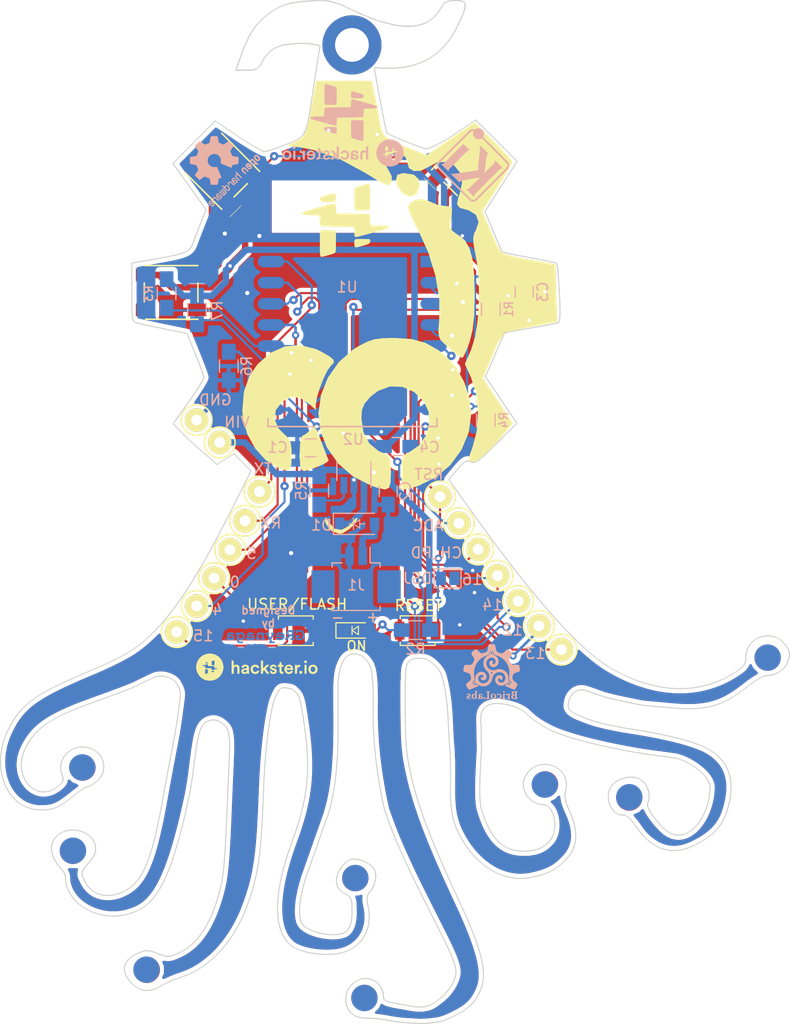
<source format=kicad_pcb>
(kicad_pcb (version 20170123) (host pcbnew no-vcs-found-d190aa4~59~ubuntu16.04.1)

  (general
    (thickness 1.6)
    (drawings 7255)
    (tracks 391)
    (zones 0)
    (modules 68)
    (nets 27)
  )

  (page USLetter)
  (title_block
    (title "Project Title")
  )

  (layers
    (0 F.Cu signal hide)
    (31 B.Cu signal hide)
    (34 B.Paste user)
    (35 F.Paste user)
    (36 B.SilkS user)
    (37 F.SilkS user)
    (38 B.Mask user)
    (39 F.Mask user)
    (44 Edge.Cuts user)
  )

  (setup
    (last_trace_width 0.25)
    (user_trace_width 0.1524)
    (user_trace_width 0.2032)
    (user_trace_width 0.4)
    (user_trace_width 0.5)
    (user_trace_width 0.6096)
    (user_trace_width 0.8)
    (user_trace_width 1)
    (user_trace_width 2)
    (trace_clearance 0.1524)
    (zone_clearance 0.508)
    (zone_45_only yes)
    (trace_min 0.1524)
    (segment_width 0.1524)
    (edge_width 0.1524)
    (via_size 0.6858)
    (via_drill 0.3302)
    (via_min_size 0.6858)
    (via_min_drill 0.3302)
    (uvia_size 0.762)
    (uvia_drill 0.508)
    (uvias_allowed no)
    (uvia_min_size 0.762)
    (uvia_min_drill 0)
    (pcb_text_width 0.1524)
    (pcb_text_size 1.016 1.016)
    (mod_edge_width 0.1524)
    (mod_text_size 1.016 1.016)
    (mod_text_width 0.1524)
    (pad_size 0.9 0.9)
    (pad_drill 0.45)
    (pad_to_mask_clearance 0.0762)
    (solder_mask_min_width 0.1016)
    (pad_to_paste_clearance -0.0762)
    (aux_axis_origin 196.5452 123.5456)
    (visible_elements 7FFFFFFF)
    (pcbplotparams
      (layerselection 0x010f0_ffffffff)
      (usegerberextensions true)
      (usegerberattributes true)
      (usegerberadvancedattributes true)
      (creategerberjobfile true)
      (excludeedgelayer true)
      (linewidth 0.100000)
      (plotframeref false)
      (viasonmask false)
      (mode 1)
      (useauxorigin false)
      (hpglpennumber 1)
      (hpglpenspeed 20)
      (hpglpendiameter 15)
      (psnegative false)
      (psa4output false)
      (plotreference true)
      (plotvalue true)
      (plotinvisibletext false)
      (padsonsilk false)
      (subtractmaskfromsilk false)
      (outputformat 1)
      (mirror false)
      (drillshape 0)
      (scaleselection 1)
      (outputdirectory /home/greynaga/git/oshwi_2017/Hackster_Version/gerbers/))
  )

  (net 0 "")
  (net 1 VCC)
  (net 2 GPIO4)
  (net 3 GPIO5)
  (net 4 GND)
  (net 5 GPIO12)
  (net 6 ADC)
  (net 7 REST)
  (net 8 TXD)
  (net 9 RXD)
  (net 10 CH_PD)
  (net 11 GPIO0)
  (net 12 GPIO2)
  (net 13 "Net-(LED1-Pad4)")
  (net 14 "Net-(LED2-Pad4)")
  (net 15 "Net-(LED3-Pad4)")
  (net 16 "Net-(LED4-Pad4)")
  (net 17 "Net-(LED5-Pad4)")
  (net 18 GPIO13)
  (net 19 GPIO14)
  (net 20 GPIO15)
  (net 21 GPIO16)
  (net 22 +3.3V)
  (net 23 VBAT)
  (net 24 "Net-(R5-Pad2)")
  (net 25 "Net-(U2-Pad4)")
  (net 26 "Net-(D2-Pad2)")

  (net_class Default "This is the default net class."
    (clearance 0.1524)
    (trace_width 0.25)
    (via_dia 0.6858)
    (via_drill 0.3302)
    (uvia_dia 0.762)
    (uvia_drill 0.508)
    (add_net ADC)
    (add_net CH_PD)
    (add_net GND)
    (add_net GPIO0)
    (add_net GPIO12)
    (add_net GPIO13)
    (add_net GPIO14)
    (add_net GPIO15)
    (add_net GPIO16)
    (add_net GPIO2)
    (add_net GPIO4)
    (add_net GPIO5)
    (add_net "Net-(D2-Pad2)")
    (add_net "Net-(LED1-Pad4)")
    (add_net "Net-(LED2-Pad4)")
    (add_net "Net-(LED3-Pad4)")
    (add_net "Net-(LED4-Pad4)")
    (add_net "Net-(LED5-Pad4)")
    (add_net "Net-(R5-Pad2)")
    (add_net "Net-(U2-Pad4)")
    (add_net REST)
    (add_net RXD)
    (add_net TXD)
    (add_net VBAT)
  )

  (net_class Power ""
    (clearance 0.1524)
    (trace_width 0.6096)
    (via_dia 0.6858)
    (via_drill 0.3302)
    (uvia_dia 0.762)
    (uvia_drill 0.508)
    (add_net +3.3V)
    (add_net VCC)
  )

  (module varios:hackster-io-2100 (layer F.Cu) (tedit 59CFA55C) (tstamp 59CFBA94)
    (at 121.55 105.225)
    (fp_text reference IO-G*** (at 0.05 2.375) (layer F.SilkS) hide
      (effects (font (thickness 0.3)))
    )
    (fp_text value IO-LOGO (at 0.3 4.05) (layer F.SilkS) hide
      (effects (font (thickness 0.3)))
    )
    (fp_poly (pts (xy -4.416567 -1.276965) (xy -4.257328 -1.255384) (xy -4.10017 -1.214878) (xy -3.948468 -1.156644)
      (xy -3.805598 -1.081883) (xy -3.674936 -0.991797) (xy -3.559857 -0.887584) (xy -3.503205 -0.823164)
      (xy -3.401694 -0.677929) (xy -3.320826 -0.52022) (xy -3.260799 -0.350493) (xy -3.22372 -0.181428)
      (xy -3.209853 -0.070877) (xy -3.206476 0.029837) (xy -3.21359 0.132676) (xy -3.223726 0.205619)
      (xy -3.263081 0.378005) (xy -3.323623 0.539888) (xy -3.404144 0.689908) (xy -3.503432 0.826703)
      (xy -3.620278 0.94891) (xy -3.753473 1.055169) (xy -3.901807 1.144117) (xy -4.064069 1.214393)
      (xy -4.142619 1.239947) (xy -4.22278 1.258329) (xy -4.318991 1.272298) (xy -4.423414 1.281253)
      (xy -4.528212 1.284596) (xy -4.625546 1.281724) (xy -4.655483 1.279231) (xy -4.773526 1.259143)
      (xy -4.899734 1.222951) (xy -5.027012 1.173324) (xy -5.148269 1.112931) (xy -5.229267 1.063338)
      (xy -5.354323 0.965595) (xy -5.466468 0.850455) (xy -5.564318 0.720929) (xy -5.64649 0.580026)
      (xy -5.661099 0.546533) (xy -4.945007 0.546533) (xy -4.944317 0.595135) (xy -4.942978 0.627124)
      (xy -4.941589 0.63758) (xy -4.936399 0.647062) (xy -4.92693 0.651445) (xy -4.908622 0.650363)
      (xy -4.876917 0.643447) (xy -4.827256 0.630331) (xy -4.817064 0.627558) (xy -4.766837 0.614194)
      (xy -4.730691 0.603089) (xy -4.706325 0.590273) (xy -4.691442 0.571773) (xy -4.683743 0.543621)
      (xy -4.680931 0.501846) (xy -4.680705 0.442476) (xy -4.680762 0.423564) (xy -4.318 0.423564)
      (xy -4.315092 0.464861) (xy -4.30633 0.482897) (xy -4.302796 0.48381) (xy -4.284967 0.480751)
      (xy -4.250003 0.472562) (xy -4.204042 0.460721) (xy -4.180085 0.454232) (xy -4.119995 0.436736)
      (xy -4.080688 0.422337) (xy -4.059266 0.409192) (xy -4.052829 0.395461) (xy -4.058479 0.379303)
      (xy -4.059496 0.377644) (xy -4.072183 0.36631) (xy -4.096295 0.359052) (xy -4.136822 0.354745)
      (xy -4.16804 0.353224) (xy -4.230412 0.351544) (xy -4.272582 0.353279) (xy -4.298486 0.360277)
      (xy -4.312062 0.374384) (xy -4.317248 0.397447) (xy -4.318 0.423564) (xy -4.680762 0.423564)
      (xy -4.680857 0.392261) (xy -4.680857 0.204801) (xy -4.940905 0.211667) (xy -4.944233 0.416842)
      (xy -4.944996 0.485657) (xy -4.945007 0.546533) (xy -5.661099 0.546533) (xy -5.711601 0.430756)
      (xy -5.758268 0.276129) (xy -5.785106 0.119154) (xy -5.790734 -0.037158) (xy -5.783843 -0.118176)
      (xy -5.261827 -0.118176) (xy -5.248614 -0.110576) (xy -5.216935 -0.104667) (xy -5.164807 -0.100059)
      (xy -5.100212 -0.096762) (xy -4.953 -0.090714) (xy -4.946953 0.006048) (xy -4.940905 0.10281)
      (xy -4.645546 0.106053) (xy -4.538346 0.107793) (xy -4.452947 0.110402) (xy -4.389956 0.113847)
      (xy -4.349981 0.118096) (xy -4.334094 0.122653) (xy -4.323837 0.144406) (xy -4.318576 0.186598)
      (xy -4.318 0.211132) (xy -4.315976 0.263496) (xy -4.30971 0.293426) (xy -4.299646 0.302381)
      (xy -4.287921 0.29911) (xy -4.262776 0.291228) (xy -4.262353 0.291092) (xy -4.237931 0.283821)
      (xy -4.195614 0.271816) (xy -4.140868 0.256608) (xy -4.079164 0.239725) (xy -4.064 0.235614)
      (xy -3.966814 0.209175) (xy -3.89064 0.188055) (xy -3.833085 0.171467) (xy -3.791754 0.158622)
      (xy -3.764254 0.148735) (xy -3.748189 0.141016) (xy -3.741166 0.13468) (xy -3.740667 0.129285)
      (xy -3.755161 0.121739) (xy -3.793315 0.115577) (xy -3.855326 0.110771) (xy -3.895643 0.108858)
      (xy -4.045857 0.10281) (xy -4.057953 -0.090714) (xy -4.353311 -0.093957) (xy -4.460511 -0.095697)
      (xy -4.545911 -0.098306) (xy -4.608902 -0.101751) (xy -4.648877 -0.106) (xy -4.664764 -0.110557)
      (xy -4.675019 -0.132384) (xy -4.680271 -0.174982) (xy -4.680857 -0.200338) (xy -4.682429 -0.241052)
      (xy -4.686526 -0.271221) (xy -4.691563 -0.283379) (xy -4.709756 -0.284807) (xy -4.73692 -0.279099)
      (xy -4.763261 -0.271328) (xy -4.806068 -0.259244) (xy -4.858436 -0.244783) (xy -4.892524 -0.235512)
      (xy -4.99237 -0.208241) (xy -5.079543 -0.18386) (xy -5.151895 -0.163001) (xy -5.207278 -0.146294)
      (xy -5.243543 -0.134373) (xy -5.258543 -0.127869) (xy -5.258557 -0.127856) (xy -5.261827 -0.118176)
      (xy -5.783843 -0.118176) (xy -5.782041 -0.13935) (xy -5.746754 -0.315005) (xy -5.730976 -0.361927)
      (xy -4.944078 -0.361927) (xy -4.940496 -0.350099) (xy -4.925111 -0.344699) (xy -4.889428 -0.341498)
      (xy -4.837262 -0.340755) (xy -4.809912 -0.341278) (xy -4.686905 -0.344714) (xy -4.683101 -0.390915)
      (xy -4.683574 -0.43352) (xy -4.695762 -0.456403) (xy -4.722662 -0.461906) (xy -4.763254 -0.453553)
      (xy -4.810743 -0.44014) (xy -4.859288 -0.426912) (xy -4.871152 -0.42378) (xy -4.909206 -0.407905)
      (xy -4.934993 -0.385717) (xy -4.944078 -0.361927) (xy -5.730976 -0.361927) (xy -5.690856 -0.481237)
      (xy -5.649415 -0.566475) (xy -4.318 -0.566475) (xy -4.318 -0.381007) (xy -4.31742 -0.304236)
      (xy -4.315548 -0.249148) (xy -4.312189 -0.213264) (xy -4.307147 -0.194101) (xy -4.302881 -0.189439)
      (xy -4.281834 -0.185922) (xy -4.244145 -0.183635) (xy -4.197332 -0.182598) (xy -4.148915 -0.182834)
      (xy -4.106413 -0.184365) (xy -4.077343 -0.187211) (xy -4.071037 -0.18877) (xy -4.064091 -0.194327)
      (xy -4.059024 -0.207063) (xy -4.055554 -0.230254) (xy -4.053399 -0.267181) (xy -4.052279 -0.321122)
      (xy -4.051913 -0.395355) (xy -4.051905 -0.411818) (xy -4.052438 -0.481563) (xy -4.053918 -0.542613)
      (xy -4.056166 -0.590986) (xy -4.059003 -0.6227) (xy -4.061882 -0.633691) (xy -4.078884 -0.634184)
      (xy -4.112789 -0.628555) (xy -4.157521 -0.618244) (xy -4.207003 -0.604686) (xy -4.255159 -0.589321)
      (xy -4.266595 -0.58525) (xy -4.318 -0.566475) (xy -5.649415 -0.566475) (xy -5.615483 -0.636267)
      (xy -5.521768 -0.778316) (xy -5.410845 -0.905605) (xy -5.283849 -1.016356) (xy -5.176762 -1.088682)
      (xy -5.089233 -1.134948) (xy -4.98624 -1.179333) (xy -4.876472 -1.218548) (xy -4.768614 -1.249308)
      (xy -4.727783 -1.258543) (xy -4.574511 -1.278417) (xy -4.416567 -1.276965)) (layer F.SilkS) (width 0.01))
    (fp_poly (pts (xy -1.069747 -0.230503) (xy -0.987926 -0.21011) (xy -0.979714 -0.206999) (xy -0.912056 -0.173845)
      (xy -0.862068 -0.132409) (xy -0.823398 -0.077268) (xy -0.819649 -0.070296) (xy -0.81141 -0.053584)
      (xy -0.804956 -0.036423) (xy -0.800024 -0.015654) (xy -0.796351 0.011882) (xy -0.793674 0.049342)
      (xy -0.79173 0.099887) (xy -0.790257 0.166674) (xy -0.78899 0.252862) (xy -0.788332 0.305953)
      (xy -0.784426 0.630048) (xy -0.872269 0.626477) (xy -0.960111 0.622905) (xy -0.980531 0.543803)
      (xy -1.02548 0.57985) (xy -1.097377 0.622742) (xy -1.179574 0.647042) (xy -1.26558 0.651576)
      (xy -1.342572 0.637256) (xy -1.373775 0.621431) (xy -1.411743 0.593993) (xy -1.44155 0.567303)
      (xy -1.48104 0.521083) (xy -1.50356 0.474732) (xy -1.511665 0.420509) (xy -1.510889 0.402629)
      (xy -1.313001 0.402629) (xy -1.297182 0.442773) (xy -1.265215 0.472919) (xy -1.209782 0.493034)
      (xy -1.147976 0.49043) (xy -1.088387 0.468691) (xy -1.051855 0.444829) (xy -1.022426 0.416435)
      (xy -1.014671 0.405191) (xy -1.000733 0.370842) (xy -0.990656 0.329492) (xy -0.985924 0.290117)
      (xy -0.988018 0.261688) (xy -0.990144 0.256724) (xy -1.005087 0.252679) (xy -1.037636 0.253421)
      (xy -1.081881 0.258067) (xy -1.131909 0.265737) (xy -1.181811 0.27555) (xy -1.225674 0.286624)
      (xy -1.252546 0.295842) (xy -1.290222 0.322725) (xy -1.310528 0.360467) (xy -1.313001 0.402629)
      (xy -1.510889 0.402629) (xy -1.509155 0.362688) (xy -1.494867 0.301886) (xy -1.46375 0.251365)
      (xy -1.414318 0.21006) (xy -1.345082 0.176905) (xy -1.254556 0.150835) (xy -1.197429 0.139525)
      (xy -1.123045 0.126399) (xy -1.069188 0.11589) (xy -1.032543 0.106513) (xy -1.009796 0.096783)
      (xy -0.997635 0.085214) (xy -0.992745 0.07032) (xy -0.991813 0.050616) (xy -0.99181 0.047346)
      (xy -1.001137 -0.002198) (xy -1.029562 -0.03771) (xy -1.077747 -0.05983) (xy -1.109057 -0.066014)
      (xy -1.178269 -0.065765) (xy -1.236081 -0.045318) (xy -1.280481 -0.005754) (xy -1.305145 0.039332)
      (xy -1.313182 0.05761) (xy -1.323617 0.067626) (xy -1.341792 0.070154) (xy -1.373048 0.065969)
      (xy -1.421191 0.056173) (xy -1.461025 0.047058) (xy -1.482326 0.038678) (xy -1.490322 0.027232)
      (xy -1.490239 0.008921) (xy -1.489946 0.006187) (xy -1.471429 -0.057765) (xy -1.433082 -0.114175)
      (xy -1.378502 -0.161539) (xy -1.311283 -0.198356) (xy -1.235021 -0.223124) (xy -1.15331 -0.23434)
      (xy -1.069747 -0.230503)) (layer F.SilkS) (width 0.01))
    (fp_poly (pts (xy -0.101261 -0.222799) (xy -0.011712 -0.193272) (xy 0.065248 -0.143215) (xy 0.072442 -0.136914)
      (xy 0.107372 -0.100376) (xy 0.139773 -0.057693) (xy 0.165332 -0.015517) (xy 0.179735 0.019502)
      (xy 0.181428 0.031142) (xy 0.17105 0.039917) (xy 0.144537 0.053226) (xy 0.10882 0.068317)
      (xy 0.070833 0.082438) (xy 0.037507 0.092837) (xy 0.016115 0.096765) (xy 0.002462 0.086848)
      (xy -0.014624 0.062042) (xy -0.020171 0.051512) (xy -0.055531 0.004812) (xy -0.10548 -0.027307)
      (xy -0.164826 -0.044195) (xy -0.228382 -0.045202) (xy -0.290957 -0.029676) (xy -0.347362 0.003032)
      (xy -0.355051 0.009533) (xy -0.3908 0.056252) (xy -0.413436 0.117262) (xy -0.422892 0.186484)
      (xy -0.419104 0.25784) (xy -0.402005 0.325251) (xy -0.371529 0.382638) (xy -0.359256 0.39755)
      (xy -0.316337 0.431317) (xy -0.261308 0.457458) (xy -0.205925 0.470745) (xy -0.193063 0.471449)
      (xy -0.137176 0.461435) (xy -0.080803 0.434089) (xy -0.0311 0.394443) (xy 0.004777 0.347531)
      (xy 0.014476 0.325477) (xy 0.027081 0.322782) (xy 0.056205 0.329333) (xy 0.084838 0.339356)
      (xy 0.12483 0.354888) (xy 0.158091 0.367661) (xy 0.172673 0.373148) (xy 0.183865 0.379359)
      (xy 0.185945 0.390466) (xy 0.178117 0.412225) (xy 0.162909 0.443733) (xy 0.112262 0.519688)
      (xy 0.04582 0.579614) (xy -0.033093 0.622308) (xy -0.121159 0.646567) (xy -0.215054 0.651189)
      (xy -0.311459 0.63497) (xy -0.340125 0.625947) (xy -0.432059 0.58394) (xy -0.504831 0.528096)
      (xy -0.560358 0.45644) (xy -0.600562 0.366997) (xy -0.604892 0.353542) (xy -0.626172 0.249379)
      (xy -0.625956 0.149435) (xy -0.605886 0.056109) (xy -0.567609 -0.028199) (xy -0.512769 -0.101089)
      (xy -0.443011 -0.160163) (xy -0.359979 -0.203021) (xy -0.265318 -0.227262) (xy -0.203624 -0.231874)
      (xy -0.101261 -0.222799)) (layer F.SilkS) (width 0.01))
    (fp_poly (pts (xy 1.58757 -0.228722) (xy 1.665457 -0.203919) (xy 1.677672 -0.198064) (xy 1.743359 -0.155327)
      (xy 1.793471 -0.102708) (xy 1.82389 -0.044629) (xy 1.825521 -0.039283) (xy 1.830789 -0.017346)
      (xy 1.827436 -0.004059) (xy 1.81075 0.005546) (xy 1.776016 0.016441) (xy 1.771394 0.017785)
      (xy 1.732519 0.029266) (xy 1.702076 0.038578) (xy 1.690758 0.04228) (xy 1.675602 0.036239)
      (xy 1.655276 0.014171) (xy 1.645832 0.000195) (xy 1.605064 -0.046525) (xy 1.554802 -0.072357)
      (xy 1.498314 -0.075955) (xy 1.473956 -0.070644) (xy 1.426756 -0.047715) (xy 1.398359 -0.014209)
      (xy 1.390952 0.018523) (xy 1.394577 0.043661) (xy 1.407683 0.063936) (xy 1.433614 0.081391)
      (xy 1.475716 0.098071) (xy 1.537333 0.116021) (xy 1.560251 0.121991) (xy 1.624923 0.140305)
      (xy 1.681976 0.159753) (xy 1.725217 0.178098) (xy 1.74199 0.187668) (xy 1.794868 0.238417)
      (xy 1.828902 0.302789) (xy 1.842307 0.377255) (xy 1.842445 0.386234) (xy 1.832337 0.461316)
      (xy 1.801593 0.525469) (xy 1.749357 0.57998) (xy 1.687286 0.619765) (xy 1.635847 0.637793)
      (xy 1.570158 0.648064) (xy 1.49901 0.650195) (xy 1.431193 0.643802) (xy 1.386918 0.63288)
      (xy 1.330728 0.605524) (xy 1.276818 0.565506) (xy 1.231684 0.518747) (xy 1.20182 0.471165)
      (xy 1.197699 0.460441) (xy 1.189317 0.428574) (xy 1.187605 0.407135) (xy 1.189003 0.403537)
      (xy 1.203839 0.396628) (xy 1.235057 0.386093) (xy 1.271827 0.375359) (xy 1.347069 0.354763)
      (xy 1.372034 0.404071) (xy 1.402324 0.444289) (xy 1.443173 0.472351) (xy 1.489913 0.488339)
      (xy 1.537876 0.492336) (xy 1.582394 0.484426) (xy 1.618799 0.464692) (xy 1.642423 0.433216)
      (xy 1.648984 0.399143) (xy 1.644796 0.369673) (xy 1.630032 0.346432) (xy 1.601394 0.327281)
      (xy 1.555581 0.310077) (xy 1.489295 0.292681) (xy 1.482465 0.291091) (xy 1.38473 0.262016)
      (xy 1.309146 0.224663) (xy 1.254852 0.178215) (xy 1.220986 0.12185) (xy 1.206688 0.054749)
      (xy 1.206158 0.028128) (xy 1.218903 -0.043081) (xy 1.251323 -0.105548) (xy 1.29996 -0.157615)
      (xy 1.361359 -0.197624) (xy 1.432065 -0.223916) (xy 1.50862 -0.234835) (xy 1.58757 -0.228722)) (layer F.SilkS) (width 0.01))
    (fp_poly (pts (xy 3.070856 -0.227178) (xy 3.141635 -0.207807) (xy 3.210347 -0.171657) (xy 3.21852 -0.166321)
      (xy 3.283162 -0.109285) (xy 3.333626 -0.03514) (xy 3.368203 0.052496) (xy 3.385183 0.150001)
      (xy 3.386666 0.189672) (xy 3.386666 0.266096) (xy 2.766786 0.266096) (xy 2.774445 0.304395)
      (xy 2.793004 0.35136) (xy 2.826721 0.399218) (xy 2.868741 0.438835) (xy 2.882078 0.44783)
      (xy 2.946717 0.474023) (xy 3.014412 0.478677) (xy 3.080376 0.463137) (xy 3.139825 0.42875)
      (xy 3.187974 0.376862) (xy 3.19919 0.358642) (xy 3.207041 0.347367) (xy 3.21829 0.342967)
      (xy 3.239013 0.345414) (xy 3.275284 0.354682) (xy 3.288158 0.358246) (xy 3.328328 0.371321)
      (xy 3.358181 0.384595) (xy 3.370784 0.394625) (xy 3.368377 0.416646) (xy 3.35258 0.44998)
      (xy 3.327175 0.488898) (xy 3.295942 0.527672) (xy 3.262662 0.560575) (xy 3.259526 0.563192)
      (xy 3.183002 0.611027) (xy 3.095068 0.641099) (xy 3.001754 0.652408) (xy 2.909091 0.643953)
      (xy 2.858453 0.629754) (xy 2.764502 0.584728) (xy 2.689012 0.524166) (xy 2.632282 0.44851)
      (xy 2.594611 0.3582) (xy 2.576297 0.253678) (xy 2.574471 0.209873) (xy 2.580418 0.112773)
      (xy 2.589424 0.07754) (xy 2.781466 0.07754) (xy 2.783287 0.09174) (xy 2.798101 0.10083)
      (xy 2.82843 0.10595) (xy 2.876799 0.108239) (xy 2.945731 0.108837) (xy 2.982988 0.108858)
      (xy 3.184071 0.108858) (xy 3.176244 0.069548) (xy 3.162808 0.036963) (xy 3.138181 0.001134)
      (xy 3.126556 -0.011688) (xy 3.101876 -0.034295) (xy 3.07882 -0.047499) (xy 3.048957 -0.054421)
      (xy 3.003857 -0.05818) (xy 3.000385 -0.058378) (xy 2.929176 -0.055891) (xy 2.873879 -0.038059)
      (xy 2.830299 -0.002984) (xy 2.806705 0.029252) (xy 2.790113 0.057091) (xy 2.781466 0.07754)
      (xy 2.589424 0.07754) (xy 2.601398 0.030702) (xy 2.639471 -0.041726) (xy 2.696695 -0.109899)
      (xy 2.696709 -0.109914) (xy 2.773171 -0.172443) (xy 2.856767 -0.212365) (xy 2.950358 -0.230885)
      (xy 2.988324 -0.232556) (xy 3.070856 -0.227178)) (layer F.SilkS) (width 0.01))
    (fp_poly (pts (xy 5.36171 -0.220848) (xy 5.425829 -0.208708) (xy 5.45758 -0.197403) (xy 5.531615 -0.151697)
      (xy 5.598734 -0.088664) (xy 5.652148 -0.01517) (xy 5.668011 0.015309) (xy 5.685017 0.055207)
      (xy 5.695418 0.090232) (xy 5.700774 0.128918) (xy 5.70264 0.179797) (xy 5.702759 0.205619)
      (xy 5.696817 0.301989) (xy 5.677726 0.382661) (xy 5.643544 0.453374) (xy 5.599055 0.512359)
      (xy 5.530587 0.572614) (xy 5.448106 0.616706) (xy 5.35669 0.643331) (xy 5.261413 0.651185)
      (xy 5.167353 0.638964) (xy 5.138497 0.630653) (xy 5.057665 0.597737) (xy 4.993452 0.556392)
      (xy 4.94121 0.505079) (xy 4.892662 0.430895) (xy 4.859957 0.343739) (xy 4.843499 0.249261)
      (xy 4.843577 0.210784) (xy 5.049762 0.210784) (xy 5.050505 0.265368) (xy 5.053622 0.302584)
      (xy 5.060446 0.329231) (xy 5.072309 0.352109) (xy 5.079556 0.362858) (xy 5.102803 0.393433)
      (xy 5.123689 0.417003) (xy 5.127937 0.420937) (xy 5.185928 0.455026) (xy 5.253057 0.470036)
      (xy 5.322884 0.465394) (xy 5.383332 0.443615) (xy 5.423038 0.416571) (xy 5.454071 0.379126)
      (xy 5.470934 0.349877) (xy 5.489799 0.310496) (xy 5.499499 0.277181) (xy 5.50219 0.239094)
      (xy 5.500837 0.199572) (xy 5.489819 0.118681) (xy 5.465401 0.055216) (xy 5.425848 0.005412)
      (xy 5.402711 -0.013501) (xy 5.368616 -0.034744) (xy 5.335245 -0.045237) (xy 5.291083 -0.048344)
      (xy 5.283322 -0.048381) (xy 5.205492 -0.038853) (xy 5.14186 -0.009977) (xy 5.091535 0.038688)
      (xy 5.083037 0.050761) (xy 5.066899 0.077436) (xy 5.057004 0.102545) (xy 5.051856 0.133276)
      (xy 5.04996 0.17682) (xy 5.049762 0.210784) (xy 4.843577 0.210784) (xy 4.843694 0.153114)
      (xy 4.860948 0.060949) (xy 4.895667 -0.02158) (xy 4.902587 -0.033066) (xy 4.949065 -0.091598)
      (xy 5.009519 -0.146645) (xy 5.074256 -0.189713) (xy 5.090615 -0.19791) (xy 5.144207 -0.214391)
      (xy 5.212712 -0.2237) (xy 5.287942 -0.225849) (xy 5.36171 -0.220848)) (layer F.SilkS) (width 0.01))
    (fp_poly (pts (xy 2.298095 -0.205619) (xy 2.467428 -0.205619) (xy 2.467428 -0.036285) (xy 2.298095 -0.036285)
      (xy 2.298095 0.181979) (xy 2.29819 0.259583) (xy 2.298775 0.316741) (xy 2.300297 0.357195)
      (xy 2.303205 0.38469) (xy 2.307947 0.402969) (xy 2.314971 0.415776) (xy 2.324726 0.426853)
      (xy 2.327783 0.429931) (xy 2.356216 0.450673) (xy 2.392281 0.458944) (xy 2.41245 0.459619)
      (xy 2.467428 0.459619) (xy 2.467428 0.537525) (xy 2.465922 0.578615) (xy 2.461988 0.609175)
      (xy 2.45697 0.621893) (xy 2.434415 0.628407) (xy 2.396505 0.632903) (xy 2.352026 0.634977)
      (xy 2.309759 0.634221) (xy 2.278487 0.630229) (xy 2.278237 0.630165) (xy 2.210334 0.602227)
      (xy 2.156929 0.558269) (xy 2.125202 0.509088) (xy 2.116578 0.487436) (xy 2.110177 0.464162)
      (xy 2.105652 0.435306) (xy 2.102659 0.396908) (xy 2.100852 0.345007) (xy 2.099885 0.275643)
      (xy 2.099525 0.214733) (xy 2.098524 -0.024106) (xy 2.022928 -0.024148) (xy 1.947333 -0.02419)
      (xy 1.947333 -0.114904) (xy 1.94776 -0.161076) (xy 1.950103 -0.188144) (xy 1.955955 -0.201196)
      (xy 1.966912 -0.205317) (xy 1.975766 -0.205619) (xy 2.033507 -0.214156) (xy 2.075656 -0.240244)
      (xy 2.102793 -0.284599) (xy 2.115496 -0.347937) (xy 2.116666 -0.379842) (xy 2.116666 -0.459619)
      (xy 2.298095 -0.459619) (xy 2.298095 -0.205619)) (layer F.SilkS) (width 0.01))
    (fp_poly (pts (xy 4.163285 0.365279) (xy 4.18957 0.376092) (xy 4.21556 0.400625) (xy 4.219985 0.405612)
      (xy 4.248893 0.453471) (xy 4.257172 0.502896) (xy 4.247582 0.549817) (xy 4.222882 0.590162)
      (xy 4.185831 0.61986) (xy 4.139188 0.634838) (xy 4.085711 0.631027) (xy 4.070467 0.626251)
      (xy 4.02479 0.598252) (xy 3.995333 0.557213) (xy 3.982876 0.508714) (xy 3.988196 0.458336)
      (xy 4.012073 0.41166) (xy 4.03703 0.386638) (xy 4.078995 0.367466) (xy 4.124854 0.362858)
      (xy 4.163285 0.365279)) (layer F.SilkS) (width 0.01))
    (fp_poly (pts (xy -2.237619 -0.381) (xy -2.237364 -0.30845) (xy -2.236652 -0.244943) (xy -2.235566 -0.194146)
      (xy -2.234186 -0.159725) (xy -2.232595 -0.145348) (xy -2.232375 -0.145142) (xy -2.220149 -0.151026)
      (xy -2.19364 -0.166324) (xy -2.1644 -0.184139) (xy -2.120854 -0.207883) (xy -2.07945 -0.221028)
      (xy -2.027931 -0.227262) (xy -2.019464 -0.22778) (xy -1.927374 -0.223882) (xy -1.849751 -0.200741)
      (xy -1.786015 -0.158051) (xy -1.735585 -0.09551) (xy -1.722831 -0.072571) (xy -1.712657 -0.040122)
      (xy -1.703776 0.012368) (xy -1.696436 0.080774) (xy -1.690888 0.160967) (xy -1.687379 0.248822)
      (xy -1.686159 0.340212) (xy -1.687477 0.431011) (xy -1.689452 0.480786) (xy -1.696868 0.628953)
      (xy -1.886857 0.628953) (xy -1.886925 0.365881) (xy -1.887515 0.285562) (xy -1.889125 0.21083)
      (xy -1.891579 0.145995) (xy -1.894701 0.09537) (xy -1.898315 0.063265) (xy -1.899525 0.057683)
      (xy -1.924248 0.009989) (xy -1.965065 -0.024954) (xy -2.016498 -0.045333) (xy -2.073064 -0.04934)
      (xy -2.129286 -0.035163) (xy -2.149157 -0.024792) (xy -2.1701 -0.011079) (xy -2.186445 0.00351)
      (xy -2.198841 0.02206) (xy -2.207936 0.047659) (xy -2.214379 0.083392) (xy -2.218817 0.132345)
      (xy -2.221899 0.197604) (xy -2.224274 0.282254) (xy -2.225524 0.338667) (xy -2.231572 0.622905)
      (xy -2.331357 0.626418) (xy -2.431143 0.629931) (xy -2.431143 -0.616857) (xy -2.237619 -0.616857)
      (xy -2.237619 -0.381)) (layer F.SilkS) (width 0.01))
    (fp_poly (pts (xy 0.544286 -0.247952) (xy 0.544433 -0.156269) (xy 0.544852 -0.072894) (xy 0.545503 -0.000759)
      (xy 0.546351 0.057205) (xy 0.547357 0.098064) (xy 0.548485 0.118887) (xy 0.548981 0.120953)
      (xy 0.554447 0.116952) (xy 0.568147 0.103986) (xy 0.591495 0.080609) (xy 0.625902 0.045376)
      (xy 0.672781 -0.003159) (xy 0.733544 -0.06644) (xy 0.805271 -0.141384) (xy 0.866684 -0.205619)
      (xy 1.130078 -0.205619) (xy 1.063968 -0.136194) (xy 1.026651 -0.097169) (xy 0.979654 -0.048252)
      (xy 0.930153 0.003096) (xy 0.901095 0.033145) (xy 0.86243 0.073634) (xy 0.830474 0.108162)
      (xy 0.808753 0.132851) (xy 0.800855 0.143489) (xy 0.806741 0.155766) (xy 0.825138 0.18462)
      (xy 0.854106 0.227228) (xy 0.8917 0.28077) (xy 0.935981 0.342422) (xy 0.967164 0.38515)
      (xy 1.014844 0.450338) (xy 1.05735 0.508938) (xy 1.092702 0.558183) (xy 1.118922 0.595301)
      (xy 1.134029 0.617525) (xy 1.136952 0.622667) (xy 1.125715 0.625315) (xy 1.095429 0.627413)
      (xy 1.051236 0.62869) (xy 1.016964 0.628953) (xy 0.896975 0.628953) (xy 0.773164 0.457743)
      (xy 0.649352 0.286534) (xy 0.596819 0.342134) (xy 0.544286 0.397735) (xy 0.544286 0.628953)
      (xy 0.350762 0.628953) (xy 0.350762 -0.616857) (xy 0.544286 -0.616857) (xy 0.544286 -0.247952)) (layer F.SilkS) (width 0.01))
    (fp_poly (pts (xy 4.051905 -0.015345) (xy 3.968156 -0.009353) (xy 3.914554 -0.003155) (xy 3.877043 0.00778)
      (xy 3.847936 0.025534) (xy 3.823265 0.046901) (xy 3.804241 0.06932) (xy 3.790051 0.09626)
      (xy 3.779881 0.131189) (xy 3.772917 0.177576) (xy 3.768345 0.238891) (xy 3.765351 0.318603)
      (xy 3.763822 0.384024) (xy 3.758836 0.628953) (xy 3.568095 0.628953) (xy 3.568095 -0.205619)
      (xy 3.761619 -0.205619) (xy 3.761619 -0.100477) (xy 3.810628 -0.145723) (xy 3.87512 -0.189106)
      (xy 3.952298 -0.213083) (xy 4.00888 -0.217714) (xy 4.051905 -0.217714) (xy 4.051905 -0.015345)) (layer F.SilkS) (width 0.01))
    (fp_poly (pts (xy 4.665897 0.208643) (xy 4.662714 0.622905) (xy 4.568976 0.626438) (xy 4.475238 0.62997)
      (xy 4.475238 -0.205619) (xy 4.669079 -0.205619) (xy 4.665897 0.208643)) (layer F.SilkS) (width 0.01))
    (fp_poly (pts (xy 4.627392 -0.615662) (xy 4.667338 -0.585375) (xy 4.692685 -0.54493) (xy 4.701593 -0.495336)
      (xy 4.686468 -0.44727) (xy 4.656977 -0.409688) (xy 4.612933 -0.381017) (xy 4.563338 -0.374076)
      (xy 4.513512 -0.388986) (xy 4.488672 -0.405919) (xy 4.454532 -0.448621) (xy 4.441413 -0.498517)
      (xy 4.450453 -0.55005) (xy 4.456525 -0.56294) (xy 4.489891 -0.603041) (xy 4.533162 -0.624915)
      (xy 4.580831 -0.628982) (xy 4.627392 -0.615662)) (layer F.SilkS) (width 0.01))
  )

  (module varios:bricolabs-14 (layer B.Cu) (tedit 59CFA4C0) (tstamp 59CFB962)
    (at 143.75 105.65 180)
    (fp_text reference B-G*** (at 4.975 -2.35 180) (layer B.SilkS) hide
      (effects (font (thickness 0.3)) (justify mirror))
    )
    (fp_text value B-LOGO (at 0 -4.1 180) (layer B.SilkS) hide
      (effects (font (thickness 0.3)) (justify mirror))
    )
    (fp_poly (pts (xy 0.067557 1.884883) (xy 0.078248 1.884784) (xy 0.086625 1.884589) (xy 0.093129 1.884277)
      (xy 0.098197 1.883829) (xy 0.102268 1.883223) (xy 0.105782 1.882438) (xy 0.10899 1.881513)
      (xy 0.124082 1.875011) (xy 0.137006 1.865631) (xy 0.147631 1.853498) (xy 0.155825 1.838738)
      (xy 0.157055 1.835753) (xy 0.158962 1.830449) (xy 0.160694 1.824563) (xy 0.162317 1.817693)
      (xy 0.163899 1.809433) (xy 0.165506 1.799383) (xy 0.167207 1.787137) (xy 0.169068 1.772293)
      (xy 0.171156 1.754448) (xy 0.17235 1.743887) (xy 0.175624 1.716021) (xy 0.178836 1.691555)
      (xy 0.182034 1.67026) (xy 0.185264 1.651907) (xy 0.188574 1.636269) (xy 0.192009 1.623117)
      (xy 0.195617 1.612225) (xy 0.199446 1.603363) (xy 0.202294 1.598225) (xy 0.207598 1.590725)
      (xy 0.213982 1.583284) (xy 0.220537 1.576857) (xy 0.226356 1.5724) (xy 0.227411 1.571797)
      (xy 0.231037 1.570203) (xy 0.23728 1.567772) (xy 0.245318 1.564814) (xy 0.254325 1.561637)
      (xy 0.255908 1.561093) (xy 0.274544 1.554555) (xy 0.290804 1.548472) (xy 0.305824 1.542378)
      (xy 0.320739 1.535809) (xy 0.336684 1.528301) (xy 0.340179 1.526606) (xy 0.382821 1.503879)
      (xy 0.424408 1.47782) (xy 0.46473 1.448625) (xy 0.503581 1.416488) (xy 0.540752 1.381607)
      (xy 0.576035 1.344177) (xy 0.609223 1.304393) (xy 0.640109 1.262451) (xy 0.668484 1.218548)
      (xy 0.670272 1.215571) (xy 0.676679 1.204327) (xy 0.68404 1.19053) (xy 0.69196 1.174994)
      (xy 0.700042 1.158536) (xy 0.707891 1.141969) (xy 0.715111 1.126109) (xy 0.721307 1.111771)
      (xy 0.724464 1.103993) (xy 0.742322 1.053917) (xy 0.757358 1.002022) (xy 0.769428 0.948939)
      (xy 0.778387 0.895296) (xy 0.783899 0.844221) (xy 0.78479 0.829604) (xy 0.785427 0.812307)
      (xy 0.785808 0.793239) (xy 0.785935 0.773308) (xy 0.785806 0.753422) (xy 0.785421 0.73449)
      (xy 0.784779 0.71742) (xy 0.783948 0.703943) (xy 0.778292 0.652879) (xy 0.769361 0.601158)
      (xy 0.757289 0.54935) (xy 0.742216 0.498026) (xy 0.724278 0.447758) (xy 0.719413 0.435547)
      (xy 0.712035 0.417978) (xy 0.704075 0.400013) (xy 0.695855 0.382315) (xy 0.687694 0.365547)
      (xy 0.679912 0.350371) (xy 0.672831 0.33745) (xy 0.668263 0.329782) (xy 0.665686 0.325447)
      (xy 0.664185 0.322504) (xy 0.664029 0.321974) (xy 0.663086 0.319968) (xy 0.660488 0.31548)
      (xy 0.656577 0.309053) (xy 0.651699 0.301234) (xy 0.646196 0.292567) (xy 0.640414 0.283597)
      (xy 0.634695 0.274869) (xy 0.629385 0.266928) (xy 0.627995 0.264886) (xy 0.608061 0.236728)
      (xy 0.587594 0.209857) (xy 0.566157 0.183785) (xy 0.543315 0.158023) (xy 0.518633 0.132081)
      (xy 0.491674 0.105469) (xy 0.462004 0.0777) (xy 0.458107 0.074146) (xy 0.421269 0.038944)
      (xy 0.387868 0.003425) (xy 0.357715 -0.032691) (xy 0.330619 -0.069684) (xy 0.30639 -0.107837)
      (xy 0.284837 -0.14743) (xy 0.265769 -0.188744) (xy 0.248997 -0.232059) (xy 0.247351 -0.236764)
      (xy 0.232133 -0.285898) (xy 0.220512 -0.3351) (xy 0.212458 -0.384547) (xy 0.207941 -0.434416)
      (xy 0.206854 -0.474436) (xy 0.20855 -0.525088) (xy 0.213594 -0.574511) (xy 0.22197 -0.622643)
      (xy 0.233663 -0.669418) (xy 0.248658 -0.714775) (xy 0.266938 -0.758649) (xy 0.284105 -0.792985)
      (xy 0.296328 -0.814821) (xy 0.308747 -0.835202) (xy 0.321909 -0.854918) (xy 0.336359 -0.874758)
      (xy 0.352643 -0.895512) (xy 0.366752 -0.912586) (xy 0.377091 -0.924621) (xy 0.38653 -0.934978)
      (xy 0.395826 -0.944382) (xy 0.40573 -0.953557) (xy 0.416997 -0.963228) (xy 0.430382 -0.97412)
      (xy 0.432707 -0.975974) (xy 0.470756 -1.004436) (xy 0.508933 -1.029328) (xy 0.547399 -1.050709)
      (xy 0.58631 -1.068637) (xy 0.625827 -1.08317) (xy 0.666109 -1.094367) (xy 0.707314 -1.102287)
      (xy 0.749602 -1.106988) (xy 0.792843 -1.108529) (xy 0.837005 -1.106982) (xy 0.879354 -1.102328)
      (xy 0.919987 -1.094541) (xy 0.959 -1.0836) (xy 0.99649 -1.069481) (xy 1.032555 -1.05216)
      (xy 1.036864 -1.049825) (xy 1.044545 -1.045148) (xy 1.508603 -1.045148) (xy 1.509136 -1.047662)
      (xy 1.511388 -1.052929) (xy 1.515187 -1.060604) (xy 1.520363 -1.07034) (xy 1.526743 -1.081793)
      (xy 1.526797 -1.081887) (xy 1.546054 -1.115786) (xy 1.627353 -1.115786) (xy 1.63191 -1.107168)
      (xy 1.635515 -1.100463) (xy 1.639271 -1.093645) (xy 1.640596 -1.091293) (xy 1.64319 -1.086735)
      (xy 1.647021 -1.080005) (xy 1.651529 -1.072085) (xy 1.655284 -1.065488) (xy 1.665842 -1.04694)
      (xy 1.626572 -0.9779) (xy 1.546371 -0.9779) (xy 1.528019 -1.010104) (xy 1.522399 -1.020011)
      (xy 1.517368 -1.028967) (xy 1.513217 -1.036448) (xy 1.510235 -1.041933) (xy 1.508709 -1.044899)
      (xy 1.508603 -1.045148) (xy 1.044545 -1.045148) (xy 1.068273 -1.0307) (xy 1.098826 -1.008376)
      (xy 1.128121 -0.983255) (xy 1.155755 -0.955738) (xy 1.181325 -0.926227) (xy 1.204429 -0.895123)
      (xy 1.224664 -0.862827) (xy 1.224978 -0.862276) (xy 1.242219 -0.828744) (xy 1.255939 -0.794942)
      (xy 1.266229 -0.760525) (xy 1.273179 -0.725144) (xy 1.276881 -0.688454) (xy 1.27759 -0.662214)
      (xy 1.276769 -0.633057) (xy 1.274254 -0.605526) (xy 1.269861 -0.57795) (xy 1.266537 -0.561976)
      (xy 1.262185 -0.543488) (xy 1.257919 -0.527737) (xy 1.253406 -0.513855) (xy 1.248313 -0.500976)
      (xy 1.242306 -0.488231) (xy 1.235053 -0.474753) (xy 1.229078 -0.464457) (xy 1.209391 -0.433947)
      (xy 1.188512 -0.406828) (xy 1.166367 -0.383035) (xy 1.142881 -0.362508) (xy 1.117982 -0.345183)
      (xy 1.091593 -0.330998) (xy 1.063642 -0.319891) (xy 1.053193 -0.316637) (xy 1.029529 -0.310832)
      (xy 1.005029 -0.306774) (xy 0.980331 -0.304473) (xy 0.956075 -0.303937) (xy 0.932897 -0.305173)
      (xy 0.911436 -0.308192) (xy 0.892332 -0.313001) (xy 0.888093 -0.314449) (xy 0.869854 -0.322257)
      (xy 0.85078 -0.332576) (xy 0.831844 -0.344771) (xy 0.814017 -0.358208) (xy 0.798274 -0.372251)
      (xy 0.795878 -0.37465) (xy 0.784086 -0.389141) (xy 0.774453 -0.406107) (xy 0.767177 -0.424968)
      (xy 0.762454 -0.445147) (xy 0.760482 -0.466065) (xy 0.760661 -0.478064) (xy 0.762848 -0.494817)
      (xy 0.767508 -0.509042) (xy 0.774818 -0.521022) (xy 0.784956 -0.531036) (xy 0.798098 -0.539369)
      (xy 0.799695 -0.540175) (xy 0.806741 -0.543358) (xy 0.813296 -0.545486) (xy 0.820045 -0.546572)
      (xy 0.827672 -0.546628) (xy 0.836858 -0.545668) (xy 0.848288 -0.543704) (xy 0.859972 -0.541321)
      (xy 0.88458 -0.53739) (xy 0.907219 -0.536449) (xy 0.92786 -0.538484) (xy 0.946471 -0.543483)
      (xy 0.963024 -0.551432) (xy 0.977488 -0.562316) (xy 0.989835 -0.576123) (xy 1.000033 -0.592839)
      (xy 1.006549 -0.608086) (xy 1.008819 -0.614939) (xy 1.010255 -0.621111) (xy 1.011037 -0.627842)
      (xy 1.011344 -0.636374) (xy 1.011376 -0.64135) (xy 1.00964 -0.663814) (xy 1.004516 -0.686382)
      (xy 0.996202 -0.708594) (xy 0.984894 -0.729989) (xy 0.970789 -0.750109) (xy 0.959058 -0.763499)
      (xy 0.94353 -0.777407) (xy 0.925048 -0.790084) (xy 0.904148 -0.801306) (xy 0.881363 -0.81085)
      (xy 0.857225 -0.818491) (xy 0.83227 -0.824005) (xy 0.807405 -0.827141) (xy 0.779222 -0.827763)
      (xy 0.751724 -0.825164) (xy 0.724765 -0.819286) (xy 0.698197 -0.810069) (xy 0.671872 -0.797456)
      (xy 0.645644 -0.781388) (xy 0.619365 -0.761808) (xy 0.599521 -0.74477) (xy 0.575837 -0.720869)
      (xy 0.55478 -0.694484) (xy 0.536371 -0.665657) (xy 0.520632 -0.63443) (xy 0.507587 -0.600848)
      (xy 0.497256 -0.564952) (xy 0.491391 -0.537029) (xy 0.490392 -0.529063) (xy 0.489643 -0.518185)
      (xy 0.489139 -0.505101) (xy 0.488876 -0.490518) (xy 0.488848 -0.475143) (xy 0.48905 -0.459683)
      (xy 0.489478 -0.444846) (xy 0.490127 -0.431337) (xy 0.490991 -0.419865) (xy 0.492067 -0.411135)
      (xy 0.492261 -0.410029) (xy 0.497633 -0.383895) (xy 0.503746 -0.360185) (xy 0.510992 -0.337708)
      (xy 0.519764 -0.315277) (xy 0.530456 -0.291702) (xy 0.533347 -0.28575) (xy 0.55318 -0.249192)
      (xy 0.575452 -0.215318) (xy 0.600185 -0.184106) (xy 0.627402 -0.155532) (xy 0.657125 -0.129574)
      (xy 0.689376 -0.10621) (xy 0.724178 -0.085416) (xy 0.737783 -0.078331) (xy 0.776081 -0.061026)
      (xy 0.815681 -0.046771) (xy 0.856243 -0.03561) (xy 0.897427 -0.027587) (xy 0.938894 -0.022747)
      (xy 0.980304 -0.021134) (xy 1.021318 -0.022791) (xy 1.061596 -0.027763) (xy 1.08753 -0.032864)
      (xy 1.127778 -0.043806) (xy 1.167742 -0.058216) (xy 1.207138 -0.075932) (xy 1.245682 -0.096793)
      (xy 1.28309 -0.120638) (xy 1.319078 -0.147306) (xy 1.353362 -0.176636) (xy 1.371551 -0.194005)
      (xy 1.380221 -0.202664) (xy 1.38833 -0.210852) (xy 1.39541 -0.21809) (xy 1.400994 -0.2239)
      (xy 1.404615 -0.227803) (xy 1.405308 -0.2286) (xy 1.434588 -0.26618) (xy 1.460581 -0.305126)
      (xy 1.48342 -0.34568) (xy 1.503236 -0.38808) (xy 1.52016 -0.43257) (xy 1.52484 -0.44682)
      (xy 1.536581 -0.488295) (xy 1.546006 -0.531383) (xy 1.553257 -0.576742) (xy 1.554104 -0.583293)
      (xy 1.555478 -0.597436) (xy 1.55646 -0.614335) (xy 1.557052 -0.633135) (xy 1.557258 -0.652986)
      (xy 1.557078 -0.673033) (xy 1.556515 -0.692426) (xy 1.555571 -0.710312) (xy 1.554249 -0.725837)
      (xy 1.553736 -0.73025) (xy 1.55134 -0.753291) (xy 1.550307 -0.773464) (xy 1.550635 -0.790637)
      (xy 1.552324 -0.804678) (xy 1.55454 -0.813241) (xy 1.559138 -0.824495) (xy 1.565152 -0.835348)
      (xy 1.57288 -0.846133) (xy 1.582616 -0.85718) (xy 1.594658 -0.86882) (xy 1.609299 -0.881385)
      (xy 1.626838 -0.895206) (xy 1.629807 -0.897461) (xy 1.650314 -0.913035) (xy 1.668089 -0.926704)
      (xy 1.683347 -0.938679) (xy 1.696305 -0.949169) (xy 1.707177 -0.958384) (xy 1.716182 -0.966533)
      (xy 1.723533 -0.973828) (xy 1.729449 -0.980476) (xy 1.734143 -0.98669) (xy 1.737834 -0.992677)
      (xy 1.740736 -0.998648) (xy 1.743066 -1.004813) (xy 1.744258 -1.008619) (xy 1.746568 -1.020963)
      (xy 1.746991 -1.034724) (xy 1.745546 -1.048232) (xy 1.743713 -1.055771) (xy 1.741707 -1.060785)
      (xy 1.738157 -1.068204) (xy 1.733421 -1.077341) (xy 1.727854 -1.087509) (xy 1.721814 -1.098023)
      (xy 1.721224 -1.099022) (xy 1.71417 -1.111161) (xy 1.706605 -1.124548) (xy 1.699167 -1.13803)
      (xy 1.692492 -1.150457) (xy 1.68827 -1.15859) (xy 1.682432 -1.169832) (xy 1.677618 -1.178435)
      (xy 1.673388 -1.185079) (xy 1.669302 -1.190445) (xy 1.66492 -1.195213) (xy 1.664041 -1.196085)
      (xy 1.651199 -1.206951) (xy 1.637945 -1.214522) (xy 1.623636 -1.21904) (xy 1.607624 -1.220746)
      (xy 1.598503 -1.220606) (xy 1.590581 -1.220096) (xy 1.584248 -1.219269) (xy 1.578348 -1.217831)
      (xy 1.57172 -1.215483) (xy 1.563205 -1.21193) (xy 1.561193 -1.211057) (xy 1.532344 -1.198618)
      (xy 1.506048 -1.187531) (xy 1.482414 -1.177838) (xy 1.461553 -1.169583) (xy 1.443575 -1.16281)
      (xy 1.428591 -1.157562) (xy 1.416711 -1.153882) (xy 1.413974 -1.153143) (xy 1.400441 -1.150777)
      (xy 1.386712 -1.150403) (xy 1.374034 -1.152001) (xy 1.367294 -1.153956) (xy 1.362325 -1.15599)
      (xy 1.35772 -1.158375) (xy 1.352955 -1.161509) (xy 1.347502 -1.165793) (xy 1.340838 -1.171625)
      (xy 1.332437 -1.179405) (xy 1.326737 -1.1848) (xy 1.287112 -1.220119) (xy 1.245937 -1.252169)
      (xy 1.203142 -1.280994) (xy 1.158657 -1.306635) (xy 1.112415 -1.329138) (xy 1.065893 -1.347978)
      (xy 1.026558 -1.360935) (xy 0.984093 -1.372075) (xy 0.93851 -1.381396) (xy 0.889821 -1.388895)
      (xy 0.874486 -1.390804) (xy 0.864816 -1.391699) (xy 0.852262 -1.392489) (xy 0.837483 -1.393163)
      (xy 0.82114 -1.39371) (xy 0.803892 -1.394121) (xy 0.7864 -1.394386) (xy 0.769322 -1.394492)
      (xy 0.753318 -1.394432) (xy 0.739049 -1.394193) (xy 0.727174 -1.393766) (xy 0.719364 -1.393239)
      (xy 0.666378 -1.386733) (xy 0.614791 -1.377102) (xy 0.564484 -1.36429) (xy 0.515335 -1.348245)
      (xy 0.467224 -1.328911) (xy 0.42003 -1.306237) (xy 0.373632 -1.280167) (xy 0.327909 -1.250648)
      (xy 0.282741 -1.217627) (xy 0.238006 -1.181049) (xy 0.233136 -1.176831) (xy 0.223714 -1.168317)
      (xy 0.212538 -1.157713) (xy 0.200205 -1.14563) (xy 0.18731 -1.132677) (xy 0.174451 -1.119461)
      (xy 0.162223 -1.106593) (xy 0.151223 -1.094681) (xy 0.142048 -1.084335) (xy 0.138739 -1.080432)
      (xy 0.104857 -1.037086) (xy 0.073928 -0.992023) (xy 0.045879 -0.945096) (xy 0.020636 -0.896162)
      (xy -0.001872 -0.845075) (xy -0.021719 -0.79169) (xy -0.038978 -0.735861) (xy -0.044436 -0.715659)
      (xy -0.046211 -0.708586) (xy -0.048585 -0.698753) (xy -0.051373 -0.686942) (xy -0.054392 -0.673936)
      (xy -0.057457 -0.660517) (xy -0.058916 -0.65405) (xy -0.065216 -0.626344) (xy -0.071004 -0.601775)
      (xy -0.076422 -0.579912) (xy -0.081612 -0.560322) (xy -0.086717 -0.542574) (xy -0.091879 -0.526236)
      (xy -0.09724 -0.510877) (xy -0.102942 -0.496063) (xy -0.109128 -0.481364) (xy -0.11594 -0.466348)
      (xy -0.123519 -0.450583) (xy -0.130639 -0.436336) (xy -0.152509 -0.395834) (xy -0.175651 -0.358324)
      (xy -0.200444 -0.323279) (xy -0.227269 -0.290173) (xy -0.256506 -0.258479) (xy -0.265853 -0.24912)
      (xy -0.303676 -0.214353) (xy -0.343268 -0.182747) (xy -0.38469 -0.154261) (xy -0.428005 -0.128854)
      (xy -0.457237 -0.114409) (xy -0.0778 -0.114409) (xy -0.077735 -0.129211) (xy -0.075538 -0.143617)
      (xy -0.071314 -0.156309) (xy -0.071108 -0.156754) (xy -0.065098 -0.167101) (xy -0.057089 -0.177385)
      (xy -0.048071 -0.18649) (xy -0.03903 -0.193299) (xy -0.038492 -0.193619) (xy -0.024129 -0.200132)
      (xy -0.008399 -0.203939) (xy 0.007634 -0.204873) (xy 0.021569 -0.20309) (xy 0.036642 -0.197838)
      (xy 0.050244 -0.189638) (xy 0.062057 -0.178969) (xy 0.071761 -0.16631) (xy 0.079035 -0.152138)
      (xy 0.08356 -0.136932) (xy 0.085016 -0.12117) (xy 0.083984 -0.109739) (xy 0.079457 -0.092976)
      (xy 0.072168 -0.07811) (xy 0.062492 -0.065343) (xy 0.050803 -0.054879) (xy 0.037475 -0.046921)
      (xy 0.022881 -0.041673) (xy 0.007395 -0.039338) (xy -0.008607 -0.040119) (xy -0.024754 -0.044219)
      (xy -0.031476 -0.046974) (xy -0.045513 -0.055356) (xy -0.057559 -0.066506) (xy -0.067203 -0.079924)
      (xy -0.074034 -0.09511) (xy -0.075626 -0.100526) (xy -0.0778 -0.114409) (xy -0.457237 -0.114409)
      (xy -0.473274 -0.106485) (xy -0.496207 -0.096613) (xy -0.527568 -0.08478) (xy -0.559846 -0.074723)
      (xy -0.593808 -0.066232) (xy -0.630224 -0.059101) (xy -0.642257 -0.057114) (xy -0.652134 -0.055901)
      (xy -0.664889 -0.054868) (xy -0.679773 -0.054031) (xy -0.696041 -0.053404) (xy -0.712944 -0.053004)
      (xy -0.729735 -0.052846) (xy -0.745668 -0.052946) (xy -0.759993 -0.05332) (xy -0.771965 -0.053982)
      (xy -0.775861 -0.054325) (xy -0.824259 -0.060789) (xy -0.871087 -0.070333) (xy -0.916893 -0.083088)
      (xy -0.962221 -0.099187) (xy -0.962478 -0.099288) (xy -1.003808 -0.1174) (xy -1.042723 -0.138218)
      (xy -1.079211 -0.161728) (xy -1.113259 -0.187917) (xy -1.144854 -0.216771) (xy -1.173984 -0.248274)
      (xy -1.200635 -0.282415) (xy -1.224795 -0.319177) (xy -1.246451 -0.358549) (xy -1.26559 -0.400515)
      (xy -1.2822 -0.445061) (xy -1.283334 -0.448477) (xy -1.295097 -0.489705) (xy -1.303278 -0.530961)
      (xy -1.307887 -0.572132) (xy -1.30893 -0.613108) (xy -1.306415 -0.653773) (xy -1.30035 -0.694018)
      (xy -1.290743 -0.733728) (xy -1.277601 -0.772791) (xy -1.260932 -0.811095) (xy -1.258062 -0.816901)
      (xy -1.238029 -0.853369) (xy -1.216141 -0.886722) (xy -1.192388 -0.916967) (xy -1.16676 -0.944113)
      (xy -1.139246 -0.968169) (xy -1.109837 -0.989143) (xy -1.078523 -1.007044) (xy -1.045292 -1.02188)
      (xy -1.010136 -1.033661) (xy -0.99825 -1.036844) (xy -0.978357 -1.041022) (xy -0.956235 -1.044219)
      (xy -0.932792 -1.046397) (xy -0.908935 -1.047518) (xy -0.885572 -1.047544) (xy -0.863611 -1.046436)
      (xy -0.843959 -1.044157) (xy -0.840014 -1.043491) (xy -0.814697 -1.03789) (xy -0.791031 -1.030392)
      (xy -0.768558 -1.020741) (xy -0.746818 -1.00868) (xy -0.725351 -0.993952) (xy -0.703697 -0.976302)
      (xy -0.681397 -0.955473) (xy -0.680286 -0.954373) (xy -0.6627 -0.935815) (xy -0.648043 -0.917769)
      (xy -0.636083 -0.899685) (xy -0.626586 -0.881017) (xy -0.619318 -0.861215) (xy -0.614047 -0.839732)
      (xy -0.610538 -0.81602) (xy -0.608558 -0.789531) (xy -0.60839 -0.785586) (xy -0.608439 -0.758508)
      (xy -0.610824 -0.734096) (xy -0.615572 -0.71222) (xy -0.622709 -0.692747) (xy -0.628887 -0.680899)
      (xy -0.638755 -0.667718) (xy -0.651184 -0.656756) (xy -0.665794 -0.648109) (xy -0.682205 -0.64187)
      (xy -0.700037 -0.638134) (xy -0.718911 -0.636995) (xy -0.738445 -0.638549) (xy -0.758261 -0.64289)
      (xy -0.76835 -0.646207) (xy -0.775412 -0.64938) (xy -0.782019 -0.653792) (xy -0.789296 -0.660225)
      (xy -0.791224 -0.662114) (xy -0.796144 -0.667185) (xy -0.799972 -0.671788) (xy -0.802982 -0.676576)
      (xy -0.805453 -0.682203) (xy -0.807661 -0.68932) (xy -0.809882 -0.69858) (xy -0.812393 -0.710637)
      (xy -0.812935 -0.713342) (xy -0.815891 -0.726247) (xy -0.819222 -0.736406) (xy -0.823341 -0.744698)
      (xy -0.828665 -0.752004) (xy -0.833632 -0.757303) (xy -0.845608 -0.766685) (xy -0.859738 -0.773688)
      (xy -0.875225 -0.778048) (xy -0.891272 -0.779498) (xy -0.898978 -0.779079) (xy -0.917818 -0.775322)
      (xy -0.936273 -0.768133) (xy -0.954043 -0.757709) (xy -0.970822 -0.744245) (xy -0.986308 -0.727938)
      (xy -0.994523 -0.71733) (xy -1.005691 -0.700798) (xy -1.014349 -0.685474) (xy -1.020882 -0.670378)
      (xy -1.025676 -0.65453) (xy -1.029117 -0.63695) (xy -1.030665 -0.625389) (xy -1.031892 -0.599479)
      (xy -1.029726 -0.573164) (xy -1.024318 -0.546808) (xy -1.015823 -0.520777) (xy -1.004392 -0.495437)
      (xy -0.990177 -0.471151) (xy -0.973331 -0.448285) (xy -0.954007 -0.427205) (xy -0.94401 -0.417927)
      (xy -0.919775 -0.398509) (xy -0.894279 -0.381893) (xy -0.867158 -0.367912) (xy -0.838048 -0.356398)
      (xy -0.806586 -0.347184) (xy -0.776514 -0.340818) (xy -0.766068 -0.339495) (xy -0.752908 -0.338655)
      (xy -0.737914 -0.338286) (xy -0.721966 -0.338372) (xy -0.705944 -0.338899) (xy -0.690729 -0.339855)
      (xy -0.677201 -0.341224) (xy -0.668564 -0.342537) (xy -0.637345 -0.349841) (xy -0.606531 -0.360239)
      (xy -0.575893 -0.373838) (xy -0.545199 -0.390747) (xy -0.51422 -0.411074) (xy -0.499836 -0.421583)
      (xy -0.483302 -0.435123) (xy -0.466046 -0.45121) (xy -0.448783 -0.469063) (xy -0.432228 -0.487897)
      (xy -0.417099 -0.506931) (xy -0.404111 -0.525379) (xy -0.402109 -0.528494) (xy -0.385156 -0.558302)
      (xy -0.370241 -0.590829) (xy -0.357491 -0.625707) (xy -0.347033 -0.66257) (xy -0.338995 -0.701052)
      (xy -0.336249 -0.718457) (xy -0.334906 -0.730657) (xy -0.333895 -0.745528) (xy -0.333218 -0.762283)
      (xy -0.332874 -0.780135) (xy -0.332864 -0.798298) (xy -0.333189 -0.815984) (xy -0.333849 -0.832406)
      (xy -0.334845 -0.846777) (xy -0.336154 -0.858157) (xy -0.341079 -0.884859) (xy -0.347884 -0.91293)
      (xy -0.356172 -0.940915) (xy -0.365546 -0.967358) (xy -0.366616 -0.970082) (xy -0.370299 -0.978748)
      (xy -0.37537 -0.989806) (xy -0.38144 -1.00248) (xy -0.388122 -1.015998) (xy -0.39503 -1.029586)
      (xy -0.401777 -1.042468) (xy -0.407974 -1.053871) (xy -0.412305 -1.061455) (xy -0.433851 -1.094547)
      (xy -0.45853 -1.126222) (xy -0.486063 -1.156296) (xy -0.516171 -1.184586) (xy -0.548576 -1.210911)
      (xy -0.583 -1.235088) (xy -0.619162 -1.256933) (xy -0.656785 -1.276264) (xy -0.695589 -1.2929)
      (xy -0.735296 -1.306656) (xy -0.775627 -1.31735) (xy -0.813707 -1.324426) (xy -0.851982 -1.329037)
      (xy -0.888519 -1.3313) (xy -0.924315 -1.331253) (xy -0.950777 -1.329766) (xy -0.998095 -1.32456)
      (xy -1.04367 -1.316477) (xy -1.087724 -1.305423) (xy -1.130477 -1.291305) (xy -1.172152 -1.27403)
      (xy -1.212971 -1.253507) (xy -1.253156 -1.229641) (xy -1.292929 -1.20234) (xy -1.332512 -1.171512)
      (xy -1.335818 -1.168774) (xy -1.347107 -1.159459) (xy -1.356184 -1.152214) (xy -1.363567 -1.146718)
      (xy -1.369772 -1.142647) (xy -1.375315 -1.139678) (xy -1.380714 -1.13749) (xy -1.386484 -1.13576)
      (xy -1.390139 -1.134855) (xy -1.396315 -1.133512) (xy -1.402209 -1.132559) (xy -1.40809 -1.132075)
      (xy -1.414226 -1.132138) (xy -1.420887 -1.13283) (xy -1.428342 -1.134228) (xy -1.436859 -1.136413)
      (xy -1.446706 -1.139465) (xy -1.458154 -1.143462) (xy -1.471471 -1.148485) (xy -1.486925 -1.154612)
      (xy -1.504787 -1.161924) (xy -1.525323 -1.1705) (xy -1.548804 -1.180419) (xy -1.559378 -1.184906)
      (xy -1.574321 -1.19123) (xy -1.586373 -1.196258) (xy -1.595969 -1.200144) (xy -1.603544 -1.203039)
      (xy -1.609534 -1.205099) (xy -1.614373 -1.206476) (xy -1.618498 -1.207323) (xy -1.622344 -1.207794)
      (xy -1.624842 -1.207968) (xy -1.641854 -1.207113) (xy -1.658601 -1.202724) (xy -1.671802 -1.196589)
      (xy -1.676171 -1.194056) (xy -1.680119 -1.191502) (xy -1.683832 -1.188661) (xy -1.687497 -1.185269)
      (xy -1.691299 -1.181062) (xy -1.695426 -1.175774) (xy -1.700062 -1.169142) (xy -1.705395 -1.1609)
      (xy -1.711612 -1.150785) (xy -1.718897 -1.13853) (xy -1.727438 -1.123872) (xy -1.73742 -1.106546)
      (xy -1.747204 -1.089479) (xy -1.755041 -1.075769) (xy -1.761264 -1.06473) (xy -1.76606 -1.055879)
      (xy -1.769614 -1.048735) (xy -1.769955 -1.047926) (xy -1.687908 -1.047926) (xy -1.686834 -1.051753)
      (xy -1.684376 -1.056852) (xy -1.683207 -1.058812) (xy -1.680689 -1.062966) (xy -1.676869 -1.069498)
      (xy -1.672206 -1.077614) (xy -1.667159 -1.08652) (xy -1.665498 -1.089479) (xy -1.660755 -1.097902)
      (xy -1.656573 -1.105248) (xy -1.653302 -1.110909) (xy -1.65129 -1.114277) (xy -1.650893 -1.114879)
      (xy -1.648556 -1.115493) (xy -1.642772 -1.115888) (xy -1.633715 -1.11606) (xy -1.621561 -1.116004)
      (xy -1.609416 -1.115786) (xy -1.569331 -1.114879) (xy -1.56013 -1.09855) (xy -1.555729 -1.090746)
      (xy -1.551512 -1.083273) (xy -1.548106 -1.077245) (xy -1.546816 -1.074964) (xy -1.543617 -1.069315)
      (xy -1.539653 -1.062309) (xy -1.536825 -1.057308) (xy -1.530947 -1.046908) (xy -1.570199 -0.9779)
      (xy -1.650572 -0.9779) (xy -1.669342 -1.011011) (xy -1.67496 -1.021113) (xy -1.679887 -1.030341)
      (xy -1.683856 -1.038166) (xy -1.686602 -1.044058) (xy -1.687859 -1.047489) (xy -1.687908 -1.047926)
      (xy -1.769955 -1.047926) (xy -1.772112 -1.042818) (xy -1.773741 -1.037647) (xy -1.774686 -1.032739)
      (xy -1.775133 -1.027615) (xy -1.775269 -1.021793) (xy -1.775278 -1.016869) (xy -1.77521 -1.007846)
      (xy -1.774876 -1.001392) (xy -1.774083 -0.996451) (xy -1.772638 -0.991964) (xy -1.770348 -0.986872)
      (xy -1.769471 -0.985078) (xy -1.766566 -0.979364) (xy -1.763654 -0.974209) (xy -1.760453 -0.969338)
      (xy -1.756682 -0.964475) (xy -1.752062 -0.959345) (xy -1.746309 -0.953673) (xy -1.739143 -0.947184)
      (xy -1.730283 -0.939602) (xy -1.719447 -0.930652) (xy -1.706355 -0.920059) (xy -1.690726 -0.907548)
      (xy -1.68823 -0.905556) (xy -1.670515 -0.891371) (xy -1.655414 -0.879138) (xy -1.642661 -0.868605)
      (xy -1.631987 -0.85952) (xy -1.623124 -0.851632) (xy -1.615805 -0.844689) (xy -1.60976 -0.83844)
      (xy -1.604723 -0.832632) (xy -1.600425 -0.827015) (xy -1.596599 -0.821336) (xy -1.593936 -0.816983)
      (xy -1.58719 -0.804067) (xy -1.582233 -0.790871) (xy -1.579002 -0.776856) (xy -1.57743 -0.761483)
      (xy -1.577452 -0.744216) (xy -1.579003 -0.724515) (xy -1.580907 -0.709386) (xy -1.585372 -0.673308)
      (xy -1.588186 -0.639504) (xy -1.589347 -0.60702) (xy -1.588856 -0.5749) (xy -1.586714 -0.542186)
      (xy -1.582921 -0.507925) (xy -1.58096 -0.493704) (xy -1.571281 -0.438868) (xy -1.558346 -0.385454)
      (xy -1.542194 -0.333554) (xy -1.522866 -0.28326) (xy -1.500399 -0.234663) (xy -1.474834 -0.187855)
      (xy -1.446209 -0.142928) (xy -1.414563 -0.099973) (xy -1.410072 -0.094343) (xy -1.399905 -0.082021)
      (xy -1.388541 -0.068771) (xy -1.376489 -0.055147) (xy -1.364257 -0.041699) (xy -1.352351 -0.028979)
      (xy -1.34128 -0.017539) (xy -1.331551 -0.00793) (xy -1.324941 -0.001814) (xy -1.319143 0.003348)
      (xy -1.311623 0.010091) (xy -1.303338 0.017555) (xy -1.29525 0.024875) (xy -1.295005 0.025097)
      (xy -1.282637 0.035848) (xy -1.26801 0.04778) (xy -1.251989 0.060228) (xy -1.235439 0.072525)
      (xy -1.219223 0.084007) (xy -1.21251 0.088567) (xy -1.170287 0.114862) (xy -1.125519 0.139011)
      (xy -1.078729 0.160802) (xy -1.03044 0.180024) (xy -0.981177 0.196465) (xy -0.931463 0.209915)
      (xy -0.890044 0.21869) (xy -0.838971 0.226655) (xy -0.788246 0.23158) (xy -0.737418 0.233468)
      (xy -0.686032 0.232317) (xy -0.633638 0.22813) (xy -0.579783 0.220907) (xy -0.570593 0.219402)
      (xy -0.557882 0.217205) (xy -0.546163 0.21502) (xy -0.534969 0.212723) (xy -0.523833 0.210188)
      (xy -0.512288 0.20729) (xy -0.499867 0.203905) (xy -0.486103 0.199909) (xy -0.470529 0.195175)
      (xy -0.452678 0.189581) (xy -0.432083 0.183) (xy -0.421121 0.179465) (xy -0.384094 0.168036)
      (xy -0.349439 0.158504) (xy -0.316511 0.150747) (xy -0.284665 0.144649) (xy -0.253255 0.140088)
      (xy -0.221636 0.136946) (xy -0.189163 0.135103) (xy -0.179614 0.134797) (xy -0.130155 0.135165)
      (xy -0.08167 0.13897) (xy -0.034016 0.146244) (xy 0.012948 0.15702) (xy 0.059364 0.17133)
      (xy 0.105376 0.189205) (xy 0.14605 0.208113) (xy 0.180065 0.226135) (xy 0.21123 0.244815)
      (xy 0.240324 0.264714) (xy 0.268124 0.286394) (xy 0.29541 0.310416) (xy 0.317528 0.331836)
      (xy 0.337956 0.353113) (xy 0.356073 0.373658) (xy 0.372739 0.394502) (xy 0.388814 0.416678)
      (xy 0.391666 0.420826) (xy 0.418447 0.46299) (xy 0.441658 0.505798) (xy 0.461299 0.549254)
      (xy 0.477371 0.593363) (xy 0.489876 0.638128) (xy 0.498815 0.683554) (xy 0.504188 0.729644)
      (xy 0.505996 0.776403) (xy 0.504242 0.823834) (xy 0.501697 0.850746) (xy 0.494774 0.895694)
      (xy 0.484522 0.939219) (xy 0.470982 0.981249) (xy 0.454191 1.021715) (xy 0.43419 1.060543)
      (xy 0.411016 1.097664) (xy 0.38471 1.133006) (xy 0.35531 1.166498) (xy 0.322855 1.198069)
      (xy 0.300449 1.217273) (xy 0.273022 1.237806) (xy 0.243381 1.256598) (xy 0.212262 1.273271)
      (xy 0.1804 1.287451) (xy 0.148532 1.298761) (xy 0.131536 1.303554) (xy 0.092437 1.31189)
      (xy 0.053452 1.31699) (xy 0.014808 1.318896) (xy -0.023272 1.317648) (xy -0.060563 1.313287)
      (xy -0.096839 1.305855) (xy -0.131876 1.295392) (xy -0.165449 1.281939) (xy -0.197332 1.265537)
      (xy -0.2273 1.246228) (xy -0.2413 1.235652) (xy -0.266895 1.2131) (xy -0.290521 1.187875)
      (xy -0.31195 1.160375) (xy -0.330955 1.130998) (xy -0.347307 1.100143) (xy -0.360779 1.068208)
      (xy -0.371143 1.035592) (xy -0.378169 1.002693) (xy -0.379388 0.994393) (xy -0.380353 0.983559)
      (xy -0.380789 0.970346) (xy -0.380731 0.95571) (xy -0.380217 0.940603) (xy -0.379282 0.925978)
      (xy -0.377964 0.912789) (xy -0.376298 0.90199) (xy -0.375761 0.899468) (xy -0.367846 0.870903)
      (xy -0.357683 0.843622) (xy -0.34551 0.818088) (xy -0.331565 0.794762) (xy -0.316088 0.774108)
      (xy -0.304909 0.761926) (xy -0.286083 0.745005) (xy -0.266437 0.730875) (xy -0.246264 0.719651)
      (xy -0.225857 0.711447) (xy -0.205511 0.706381) (xy -0.185518 0.704567) (xy -0.166172 0.706121)
      (xy -0.164193 0.706484) (xy -0.154177 0.709135) (xy -0.142867 0.713274) (xy -0.131256 0.718427)
      (xy -0.120338 0.724122) (xy -0.111105 0.729886) (xy -0.105256 0.734551) (xy -0.098213 0.743111)
      (xy -0.091794 0.754485) (xy -0.086349 0.767865) (xy -0.082228 0.782448) (xy -0.080549 0.791358)
      (xy -0.078637 0.807382) (xy -0.078289 0.820824) (xy -0.079568 0.832407) (xy -0.082538 0.842854)
      (xy -0.085715 0.849993) (xy -0.089784 0.857107) (xy -0.095309 0.865615) (xy -0.101384 0.874156)
      (xy -0.104425 0.878114) (xy -0.110466 0.886277) (xy -0.116427 0.895263) (xy -0.121386 0.903644)
      (xy -0.123192 0.907143) (xy -0.126592 0.914663) (xy -0.128559 0.920586) (xy -0.129462 0.926464)
      (xy -0.12967 0.933848) (xy -0.129668 0.934357) (xy -0.127899 0.949328) (xy -0.12295 0.964546)
      (xy -0.115186 0.979483) (xy -0.104971 0.993611) (xy -0.09267 1.006403) (xy -0.078648 1.017329)
      (xy -0.068036 1.023569) (xy -0.055913 1.0295) (xy -0.04533 1.03387) (xy -0.035249 1.036937)
      (xy -0.024632 1.038958) (xy -0.012439 1.040189) (xy 0.001814 1.040871) (xy 0.013344 1.041174)
      (xy 0.022193 1.041186) (xy 0.029303 1.040845) (xy 0.035613 1.040089) (xy 0.042065 1.038854)
      (xy 0.046157 1.037914) (xy 0.07048 1.030329) (xy 0.094241 1.019458) (xy 0.116956 1.005641)
      (xy 0.138135 0.989219) (xy 0.157293 0.970533) (xy 0.173944 0.949925) (xy 0.176063 0.946883)
      (xy 0.18094 0.939069) (xy 0.186657 0.92885) (xy 0.192729 0.917198) (xy 0.19867 0.905085)
      (xy 0.203994 0.893483) (xy 0.208217 0.883366) (xy 0.209501 0.879918) (xy 0.216795 0.856082)
      (xy 0.222364 0.830981) (xy 0.226076 0.80558) (xy 0.227798 0.780845) (xy 0.227397 0.75774)
      (xy 0.226992 0.75278) (xy 0.222595 0.721843) (xy 0.215306 0.691924) (xy 0.20499 0.662697)
      (xy 0.191512 0.633835) (xy 0.174737 0.605014) (xy 0.154532 0.575905) (xy 0.153267 0.574221)
      (xy 0.144989 0.563912) (xy 0.134808 0.552265) (xy 0.123534 0.540126) (xy 0.111974 0.528342)
      (xy 0.100939 0.51776) (xy 0.091235 0.509227) (xy 0.091027 0.509056) (xy 0.062829 0.488182)
      (xy 0.032137 0.46975) (xy -0.00072 0.453924) (xy -0.035412 0.440864) (xy -0.063578 0.432693)
      (xy -0.076505 0.42953) (xy -0.087982 0.427044) (xy -0.098751 0.425156) (xy -0.109549 0.423788)
      (xy -0.121117 0.422862) (xy -0.134194 0.422299) (xy -0.149521 0.422022) (xy -0.1651 0.421952)
      (xy -0.180399 0.421977) (xy -0.192728 0.422097) (xy -0.202748 0.42235) (xy -0.211117 0.422774)
      (xy -0.218493 0.423408) (xy -0.225537 0.42429) (xy -0.232907 0.425459) (xy -0.236573 0.4261)
      (xy -0.276266 0.435006) (xy -0.315082 0.447315) (xy -0.352799 0.46286) (xy -0.389197 0.481474)
      (xy -0.424053 0.502992) (xy -0.457146 0.527245) (xy -0.488254 0.554069) (xy -0.517156 0.583297)
      (xy -0.543629 0.614762) (xy -0.567454 0.648297) (xy -0.588407 0.683737) (xy -0.594095 0.694706)
      (xy -0.610717 0.731236) (xy -0.625195 0.770192) (xy -0.637343 0.810945) (xy -0.646976 0.852865)
      (xy -0.653909 0.895325) (xy -0.654372 0.898978) (xy -0.655896 0.914842) (xy -0.656937 0.933307)
      (xy -0.657496 0.953394) (xy -0.657572 0.97412) (xy -0.657165 0.994504) (xy -0.656276 1.013564)
      (xy -0.654905 1.030319) (xy -0.654371 1.034973) (xy -0.647147 1.078679) (xy -0.636387 1.122395)
      (xy -0.622177 1.165899) (xy -0.604602 1.208972) (xy -0.583747 1.251392) (xy -0.559698 1.29294)
      (xy -0.546413 1.313452) (xy -0.527992 1.339443) (xy -0.508346 1.364238) (xy -0.486717 1.388753)
      (xy -0.467234 1.409022) (xy -0.435051 1.43934) (xy -0.401461 1.46687) (xy -0.36609 1.491858)
      (xy -0.328564 1.514547) (xy -0.28851 1.535183) (xy -0.245836 1.553895) (xy -0.236247 1.557712)
      (xy -0.226902 1.561321) (xy -0.218789 1.564347) (xy -0.212895 1.566415) (xy -0.212271 1.566617)
      (xy -0.195504 1.573703) (xy -0.181018 1.583566) (xy -0.168788 1.596238) (xy -0.158789 1.611747)
      (xy -0.150994 1.630124) (xy -0.147952 1.640259) (xy -0.145492 1.650769) (xy -0.142835 1.664294)
      (xy -0.140073 1.680233) (xy -0.137299 1.697983) (xy -0.134603 1.716942) (xy -0.132078 1.736508)
      (xy -0.13085 1.747142) (xy -0.061944 1.747142) (xy -0.048848 1.724017) (xy -0.043861 1.715204)
      (xy -0.039218 1.706989) (xy -0.035357 1.700144) (xy -0.032714 1.695443) (xy -0.032211 1.694543)
      (xy -0.028778 1.688539) (xy -0.025266 1.682615) (xy -0.025073 1.682296) (xy -0.021475 1.6764)
      (xy 0.057584 1.6764) (xy 0.072584 1.703161) (xy 0.077981 1.712755) (xy 0.083151 1.721883)
      (xy 0.087667 1.729796) (xy 0.091102 1.735745) (xy 0.092485 1.73809) (xy 0.097385 1.746259)
      (xy 0.084362 1.768933) (xy 0.078997 1.778307) (xy 0.07364 1.787727) (xy 0.068862 1.796181)
      (xy 0.065239 1.802658) (xy 0.064828 1.8034) (xy 0.058318 1.815193) (xy -0.022338 1.815193)
      (xy -0.038383 1.787289) (xy -0.043556 1.778247) (xy -0.048036 1.770331) (xy -0.051532 1.76406)
      (xy -0.053755 1.759953) (xy -0.054428 1.75854) (xy -0.055377 1.756648) (xy -0.057709 1.753096)
      (xy -0.058186 1.752419) (xy -0.061944 1.747142) (xy -0.13085 1.747142) (xy -0.129817 1.756079)
      (xy -0.128851 1.7653) (xy -0.12749 1.777745) (xy -0.125953 1.790071) (xy -0.124361 1.80141)
      (xy -0.122837 1.810892) (xy -0.121503 1.81765) (xy -0.121474 1.817773) (xy -0.115737 1.836243)
      (xy -0.107992 1.85171) (xy -0.098216 1.864209) (xy -0.086382 1.873776) (xy -0.08019 1.877227)
      (xy -0.076452 1.878846) (xy -0.072175 1.880218) (xy -0.067041 1.881366) (xy -0.060736 1.882308)
      (xy -0.052943 1.883066) (xy -0.043349 1.88366) (xy -0.031637 1.884111) (xy -0.017492 1.884439)
      (xy -0.000598 1.884664) (xy 0.019359 1.884807) (xy 0.037485 1.884876) (xy 0.054116 1.884907)
      (xy 0.067557 1.884883)) (layer B.SilkS) (width 0.01))
    (fp_poly (pts (xy 0.009107 2.597724) (xy 0.033564 2.597641) (xy 0.059778 2.597532) (xy 0.082619 2.597428)
      (xy 0.102343 2.597321) (xy 0.119206 2.597204) (xy 0.133462 2.59707) (xy 0.14537 2.596912)
      (xy 0.155182 2.596723) (xy 0.163157 2.596495) (xy 0.169549 2.596223) (xy 0.174614 2.595898)
      (xy 0.178607 2.595513) (xy 0.181785 2.595062) (xy 0.184404 2.594536) (xy 0.186718 2.59393)
      (xy 0.188686 2.593331) (xy 0.210978 2.585069) (xy 0.231849 2.574938) (xy 0.250791 2.563263)
      (xy 0.267292 2.550368) (xy 0.280842 2.536578) (xy 0.283872 2.532818) (xy 0.287961 2.527328)
      (xy 0.29154 2.52202) (xy 0.294711 2.516543) (xy 0.297577 2.510553) (xy 0.30024 2.5037)
      (xy 0.302802 2.495638) (xy 0.305364 2.486021) (xy 0.308031 2.474499) (xy 0.310903 2.460726)
      (xy 0.314082 2.444355) (xy 0.317672 2.425039) (xy 0.321014 2.40665) (xy 0.324757 2.385855)
      (xy 0.328686 2.363908) (xy 0.332684 2.341466) (xy 0.336636 2.319186) (xy 0.340425 2.297726)
      (xy 0.343935 2.277743) (xy 0.347049 2.259896) (xy 0.349651 2.244842) (xy 0.350059 2.242457)
      (xy 0.351953 2.23142) (xy 0.354137 2.218732) (xy 0.356279 2.206315) (xy 0.357403 2.199821)
      (xy 0.362912 2.167919) (xy 0.3688 2.133621) (xy 0.374865 2.09811) (xy 0.379319 2.071914)
      (xy 0.382949 2.051552) (xy 0.386513 2.03415) (xy 0.390255 2.019051) (xy 0.394415 2.0056)
      (xy 0.399238 1.993139) (xy 0.404965 1.981014) (xy 0.411839 1.968568) (xy 0.420102 1.955146)
      (xy 0.425577 1.946728) (xy 0.443763 1.920675) (xy 0.461956 1.897832) (xy 0.480633 1.877815)
      (xy 0.50027 1.860236) (xy 0.52134 1.844708) (xy 0.54432 1.830844) (xy 0.569686 1.818259)
      (xy 0.597807 1.806604) (xy 0.612425 1.801148) (xy 0.62904 1.795165) (xy 0.647218 1.788794)
      (xy 0.66653 1.782174) (xy 0.686542 1.775445) (xy 0.706823 1.768746) (xy 0.726941 1.762218)
      (xy 0.746464 1.755998) (xy 0.76496 1.750228) (xy 0.781998 1.745046) (xy 0.797146 1.740592)
      (xy 0.809971 1.737004) (xy 0.820042 1.734424) (xy 0.824148 1.733505) (xy 0.858231 1.728122)
      (xy 0.89203 1.72614) (xy 0.926055 1.727558) (xy 0.960817 1.732372) (xy 0.963232 1.732825)
      (xy 0.98367 1.737406) (xy 1.004195 1.743277) (xy 1.023834 1.750106) (xy 1.041614 1.757559)
      (xy 1.0541 1.763891) (xy 1.060664 1.767572) (xy 1.06702 1.771135) (xy 1.070429 1.773046)
      (xy 1.085479 1.782546) (xy 1.102342 1.795186) (xy 1.121019 1.810966) (xy 1.141186 1.829579)
      (xy 1.152115 1.839944) (xy 1.163811 1.850848) (xy 1.176868 1.86284) (xy 1.191884 1.876469)
      (xy 1.197363 1.881414) (xy 1.205222 1.8885) (xy 1.213359 1.895842) (xy 1.220725 1.902493)
      (xy 1.225507 1.906814) (xy 1.231754 1.912439) (xy 1.239509 1.919385) (xy 1.247563 1.926571)
      (xy 1.25187 1.9304) (xy 1.263387 1.940714) (xy 1.276762 1.952844) (xy 1.291235 1.966092)
      (xy 1.306047 1.979763) (xy 1.320438 1.993157) (xy 1.329929 2.002064) (xy 1.346725 2.017764)
      (xy 1.361367 2.031113) (xy 1.374222 2.042371) (xy 1.385657 2.051797) (xy 1.39604 2.059648)
      (xy 1.405738 2.066184) (xy 1.415119 2.071664) (xy 1.42455 2.076346) (xy 1.434399 2.08049)
      (xy 1.445032 2.084353) (xy 1.448396 2.085484) (xy 1.472614 2.091821) (xy 1.496446 2.094616)
      (xy 1.519982 2.093855) (xy 1.543314 2.089524) (xy 1.566534 2.081607) (xy 1.589735 2.070089)
      (xy 1.605974 2.059902) (xy 1.613887 2.054345) (xy 1.622001 2.048363) (xy 1.628956 2.042968)
      (xy 1.631027 2.04127) (xy 1.635594 2.037411) (xy 1.642542 2.031505) (xy 1.6515 2.023871)
      (xy 1.662097 2.014827) (xy 1.673962 2.00469) (xy 1.686722 1.993778) (xy 1.700006 1.98241)
      (xy 1.713444 1.970903) (xy 1.726663 1.959575) (xy 1.739293 1.948744) (xy 1.750962 1.938728)
      (xy 1.761298 1.929845) (xy 1.76993 1.922413) (xy 1.776124 1.917064) (xy 1.785017 1.909375)
      (xy 1.795727 1.900131) (xy 1.807316 1.89014) (xy 1.818848 1.880208) (xy 1.82831 1.87207)
      (xy 1.844003 1.858232) (xy 1.857058 1.845867) (xy 1.86789 1.834484) (xy 1.87691 1.82359)
      (xy 1.884532 1.812692) (xy 1.891168 1.801298) (xy 1.896313 1.790915) (xy 1.902251 1.77629)
      (xy 1.90757 1.759779) (xy 1.911788 1.743052) (xy 1.914301 1.728745) (xy 1.915218 1.709985)
      (xy 1.913276 1.689993) (xy 1.908433 1.66863) (xy 1.90065 1.645753) (xy 1.889886 1.621222)
      (xy 1.8761 1.594894) (xy 1.875466 1.593768) (xy 1.868775 1.582112) (xy 1.860448 1.567931)
      (xy 1.85081 1.551751) (xy 1.840184 1.534102) (xy 1.828892 1.515511) (xy 1.81726 1.496508)
      (xy 1.80561 1.47762) (xy 1.794266 1.459375) (xy 1.783552 1.442303) (xy 1.77379 1.426931)
      (xy 1.765305 1.413787) (xy 1.764412 1.412421) (xy 1.747812 1.386911) (xy 1.733178 1.364041)
      (xy 1.720345 1.343512) (xy 1.709149 1.325027) (xy 1.699426 1.308287) (xy 1.691011 1.292995)
      (xy 1.683741 1.278851) (xy 1.67745 1.265559) (xy 1.671976 1.252819) (xy 1.667153 1.240335)
      (xy 1.66297 1.228271) (xy 1.655971 1.20423) (xy 1.651477 1.181791) (xy 1.649406 1.16001)
      (xy 1.649677 1.137944) (xy 1.652211 1.114649) (xy 1.652878 1.110398) (xy 1.65541 1.095995)
      (xy 1.658209 1.082572) (xy 1.661472 1.069476) (xy 1.665397 1.056054) (xy 1.670183 1.041651)
      (xy 1.676028 1.025615) (xy 1.68313 1.007292) (xy 1.687342 0.996751) (xy 1.699335 0.967716)
      (xy 1.711819 0.938888) (xy 1.724612 0.91063) (xy 1.737531 0.883304) (xy 1.750392 0.857272)
      (xy 1.763013 0.832899) (xy 1.77521 0.810546) (xy 1.786801 0.790576) (xy 1.797602 0.773352)
      (xy 1.806726 0.760186) (xy 1.823042 0.739003) (xy 1.838646 0.720822) (xy 1.85402 0.70522)
      (xy 1.869648 0.691771) (xy 1.886015 0.680053) (xy 1.903603 0.669642) (xy 1.918713 0.662046)
      (xy 1.928838 0.657443) (xy 1.940281 0.652497) (xy 1.952344 0.647485) (xy 1.964328 0.642683)
      (xy 1.975535 0.638367) (xy 1.985267 0.634814) (xy 1.992827 0.6323) (xy 1.996151 0.631377)
      (xy 2.007815 0.629206) (xy 2.022748 0.627408) (xy 2.040611 0.625993) (xy 2.061064 0.624971)
      (xy 2.083765 0.62435) (xy 2.108376 0.624141) (xy 2.134555 0.624354) (xy 2.161961 0.624998)
      (xy 2.187297 0.625949) (xy 2.198705 0.626415) (xy 2.213038 0.626941) (xy 2.229594 0.627503)
      (xy 2.247669 0.628081) (xy 2.26656 0.628651) (xy 2.285565 0.62919) (xy 2.303982 0.629677)
      (xy 2.30505 0.629704) (xy 2.322792 0.630157) (xy 2.340638 0.630623) (xy 2.357985 0.631086)
      (xy 2.37423 0.631529) (xy 2.38877 0.631936) (xy 2.401001 0.63229) (xy 2.410322 0.632575)
      (xy 2.411706 0.63262) (xy 2.442257 0.632346) (xy 2.470337 0.629426) (xy 2.49599 0.623829)
      (xy 2.519263 0.615526) (xy 2.540198 0.604486) (xy 2.558841 0.590678) (xy 2.575235 0.574073)
      (xy 2.589425 0.554639) (xy 2.601456 0.532348) (xy 2.611372 0.507167) (xy 2.615551 0.493486)
      (xy 2.619998 0.476341) (xy 2.624607 0.456329) (xy 2.629223 0.434196) (xy 2.633691 0.410689)
      (xy 2.637858 0.386555) (xy 2.638756 0.381) (xy 2.642333 0.358796) (xy 2.645936 0.336808)
      (xy 2.64946 0.315647) (xy 2.652804 0.295924) (xy 2.655864 0.27825) (xy 2.658536 0.263236)
      (xy 2.659731 0.256721) (xy 2.661001 0.24957) (xy 2.662682 0.239631) (xy 2.664642 0.227701)
      (xy 2.666751 0.21458) (xy 2.668879 0.201067) (xy 2.669814 0.195036) (xy 2.672011 0.180502)
      (xy 2.673646 0.168877) (xy 2.674781 0.159496) (xy 2.675473 0.151694) (xy 2.675784 0.144804)
      (xy 2.675773 0.138161) (xy 2.675523 0.131536) (xy 2.673809 0.113842) (xy 2.67033 0.096833)
      (xy 2.66482 0.079576) (xy 2.657015 0.061142) (xy 2.653335 0.053521) (xy 2.644885 0.037823)
      (xy 2.636645 0.025324) (xy 2.628291 0.015635) (xy 2.619501 0.008366) (xy 2.612572 0.004338)
      (xy 2.605551 0.000285) (xy 2.598584 -0.004674) (xy 2.595336 -0.007452) (xy 2.588674 -0.01255)
      (xy 2.578911 -0.018287) (xy 2.566473 -0.024464) (xy 2.551788 -0.030879) (xy 2.535284 -0.037331)
      (xy 2.520733 -0.042496) (xy 2.499034 -0.049832) (xy 2.476622 -0.057345) (xy 2.453913 -0.0649)
      (xy 2.431321 -0.072363) (xy 2.409262 -0.079599) (xy 2.388151 -0.086471) (xy 2.368401 -0.092846)
      (xy 2.35043 -0.098588) (xy 2.33465 -0.103562) (xy 2.321479 -0.107633) (xy 2.3114 -0.110644)
      (xy 2.281562 -0.119556) (xy 2.253866 -0.12832) (xy 2.228517 -0.136856) (xy 2.205722 -0.145089)
      (xy 2.18569 -0.152942) (xy 2.168625 -0.160336) (xy 2.154737 -0.167194) (xy 2.145322 -0.172715)
      (xy 2.130768 -0.183244) (xy 2.115525 -0.196125) (xy 2.100023 -0.210847) (xy 2.084692 -0.226904)
      (xy 2.069965 -0.243788) (xy 2.056272 -0.260992) (xy 2.044044 -0.278007) (xy 2.033712 -0.294326)
      (xy 2.025708 -0.309442) (xy 2.022202 -0.31772) (xy 2.018846 -0.327445) (xy 2.014864 -0.340312)
      (xy 2.010357 -0.355907) (xy 2.005426 -0.373818) (xy 2.000173 -0.393632) (xy 1.994699 -0.414936)
      (xy 1.989106 -0.437316) (xy 1.983495 -0.460359) (xy 1.977968 -0.483653) (xy 1.972625 -0.506784)
      (xy 1.967568 -0.529339) (xy 1.962899 -0.550906) (xy 1.958718 -0.57107) (xy 1.955128 -0.58942)
      (xy 1.95391 -0.595993) (xy 1.950874 -0.622788) (xy 1.951357 -0.650425) (xy 1.955355 -0.678861)
      (xy 1.956432 -0.683986) (xy 1.965328 -0.717113) (xy 1.977057 -0.74897) (xy 1.991426 -0.779228)
      (xy 2.008242 -0.807555) (xy 2.027312 -0.833623) (xy 2.048444 -0.857103) (xy 2.068385 -0.875193)
      (xy 2.073617 -0.879433) (xy 2.081162 -0.885475) (xy 2.090472 -0.892888) (xy 2.101001 -0.90124)
      (xy 2.112202 -0.910099) (xy 2.123528 -0.919033) (xy 2.134432 -0.927611) (xy 2.144368 -0.9354)
      (xy 2.152788 -0.94197) (xy 2.159147 -0.946888) (xy 2.160553 -0.947964) (xy 2.162726 -0.949671)
      (xy 2.167443 -0.95341) (xy 2.174412 -0.95895) (xy 2.183343 -0.966059) (xy 2.193943 -0.974503)
      (xy 2.205923 -0.984051) (xy 2.21899 -0.994471) (xy 2.232855 -1.00553) (xy 2.247225 -1.016996)
      (xy 2.261809 -1.028636) (xy 2.276317 -1.040219) (xy 2.290457 -1.051512) (xy 2.303939 -1.062283)
      (xy 2.31647 -1.072299) (xy 2.32776 -1.081329) (xy 2.337518 -1.089139) (xy 2.342514 -1.093142)
      (xy 2.359848 -1.107777) (xy 2.374175 -1.121655) (xy 2.385867 -1.135336) (xy 2.3953 -1.14938)
      (xy 2.402846 -1.164347) (xy 2.408879 -1.180797) (xy 2.413773 -1.19929) (xy 2.413989 -1.200257)
      (xy 2.415734 -1.211885) (xy 2.416521 -1.225949) (xy 2.416389 -1.241395) (xy 2.415381 -1.257172)
      (xy 2.413536 -1.272227) (xy 2.410895 -1.285507) (xy 2.410651 -1.286462) (xy 2.407384 -1.298148)
      (xy 2.403772 -1.309242) (xy 2.399566 -1.320291) (xy 2.39452 -1.331838) (xy 2.388386 -1.34443)
      (xy 2.380917 -1.358609) (xy 2.371864 -1.374922) (xy 2.364997 -1.386957) (xy 2.358298 -1.398636)
      (xy 2.350099 -1.412985) (xy 2.340678 -1.429514) (xy 2.330317 -1.44773) (xy 2.319295 -1.467141)
      (xy 2.30789 -1.487257) (xy 2.297362 -1.505857) (xy 2.285845 -1.526093) (xy 2.274743 -1.545356)
      (xy 2.264227 -1.563364) (xy 2.254467 -1.579834) (xy 2.245632 -1.594486) (xy 2.237891 -1.607035)
      (xy 2.231416 -1.6172) (xy 2.226376 -1.6247) (xy 2.223417 -1.628681) (xy 2.206724 -1.646341)
      (xy 2.187258 -1.661784) (xy 2.165216 -1.67488) (xy 2.140796 -1.685498) (xy 2.134911 -1.687559)
      (xy 2.126971 -1.69007) (xy 2.120147 -1.691753) (xy 2.113219 -1.692798) (xy 2.104971 -1.693397)
      (xy 2.0955 -1.693708) (xy 2.086261 -1.693846) (xy 2.077877 -1.693829) (xy 2.071273 -1.693666)
      (xy 2.067379 -1.693369) (xy 2.058718 -1.69182) (xy 2.049752 -1.689863) (xy 2.040197 -1.687396)
      (xy 2.02977 -1.684317) (xy 2.018188 -1.680523) (xy 2.005168 -1.675912) (xy 1.990427 -1.670382)
      (xy 1.973681 -1.663831) (xy 1.954649 -1.656157) (xy 1.933045 -1.647258) (xy 1.908589 -1.63703)
      (xy 1.8923 -1.63016) (xy 1.881014 -1.625397) (xy 1.868158 -1.619985) (xy 1.855499 -1.614668)
      (xy 1.846943 -1.611083) (xy 1.83636 -1.606646) (xy 1.824895 -1.601826) (xy 1.814018 -1.59724)
      (xy 1.806122 -1.593899) (xy 1.796794 -1.58995) (xy 1.785667 -1.585251) (xy 1.77429 -1.580456)
      (xy 1.766207 -1.577056) (xy 1.758516 -1.573819) (xy 1.748207 -1.569471) (xy 1.736005 -1.564318)
      (xy 1.722632 -1.558666) (xy 1.708812 -1.55282) (xy 1.697264 -1.547931) (xy 1.682008 -1.541475)
      (xy 1.665099 -1.534327) (xy 1.647637 -1.526952) (xy 1.630726 -1.519815) (xy 1.615465 -1.513382)
      (xy 1.608364 -1.510393) (xy 1.595163 -1.504831) (xy 1.581508 -1.499066) (xy 1.568257 -1.493462)
      (xy 1.556269 -1.488381) (xy 1.546402 -1.484187) (xy 1.54305 -1.482757) (xy 1.528532 -1.476558)
      (xy 1.515423 -1.470966) (xy 1.502997 -1.465674) (xy 1.490529 -1.460372) (xy 1.477294 -1.454754)
      (xy 1.462565 -1.44851) (xy 1.445618 -1.441332) (xy 1.4351 -1.436879) (xy 1.41492 -1.42833)
      (xy 1.394314 -1.41959) (xy 1.37358 -1.410785) (xy 1.353014 -1.402043) (xy 1.332913 -1.393488)
      (xy 1.313575 -1.385249) (xy 1.295295 -1.377453) (xy 1.278371 -1.370224) (xy 1.2631 -1.363692)
      (xy 1.249779 -1.357981) (xy 1.238704 -1.353219) (xy 1.230173 -1.349533) (xy 1.224482 -1.347048)
      (xy 1.222375 -1.346105) (xy 1.21887 -1.344171) (xy 1.217421 -1.342739) (xy 1.217421 -1.342734)
      (xy 1.218878 -1.341389) (xy 1.222782 -1.338605) (xy 1.228483 -1.33483) (xy 1.233296 -1.331776)
      (xy 1.254237 -1.318101) (xy 1.27631 -1.302604) (xy 1.298512 -1.286043) (xy 1.319837 -1.269177)
      (xy 1.339281 -1.252764) (xy 1.346407 -1.246404) (xy 1.355735 -1.238158) (xy 1.363247 -1.232224)
      (xy 1.369613 -1.228275) (xy 1.375505 -1.225981) (xy 1.381595 -1.225014) (xy 1.388552 -1.225045)
      (xy 1.389867 -1.225126) (xy 1.395621 -1.225775) (xy 1.401518 -1.227095) (xy 1.40836 -1.229344)
      (xy 1.416949 -1.23278) (xy 1.426152 -1.236795) (xy 1.441299 -1.243415) (xy 1.458057 -1.250503)
      (xy 1.47584 -1.257828) (xy 1.494059 -1.265161) (xy 1.512127 -1.272271) (xy 1.529455 -1.278927)
      (xy 1.545457 -1.2849) (xy 1.559543 -1.28996) (xy 1.571127 -1.293875) (xy 1.57484 -1.295042)
      (xy 1.595303 -1.300025) (xy 1.614027 -1.301908) (xy 1.631175 -1.300678) (xy 1.646908 -1.296324)
      (xy 1.66095 -1.289122) (xy 1.665205 -1.286274) (xy 1.669211 -1.283267) (xy 1.673152 -1.279856)
      (xy 1.677209 -1.275791) (xy 1.681566 -1.270826) (xy 1.686404 -1.264712) (xy 1.691907 -1.257203)
      (xy 1.698257 -1.248049) (xy 1.705636 -1.237005) (xy 1.714227 -1.223821) (xy 1.724212 -1.208251)
      (xy 1.735775 -1.190047) (xy 1.746589 -1.172936) (xy 1.758072 -1.154658) (xy 1.767752 -1.13905)
      (xy 1.775829 -1.125757) (xy 1.782505 -1.114424) (xy 1.787982 -1.104697) (xy 1.79246 -1.09622)
      (xy 1.796142 -1.088638) (xy 1.799227 -1.081597) (xy 1.801149 -1.076779) (xy 1.805179 -1.0647)
      (xy 1.808568 -1.051518) (xy 1.811047 -1.038517) (xy 1.812344 -1.026981) (xy 1.812472 -1.02298)
      (xy 1.811311 -1.009314) (xy 1.808096 -0.994547) (xy 1.803227 -0.980251) (xy 1.799627 -0.972457)
      (xy 1.794642 -0.963798) (xy 1.788641 -0.955214) (xy 1.781238 -0.946273) (xy 1.772049 -0.936542)
      (xy 1.760687 -0.925588) (xy 1.746767 -0.912978) (xy 1.74625 -0.912521) (xy 1.737386 -0.904649)
      (xy 1.728707 -0.896892) (xy 1.720882 -0.889851) (xy 1.714578 -0.884127) (xy 1.711084 -0.880903)
      (xy 1.706018 -0.876172) (xy 1.701838 -0.872286) (xy 1.69939 -0.870032) (xy 1.699291 -0.869943)
      (xy 1.697345 -0.8682) (xy 1.693158 -0.864453) (xy 1.687194 -0.859118) (xy 1.679917 -0.85261)
      (xy 1.671911 -0.84545) (xy 1.659486 -0.834312) (xy 1.649475 -0.825256) (xy 1.641566 -0.817969)
      (xy 1.635447 -0.812136) (xy 1.630806 -0.807445) (xy 1.627332 -0.803581) (xy 1.624713 -0.800233)
      (xy 1.622636 -0.797086) (xy 1.62109 -0.794382) (xy 1.617818 -0.7872) (xy 1.615804 -0.779593)
      (xy 1.615034 -0.770954) (xy 1.615496 -0.760675) (xy 1.617178 -0.748145) (xy 1.619838 -0.733879)
      (xy 1.622777 -0.71887) (xy 1.625319 -0.704603) (xy 1.6275 -0.690636) (xy 1.629359 -0.676524)
      (xy 1.630934 -0.661826) (xy 1.632263 -0.646097) (xy 1.633384 -0.628896) (xy 1.634335 -0.609778)
      (xy 1.635153 -0.588301) (xy 1.635878 -0.564023) (xy 1.636459 -0.540403) (xy 1.63814 -0.46667)
      (xy 1.64626 -0.417939) (xy 1.652457 -0.379329) (xy 1.657684 -0.343546) (xy 1.662004 -0.309937)
      (xy 1.665482 -0.277853) (xy 1.668184 -0.246642) (xy 1.670173 -0.215651) (xy 1.671515 -0.184231)
      (xy 1.672191 -0.156936) (xy 1.672098 -0.085404) (xy 1.669266 -0.015292) (xy 1.663623 0.054134)
      (xy 1.655103 0.123608) (xy 1.643636 0.193862) (xy 1.635298 0.236764) (xy 1.63184 0.253381)
      (xy 1.628696 0.267943) (xy 1.625667 0.281262) (xy 1.622549 0.294151) (xy 1.619142 0.307423)
      (xy 1.615244 0.321891) (xy 1.610654 0.338367) (xy 1.606344 0.353555) (xy 1.597846 0.38291)
      (xy 1.589896 0.409391) (xy 1.582256 0.433665) (xy 1.574694 0.456401) (xy 1.566973 0.478267)
      (xy 1.558859 0.499933) (xy 1.550116 0.522065) (xy 1.540509 0.545333) (xy 1.531291 0.566964)
      (xy 1.527575 0.575296) (xy 1.522523 0.586207) (xy 1.516412 0.599134) (xy 1.509517 0.613513)
      (xy 1.502116 0.628781) (xy 1.494483 0.644376) (xy 1.486896 0.659733) (xy 1.479629 0.67429)
      (xy 1.472961 0.687484) (xy 1.467166 0.698751) (xy 1.462521 0.707528) (xy 1.461004 0.710293)
      (xy 1.456483 0.718402) (xy 1.451988 0.726464) (xy 1.448218 0.733226) (xy 1.446842 0.735693)
      (xy 1.432638 0.760232) (xy 1.416323 0.786791) (xy 1.398311 0.814783) (xy 1.379015 0.843622)
      (xy 1.358847 0.872722) (xy 1.338222 0.901494) (xy 1.317552 0.929353) (xy 1.297251 0.955712)
      (xy 1.277731 0.979984) (xy 1.260286 1.000578) (xy 1.207793 1.058363) (xy 1.154144 1.112825)
      (xy 1.099149 1.164136) (xy 1.042621 1.212469) (xy 0.984372 1.257998) (xy 0.966151 1.271413)
      (xy 0.961989 1.274355) (xy 0.955558 1.2788) (xy 0.947312 1.284444) (xy 0.937704 1.290981)
      (xy 0.927187 1.298105) (xy 0.916216 1.305512) (xy 0.905242 1.312896) (xy 0.894721 1.319951)
      (xy 0.885104 1.326374) (xy 0.876845 1.331858) (xy 0.870399 1.336098) (xy 0.866217 1.338789)
      (xy 0.864962 1.339545) (xy 0.862069 1.341186) (xy 0.856675 1.34432) (xy 0.8494 1.348582)
      (xy 0.840864 1.353611) (xy 0.834572 1.357332) (xy 0.803822 1.375171) (xy 0.774024 1.391639)
      (xy 0.744352 1.40715) (xy 0.713983 1.422117) (xy 0.682092 1.436953) (xy 0.647856 1.452071)
      (xy 0.632279 1.458731) (xy 0.619133 1.464139) (xy 0.603353 1.470365) (xy 0.585673 1.477139)
      (xy 0.566828 1.484194) (xy 0.547552 1.491259) (xy 0.52858 1.498066) (xy 0.510648 1.504347)
      (xy 0.494488 1.509833) (xy 0.480837 1.514254) (xy 0.478972 1.514833) (xy 0.472552 1.516861)
      (xy 0.466853 1.518829) (xy 0.461385 1.520979) (xy 0.455661 1.523555) (xy 0.449192 1.5268)
      (xy 0.441491 1.530958) (xy 0.432069 1.536272) (xy 0.420437 1.542985) (xy 0.408214 1.550111)
      (xy 0.384833 1.563375) (xy 0.360647 1.576361) (xy 0.33648 1.588656) (xy 0.313158 1.599846)
      (xy 0.291506 1.609517) (xy 0.281154 1.613819) (xy 0.268538 1.619033) (xy 0.258905 1.623354)
      (xy 0.251798 1.627046) (xy 0.24676 1.630369) (xy 0.243333 1.633586) (xy 0.241181 1.636732)
      (xy 0.240533 1.639147) (xy 0.239387 1.644729) (xy 0.237818 1.653063) (xy 0.2359 1.66373)
      (xy 0.233708 1.676317) (xy 0.231317 1.690406) (xy 0.228801 1.705581) (xy 0.228637 1.706582)
      (xy 0.225867 1.723515) (xy 0.223027 1.740871) (xy 0.220233 1.757948) (xy 0.2176 1.774042)
      (xy 0.215242 1.78845) (xy 0.213276 1.800467) (xy 0.212203 1.807028) (xy 0.21033 1.818425)
      (xy 0.208527 1.829305) (xy 0.206927 1.838876) (xy 0.205662 1.846345) (xy 0.204942 1.850489)
      (xy 0.201183 1.862492) (xy 0.194379 1.874912) (xy 0.184999 1.887266) (xy 0.173515 1.899073)
      (xy 0.160395 1.909848) (xy 0.14611 1.919111) (xy 0.131131 1.926377) (xy 0.130985 1.926436)
      (xy 0.118836 1.931307) (xy -0.097064 1.931307) (xy -0.111018 1.925646) (xy -0.125035 1.918814)
      (xy -0.138477 1.910128) (xy -0.150618 1.900193) (xy -0.16073 1.889611) (xy -0.16809 1.878986)
      (xy -0.168794 1.877657) (xy -0.171097 1.872068) (xy -0.173567 1.864375) (xy -0.175745 1.856048)
      (xy -0.176141 1.854267) (xy -0.177824 1.846458) (xy -0.180019 1.836359) (xy -0.18245 1.825227)
      (xy -0.184845 1.814314) (xy -0.185051 1.813378) (xy -0.187714 1.801254) (xy -0.19071 1.787549)
      (xy -0.193655 1.774031) (xy -0.195943 1.763486) (xy -0.198511 1.751646) (xy -0.201478 1.738029)
      (xy -0.204456 1.724403) (xy -0.206829 1.713593) (xy -0.209395 1.701883) (xy -0.212203 1.688991)
      (xy -0.214905 1.676514) (xy -0.217076 1.666421) (xy -0.220158 1.653206) (xy -0.223257 1.643063)
      (xy -0.226729 1.635456) (xy -0.230933 1.629844) (xy -0.236226 1.625689) (xy -0.242966 1.622452)
      (xy -0.247299 1.620907) (xy -0.269601 1.612802) (xy -0.293777 1.602636) (xy -0.319021 1.59079)
      (xy -0.344524 1.577647) (xy -0.369481 1.563591) (xy -0.374779 1.560437) (xy -0.391289 1.551007)
      (xy -0.406777 1.543338) (xy -0.422605 1.536837) (xy -0.440133 1.530912) (xy -0.448128 1.528511)
      (xy -0.467711 1.522667) (xy -0.489402 1.515962) (xy -0.512283 1.508695) (xy -0.535436 1.501166)
      (xy -0.55794 1.493672) (xy -0.578877 1.486515) (xy -0.597327 1.479992) (xy -0.599009 1.479383)
      (xy -0.657157 1.456652) (xy -0.715696 1.430598) (xy -0.774255 1.401443) (xy -0.832461 1.369411)
      (xy -0.889942 1.334726) (xy -0.946325 1.297611) (xy -1.001238 1.25829) (xy -1.054309 1.216986)
      (xy -1.099492 1.178914) (xy -1.139304 1.143141) (xy -1.17631 1.107902) (xy -1.211134 1.072547)
      (xy -1.2444 1.036423) (xy -1.276732 0.99888) (xy -1.302834 0.966771) (xy -1.317073 0.948814)
      (xy -1.329313 0.933347) (xy -1.339814 0.920021) (xy -1.348834 0.908486) (xy -1.356634 0.898392)
      (xy -1.363472 0.889389) (xy -1.369608 0.881129) (xy -1.375302 0.87326) (xy -1.380813 0.865434)
      (xy -1.3864 0.8573) (xy -1.392324 0.848509) (xy -1.398843 0.838712) (xy -1.406216 0.827558)
      (xy -1.406976 0.826407) (xy -1.440106 0.774245) (xy -1.470891 0.721605) (xy -1.499549 0.668032)
      (xy -1.526296 0.613065) (xy -1.551346 0.556249) (xy -1.574917 0.497124) (xy -1.597225 0.435234)
      (xy -1.61073 0.394607) (xy -1.618015 0.370805) (xy -1.625533 0.34397) (xy -1.633142 0.314679)
      (xy -1.640699 0.283509) (xy -1.648064 0.251036) (xy -1.655094 0.217837) (xy -1.659103 0.197757)
      (xy -1.669927 0.134919) (xy -1.678362 0.069947) (xy -1.684363 0.003477) (xy -1.687883 -0.063853)
      (xy -1.688876 -0.131407) (xy -1.687517 -0.193222) (xy -1.68615 -0.22284) (xy -1.684454 -0.250855)
      (xy -1.682352 -0.277933) (xy -1.679771 -0.304742) (xy -1.676636 -0.331947) (xy -1.672871 -0.360216)
      (xy -1.668402 -0.390215) (xy -1.663155 -0.422611) (xy -1.65913 -0.446197) (xy -1.658237 -0.451264)
      (xy -1.657456 -0.4557) (xy -1.656786 -0.459773) (xy -1.656222 -0.46375) (xy -1.655764 -0.467899)
      (xy -1.655408 -0.472489) (xy -1.655153 -0.477787) (xy -1.654996 -0.48406) (xy -1.654934 -0.491577)
      (xy -1.654966 -0.500605) (xy -1.655088 -0.511412) (xy -1.655299 -0.524266) (xy -1.655596 -0.539434)
      (xy -1.655976 -0.557184) (xy -1.656438 -0.577785) (xy -1.656979 -0.601503) (xy -1.657534 -0.625869)
      (xy -1.657865 -0.644889) (xy -1.657903 -0.661366) (xy -1.657622 -0.676373) (xy -1.656998 -0.690985)
      (xy -1.656005 -0.706278) (xy -1.65549 -0.712934) (xy -1.654204 -0.730442) (xy -1.653446 -0.744813)
      (xy -1.653238 -0.756504) (xy -1.6536 -0.76597) (xy -1.654553 -0.773668) (xy -1.656119 -0.780055)
      (xy -1.658317 -0.785585) (xy -1.658867 -0.786693) (xy -1.66309 -0.793073) (xy -1.669975 -0.801186)
      (xy -1.679185 -0.810721) (xy -1.69038 -0.821369) (xy -1.703224 -0.832822) (xy -1.717378 -0.84477)
      (xy -1.732505 -0.856903) (xy -1.748266 -0.868912) (xy -1.750562 -0.870609) (xy -1.76487 -0.881157)
      (xy -1.776592 -0.889846) (xy -1.786077 -0.896951) (xy -1.793673 -0.902743) (xy -1.79973 -0.907497)
      (xy -1.804598 -0.911486) (xy -1.808626 -0.914983) (xy -1.812163 -0.918261) (xy -1.814971 -0.921007)
      (xy -1.828543 -0.93648) (xy -1.838993 -0.95289) (xy -1.844299 -0.964293) (xy -1.846744 -0.970854)
      (xy -1.84837 -0.976948) (xy -1.849387 -0.983757) (xy -1.850006 -0.992461) (xy -1.850218 -0.997509)
      (xy -1.850494 -1.006607) (xy -1.850435 -1.013143) (xy -1.849889 -1.018177) (xy -1.848706 -1.022772)
      (xy -1.846734 -1.027988) (xy -1.845443 -1.031073) (xy -1.84282 -1.037285) (xy -1.839183 -1.045931)
      (xy -1.834913 -1.056099) (xy -1.830396 -1.066874) (xy -1.827768 -1.07315) (xy -1.812158 -1.108178)
      (xy -1.794771 -1.142744) (xy -1.775053 -1.177933) (xy -1.769397 -1.18745) (xy -1.760654 -1.201922)
      (xy -1.753419 -1.213678) (xy -1.747383 -1.223143) (xy -1.742236 -1.230742) (xy -1.73767 -1.236899)
      (xy -1.733376 -1.24204) (xy -1.729044 -1.246589) (xy -1.724365 -1.250971) (xy -1.721118 -1.253823)
      (xy -1.707451 -1.264477) (xy -1.694563 -1.271967) (xy -1.68188 -1.276495) (xy -1.668826 -1.278264)
      (xy -1.654827 -1.277476) (xy -1.654161 -1.277383) (xy -1.648231 -1.276422) (xy -1.641776 -1.275126)
      (xy -1.634491 -1.273402) (xy -1.626071 -1.27116) (xy -1.616211 -1.268305) (xy -1.604607 -1.264746)
      (xy -1.590954 -1.260391) (xy -1.574947 -1.255147) (xy -1.55628 -1.248922) (xy -1.534649 -1.241623)
      (xy -1.522707 -1.237569) (xy -1.506026 -1.231928) (xy -1.490062 -1.226587) (xy -1.475215 -1.221675)
      (xy -1.46188 -1.21732) (xy -1.450455 -1.213653) (xy -1.441338 -1.210801) (xy -1.434926 -1.208893)
      (xy -1.431948 -1.208121) (xy -1.423087 -1.206881) (xy -1.415361 -1.207377) (xy -1.407742 -1.209875)
      (xy -1.399203 -1.214643) (xy -1.394321 -1.217926) (xy -1.388097 -1.222279) (xy -1.379777 -1.228112)
      (xy -1.370229 -1.234813) (xy -1.360324 -1.241774) (xy -1.354882 -1.245601) (xy -1.343447 -1.253599)
      (xy -1.333475 -1.260437) (xy -1.324284 -1.266541) (xy -1.315194 -1.27234) (xy -1.305525 -1.278259)
      (xy -1.294594 -1.284725) (xy -1.281722 -1.292166) (xy -1.269288 -1.299267) (xy -1.235011 -1.318777)
      (xy -1.251145 -1.326315) (xy -1.257144 -1.329107) (xy -1.265817 -1.333128) (xy -1.276539 -1.33809)
      (xy -1.288688 -1.343704) (xy -1.301641 -1.349682) (xy -1.31445 -1.355588) (xy -1.327921 -1.361795)
      (xy -1.341503 -1.368055) (xy -1.354499 -1.374047) (xy -1.366217 -1.37945) (xy -1.37596 -1.383944)
      (xy -1.382486 -1.386956) (xy -1.401481 -1.395717) (xy -1.421662 -1.405008) (xy -1.442275 -1.414481)
      (xy -1.462566 -1.423792) (xy -1.48178 -1.432594) (xy -1.499163 -1.44054) (xy -1.513114 -1.4469)
      (xy -1.522603 -1.451224) (xy -1.533897 -1.456378) (xy -1.545502 -1.461682) (xy -1.554843 -1.465957)
      (xy -1.565203 -1.47069) (xy -1.576314 -1.475746) (xy -1.586795 -1.480496) (xy -1.594757 -1.484086)
      (xy -1.603413 -1.48799) (xy -1.613984 -1.492782) (xy -1.625087 -1.497835) (xy -1.634671 -1.502214)
      (xy -1.652322 -1.510295) (xy -1.667274 -1.517128) (xy -1.680127 -1.522985) (xy -1.691477 -1.528138)
      (xy -1.701923 -1.53286) (xy -1.712062 -1.537421) (xy -1.7145 -1.538514) (xy -1.724708 -1.543107)
      (xy -1.73582 -1.54813) (xy -1.746288 -1.552884) (xy -1.7526 -1.555765) (xy -1.782624 -1.569458)
      (xy -1.812077 -1.582776) (xy -1.840747 -1.595626) (xy -1.868422 -1.607919) (xy -1.894889 -1.619564)
      (xy -1.919935 -1.630469) (xy -1.943347 -1.640543) (xy -1.964913 -1.649695) (xy -1.984421 -1.657834)
      (xy -2.001657 -1.66487) (xy -2.016409 -1.67071) (xy -2.028465 -1.675265) (xy -2.037611 -1.678443)
      (xy -2.042556 -1.679899) (xy -2.069274 -1.685099) (xy -2.095147 -1.687058) (xy -2.11996 -1.685792)
      (xy -2.143499 -1.681312) (xy -2.165549 -1.673634) (xy -2.169228 -1.671968) (xy -2.183923 -1.664398)
      (xy -2.196736 -1.65617) (xy -2.209055 -1.646325) (xy -2.217119 -1.638926) (xy -2.227396 -1.628437)
      (xy -2.237271 -1.616894) (xy -2.24704 -1.603863) (xy -2.257002 -1.588911) (xy -2.267455 -1.571602)
      (xy -2.278697 -1.551505) (xy -2.284057 -1.541503) (xy -2.291969 -1.526744) (xy -2.298885 -1.514274)
      (xy -2.305376 -1.503111) (xy -2.312014 -1.49227) (xy -2.319198 -1.481034) (xy -2.326165 -1.470111)
      (xy -2.333224 -1.458606) (xy -2.340731 -1.44591) (xy -2.349046 -1.431415) (xy -2.358526 -1.414511)
      (xy -2.362214 -1.407861) (xy -2.368212 -1.397085) (xy -2.374184 -1.386472) (xy -2.379697 -1.376783)
      (xy -2.38432 -1.368776) (xy -2.387566 -1.363299) (xy -2.403126 -1.334519) (xy -2.415196 -1.30506)
      (xy -2.423717 -1.275064) (xy -2.423835 -1.274536) (xy -2.42588 -1.26218) (xy -2.427163 -1.247805)
      (xy -2.427684 -1.23245) (xy -2.427442 -1.217156) (xy -2.426438 -1.202963) (xy -2.42467 -1.190912)
      (xy -2.423869 -1.187385) (xy -2.419947 -1.174426) (xy -2.414803 -1.161789) (xy -2.408243 -1.149252)
      (xy -2.400074 -1.136596) (xy -2.390102 -1.123597) (xy -2.378136 -1.110037) (xy -2.363982 -1.095693)
      (xy -2.347447 -1.080345) (xy -2.328339 -1.063771) (xy -2.306463 -1.04575) (xy -2.286 -1.029484)
      (xy -2.274857 -1.020729) (xy -2.26388 -1.012077) (xy -2.253626 -1.003971) (xy -2.244651 -0.99685)
      (xy -2.237515 -0.991158) (xy -2.233386 -0.987833) (xy -2.227056 -0.982701) (xy -2.218796 -0.97602)
      (xy -2.209505 -0.968514) (xy -2.200079 -0.960909) (xy -2.196193 -0.957776) (xy -2.176076 -0.94156)
      (xy -2.158559 -0.927419) (xy -2.143411 -0.91516) (xy -2.130403 -0.904588) (xy -2.119304 -0.895507)
      (xy -2.109884 -0.887723) (xy -2.101912 -0.881042) (xy -2.095158 -0.875268) (xy -2.089392 -0.870207)
      (xy -2.084383 -0.865664) (xy -2.079902 -0.861444) (xy -2.075718 -0.857352) (xy -2.0716 -0.853195)
      (xy -2.067378 -0.848838) (xy -2.046129 -0.824877) (xy -2.026994 -0.799236) (xy -2.00956 -0.771306)
      (xy -1.993414 -0.74048) (xy -1.992857 -0.739322) (xy -1.98511 -0.722642) (xy -1.978962 -0.70802)
      (xy -1.974242 -0.694663) (xy -1.970778 -0.681779) (xy -1.968398 -0.668576) (xy -1.966929 -0.654261)
      (xy -1.966199 -0.638042) (xy -1.966037 -0.619127) (xy -1.966051 -0.61595) (xy -1.966294 -0.597723)
      (xy -1.966836 -0.579792) (xy -1.967717 -0.561652) (xy -1.968979 -0.542801) (xy -1.970663 -0.522734)
      (xy -1.97281 -0.500948) (xy -1.97546 -0.47694) (xy -1.978655 -0.450205) (xy -1.981188 -0.429986)
      (xy -1.984397 -0.406855) (xy -1.98783 -0.386638) (xy -1.991664 -0.368618) (xy -1.99608 -0.352079)
      (xy -2.001257 -0.336307) (xy -2.007374 -0.320586) (xy -2.010374 -0.313581) (xy -2.024602 -0.285083)
      (xy -2.041796 -0.257335) (xy -2.061562 -0.230763) (xy -2.083502 -0.205791) (xy -2.107221 -0.182843)
      (xy -2.132321 -0.162343) (xy -2.158407 -0.144716) (xy -2.178483 -0.133585) (xy -2.190535 -0.127763)
      (xy -2.201722 -0.122927) (xy -2.213118 -0.118681) (xy -2.225798 -0.114628) (xy -2.240838 -0.110372)
      (xy -2.242963 -0.109799) (xy -2.253301 -0.107019) (xy -2.263807 -0.104186) (xy -2.273263 -0.101629)
      (xy -2.280453 -0.099675) (xy -2.280557 -0.099647) (xy -2.285309 -0.098261) (xy -2.293047 -0.095895)
      (xy -2.303307 -0.092695) (xy -2.315627 -0.088808) (xy -2.329544 -0.084379) (xy -2.344593 -0.079556)
      (xy -2.360312 -0.074484) (xy -2.364014 -0.073284) (xy -2.380955 -0.067795) (xy -2.398302 -0.062182)
      (xy -2.41541 -0.056654) (xy -2.431633 -0.051418) (xy -2.446325 -0.046683) (xy -2.458841 -0.042658)
      (xy -2.468336 -0.039615) (xy -2.486856 -0.033529) (xy -2.505367 -0.027139) (xy -2.523301 -0.020659)
      (xy -2.540091 -0.014304) (xy -2.555172 -0.00829) (xy -2.567977 -0.002831) (xy -2.577939 0.001856)
      (xy -2.579007 0.002404) (xy -2.600932 0.015736) (xy -2.620293 0.031556) (xy -2.636964 0.049663)
      (xy -2.650821 0.069856) (xy -2.661737 0.091935) (xy -2.669586 0.115701) (xy -2.674243 0.140952)
      (xy -2.675425 0.156028) (xy -2.675654 0.162408) (xy -2.675753 0.168261) (xy -2.675676 0.174)
      (xy -2.675377 0.180039) (xy -2.67481 0.186793) (xy -2.67393 0.194674) (xy -2.672691 0.204097)
      (xy -2.671047 0.215475) (xy -2.668951 0.229222) (xy -2.666359 0.245751) (xy -2.663463 0.263978)
      (xy -2.657712 0.299962) (xy -2.652471 0.332534) (xy -2.647708 0.361873) (xy -2.643392 0.388157)
      (xy -2.639489 0.411562) (xy -2.63597 0.432266) (xy -2.632801 0.450446) (xy -2.629952 0.46628)
      (xy -2.62739 0.479945) (xy -2.625084 0.491618) (xy -2.623001 0.501477) (xy -2.621111 0.509699)
      (xy -2.619381 0.516461) (xy -2.61778 0.521942) (xy -2.616673 0.525236) (xy -2.606245 0.549717)
      (xy -2.593412 0.57201) (xy -2.578386 0.591927) (xy -2.561378 0.609278) (xy -2.542601 0.623875)
      (xy -2.522265 0.635531) (xy -2.500581 0.644056) (xy -2.477761 0.649263) (xy -2.477407 0.649315)
      (xy -2.470517 0.650273) (xy -2.463846 0.65105) (xy -2.457014 0.651652) (xy -2.449644 0.652079)
      (xy -2.441357 0.652337) (xy -2.431772 0.652427) (xy -2.420512 0.652352) (xy -2.407197 0.652116)
      (xy -2.391449 0.651722) (xy -2.372888 0.651172) (xy -2.351135 0.650471) (xy -2.347686 0.650356)
      (xy -2.327487 0.649752) (xy -2.304405 0.649179) (xy -2.279188 0.648649) (xy -2.252582 0.648174)
      (xy -2.225332 0.647766) (xy -2.198186 0.647438) (xy -2.171889 0.6472) (xy -2.147188 0.647065)
      (xy -2.141764 0.64705) (xy -2.118274 0.647004) (xy -2.098108 0.646985) (xy -2.080963 0.647001)
      (xy -2.066536 0.647057) (xy -2.054522 0.647161) (xy -2.044618 0.647321) (xy -2.03652 0.647543)
      (xy -2.029925 0.647835) (xy -2.024529 0.648204) (xy -2.020027 0.648656) (xy -2.016117 0.6492)
      (xy -2.012495 0.649841) (xy -2.011136 0.650111) (xy -2.001227 0.652547) (xy -1.989117 0.656171)
      (xy -1.975878 0.660612) (xy -1.962583 0.665496) (xy -1.950307 0.670451) (xy -1.942582 0.67391)
      (xy -1.926005 0.683155) (xy -1.908563 0.695471) (xy -1.89062 0.710518) (xy -1.872541 0.727953)
      (xy -1.854691 0.747435) (xy -1.837434 0.768621) (xy -1.827967 0.781377) (xy -1.798707 0.823289)
      (xy -1.772306 0.863405) (xy -1.74862 0.901968) (xy -1.727507 0.939221) (xy -1.708822 0.975405)
      (xy -1.693777 1.007677) (xy -1.690922 1.015428) (xy -1.68783 1.026041) (xy -1.684667 1.038773)
      (xy -1.681601 1.052881) (xy -1.678796 1.067619) (xy -1.676419 1.082246) (xy -1.675302 1.090386)
      (xy -1.673713 1.110753) (xy -1.673661 1.133421) (xy -1.675042 1.157457) (xy -1.677748 1.181929)
      (xy -1.681674 1.205902) (xy -1.686714 1.228443) (xy -1.692761 1.24862) (xy -1.693531 1.250787)
      (xy -1.697975 1.262361) (xy -1.70279 1.273332) (xy -1.708361 1.284435) (xy -1.715074 1.296406)
      (xy -1.723317 1.309981) (xy -1.730634 1.321503) (xy -1.737651 1.332472) (xy -1.745208 1.344401)
      (xy -1.75258 1.35614) (xy -1.759044 1.366538) (xy -1.761598 1.370693) (xy -1.768437 1.381868)
      (xy -1.773917 1.390789) (xy -1.778561 1.398299) (xy -1.782897 1.405243) (xy -1.787449 1.412466)
      (xy -1.792744 1.420813) (xy -1.795111 1.424535) (xy -1.800611 1.433186) (xy -1.80644 1.442359)
      (xy -1.811695 1.450637) (xy -1.813923 1.45415) (xy -1.818306 1.461061) (xy -1.82249 1.467654)
      (xy -1.825666 1.472654) (xy -1.826012 1.4732) (xy -1.828537 1.477196) (xy -1.832455 1.483428)
      (xy -1.837239 1.491053) (xy -1.842359 1.499232) (xy -1.842531 1.499507) (xy -1.847213 1.506906)
      (xy -1.853421 1.516589) (xy -1.860675 1.527814) (xy -1.868495 1.53984) (xy -1.876403 1.551928)
      (xy -1.880077 1.557517) (xy -1.893711 1.578729) (xy -1.905105 1.597679) (xy -1.914441 1.614802)
      (xy -1.921901 1.630539) (xy -1.927667 1.645327) (xy -1.931922 1.659603) (xy -1.934847 1.673807)
      (xy -1.936625 1.688377) (xy -1.93707 1.69466) (xy -1.936787 1.720137) (xy -1.933012 1.744827)
      (xy -1.92581 1.768512) (xy -1.915248 1.790976) (xy -1.901965 1.811245) (xy -1.892355 1.823169)
      (xy -1.881111 1.835642) (xy -1.867941 1.848952) (xy -1.852549 1.863386) (xy -1.834641 1.87923)
      (xy -1.817007 1.894201) (xy -1.804352 1.904827) (xy -1.793423 1.914129) (xy -1.78336 1.922862)
      (xy -1.773307 1.931779) (xy -1.762403 1.941635) (xy -1.749792 1.953183) (xy -1.748788 1.954107)
      (xy -1.738446 1.963496) (xy -1.726774 1.973878) (xy -1.714184 1.984905) (xy -1.701089 1.996229)
      (xy -1.6879 2.0075) (xy -1.675029 2.018371) (xy -1.662887 2.028494) (xy -1.651887 2.03752)
      (xy -1.642441 2.045101) (xy -1.63496 2.050888) (xy -1.630688 2.053979) (xy -1.611143 2.065617)
      (xy -1.590143 2.075039) (xy -1.568267 2.08213) (xy -1.546094 2.086777) (xy -1.524204 2.088866)
      (xy -1.503177 2.08828) (xy -1.483591 2.084906) (xy -1.479662 2.083817) (xy -1.458439 2.075825)
      (xy -1.43672 2.064376) (xy -1.41468 2.049576) (xy -1.392495 2.031533) (xy -1.388364 2.027826)
      (xy -1.376817 2.017397) (xy -1.363247 2.005288) (xy -1.348401 1.992164) (xy -1.338943 1.98386)
      (xy -1.335196 1.980534) (xy -1.329167 1.975124) (xy -1.321256 1.967994) (xy -1.311864 1.959503)
      (xy -1.301389 1.950014) (xy -1.290232 1.939888) (xy -1.2827 1.933041) (xy -1.258363 1.910995)
      (xy -1.235189 1.890184) (xy -1.21333 1.870738) (xy -1.192937 1.852788) (xy -1.17416 1.836462)
      (xy -1.157153 1.821892) (xy -1.142065 1.809207) (xy -1.129049 1.798536) (xy -1.118255 1.790011)
      (xy -1.109835 1.783761) (xy -1.105387 1.780779) (xy -1.087916 1.770742) (xy -1.068526 1.761043)
      (xy -1.048265 1.75213) (xy -1.028179 1.744448) (xy -1.009316 1.738444) (xy -1.000978 1.736284)
      (xy -0.992951 1.734594) (xy -0.982749 1.732742) (xy -0.971801 1.730975) (xy -0.963386 1.729779)
      (xy -0.938005 1.727699) (xy -0.910179 1.727694) (xy -0.880348 1.729641) (xy -0.848956 1.733417)
      (xy -0.816445 1.738901) (xy -0.783257 1.74597) (xy -0.749833 1.754502) (xy -0.716617 1.764374)
      (xy -0.68405 1.775465) (xy -0.652575 1.787652) (xy -0.622634 1.800813) (xy -0.594669 1.814825)
      (xy -0.569122 1.829566) (xy -0.546436 1.844914) (xy -0.5461 1.845163) (xy -0.53861 1.851244)
      (xy -0.529451 1.859501) (xy -0.519174 1.869361) (xy -0.508327 1.88025) (xy -0.497462 1.891593)
      (xy -0.487128 1.902818) (xy -0.477875 1.91335) (xy -0.470252 1.922615) (xy -0.464896 1.929912)
      (xy -0.457516 1.941521) (xy -0.450809 1.953222) (xy -0.444657 1.965367) (xy -0.438938 1.978313)
      (xy -0.433535 1.992414) (xy -0.428328 2.008025) (xy -0.423196 2.0255) (xy -0.418022 2.045196)
      (xy -0.412684 2.067465) (xy -0.407065 2.092665) (xy -0.401849 2.117271) (xy -0.400032 2.125994)
      (xy -0.397687 2.137222) (xy -0.395035 2.149911) (xy -0.392292 2.163015) (xy -0.390093 2.173514)
      (xy -0.387526 2.185803) (xy -0.38495 2.198206) (xy -0.38256 2.209784) (xy -0.380549 2.219596)
      (xy -0.379227 2.226128) (xy -0.377725 2.233554) (xy -0.37567 2.24359) (xy -0.373258 2.255296)
      (xy -0.370681 2.267732) (xy -0.368388 2.278743) (xy -0.365418 2.293021) (xy -0.362051 2.309298)
      (xy -0.358607 2.32602) (xy -0.355407 2.341636) (xy -0.353803 2.3495) (xy -0.351073 2.362884)
      (xy -0.347874 2.378506) (xy -0.344475 2.39505) (xy -0.341148 2.411201) (xy -0.338338 2.424793)
      (xy -0.335677 2.437648) (xy -0.333022 2.450497) (xy -0.330545 2.462501) (xy -0.328419 2.472825)
      (xy -0.326817 2.48063) (xy -0.326535 2.482011) (xy -0.321611 2.501344) (xy -0.315141 2.517949)
      (xy -0.306757 2.532534) (xy -0.29609 2.545804) (xy -0.290042 2.551923) (xy -0.276384 2.563377)
      (xy -0.261237 2.572933) (xy -0.244042 2.580864) (xy -0.224239 2.587445) (xy -0.210457 2.590955)
      (xy -0.203941 2.59222) (xy -0.195877 2.59334) (xy -0.186087 2.594322) (xy -0.174391 2.59517)
      (xy -0.160614 2.595889) (xy -0.144575 2.596484) (xy -0.126097 2.59696) (xy -0.105003 2.597322)
      (xy -0.081113 2.597574) (xy -0.05425 2.597722) (xy -0.024236 2.59777) (xy 0.009107 2.597724)) (layer B.SilkS) (width 0.01))
    (fp_poly (pts (xy -1.137831 -1.861431) (xy -1.120901 -1.865218) (xy -1.106696 -1.87137) (xy -1.095159 -1.879923)
      (xy -1.086231 -1.890916) (xy -1.08334 -1.896079) (xy -1.081011 -1.900908) (xy -1.079429 -1.904981)
      (xy -1.078449 -1.909184) (xy -1.077928 -1.914401) (xy -1.077722 -1.921519) (xy -1.077686 -1.930869)
      (xy -1.077807 -1.942106) (xy -1.078363 -1.95059) (xy -1.079646 -1.957195) (xy -1.081944 -1.962795)
      (xy -1.085549 -1.968262) (xy -1.090751 -1.974469) (xy -1.093019 -1.976997) (xy -1.103944 -1.987237)
      (xy -1.115505 -1.994249) (xy -1.128422 -1.998433) (xy -1.133212 -1.999277) (xy -1.144765 -2.000396)
      (xy -1.158119 -2.00083) (xy -1.171618 -2.00058) (xy -1.183603 -1.999643) (xy -1.186034 -1.999322)
      (xy -1.198153 -1.995799) (xy -1.209441 -1.989196) (xy -1.219308 -1.98005) (xy -1.227164 -1.968901)
      (xy -1.232148 -1.957208) (xy -1.234851 -1.943905) (xy -1.23546 -1.929654) (xy -1.234031 -1.915702)
      (xy -1.230622 -1.903298) (xy -1.229559 -1.900786) (xy -1.223983 -1.891387) (xy -1.216329 -1.882225)
      (xy -1.20761 -1.874339) (xy -1.198838 -1.868768) (xy -1.197913 -1.86834) (xy -1.190076 -1.865753)
      (xy -1.179764 -1.863578) (xy -1.168116 -1.861947) (xy -1.156275 -1.860991) (xy -1.145382 -1.860842)
      (xy -1.137831 -1.861431)) (layer B.SilkS) (width 0.01))
    (fp_poly (pts (xy -1.118416 -2.099174) (xy -1.111178 -2.099375) (xy -1.106125 -2.099827) (xy -1.102538 -2.100625)
      (xy -1.099695 -2.101864) (xy -1.097458 -2.103247) (xy -1.094848 -2.104988) (xy -1.09263 -2.106646)
      (xy -1.09077 -2.108512) (xy -1.089236 -2.11088) (xy -1.087998 -2.114042) (xy -1.087024 -2.11829)
      (xy -1.086281 -2.123917) (xy -1.085737 -2.131215) (xy -1.085362 -2.140476) (xy -1.085123 -2.151994)
      (xy -1.084988 -2.166061) (xy -1.084927 -2.182969) (xy -1.084906 -2.20301) (xy -1.084899 -2.218872)
      (xy -1.084782 -2.259249) (xy -1.084473 -2.296102) (xy -1.083968 -2.32953) (xy -1.083262 -2.359632)
      (xy -1.082352 -2.386506) (xy -1.081233 -2.410253) (xy -1.079901 -2.430971) (xy -1.078354 -2.44876)
      (xy -1.076586 -2.463718) (xy -1.074661 -2.475593) (xy -1.071634 -2.487599) (xy -1.067142 -2.498523)
      (xy -1.06071 -2.509241) (xy -1.05186 -2.52063) (xy -1.047435 -2.525684) (xy -1.039111 -2.535022)
      (xy -1.032947 -2.542241) (xy -1.028619 -2.547869) (xy -1.025807 -2.552435) (xy -1.024191 -2.55647)
      (xy -1.023448 -2.560502) (xy -1.023258 -2.565061) (xy -1.023257 -2.565543) (xy -1.023725 -2.572995)
      (xy -1.025243 -2.577679) (xy -1.02636 -2.57913) (xy -1.02803 -2.580738) (xy -1.029766 -2.582116)
      (xy -1.031846 -2.583282) (xy -1.034547 -2.584251) (xy -1.038147 -2.585043) (xy -1.042924 -2.585673)
      (xy -1.049155 -2.58616) (xy -1.057119 -2.586521) (xy -1.067092 -2.586773) (xy -1.079352 -2.586934)
      (xy -1.094177 -2.58702) (xy -1.111846 -2.58705) (xy -1.132634 -2.587041) (xy -1.152467 -2.587016)
      (xy -1.172347 -2.586965) (xy -1.19124 -2.586873) (xy -1.208817 -2.586745) (xy -1.224751 -2.586584)
      (xy -1.238714 -2.586395) (xy -1.250377 -2.586183) (xy -1.259413 -2.585952) (xy -1.265494 -2.585707)
      (xy -1.268292 -2.585451) (xy -1.268342 -2.585438) (xy -1.277088 -2.581216) (xy -1.282955 -2.574827)
      (xy -1.285822 -2.566468) (xy -1.285777 -2.557729) (xy -1.284818 -2.5535) (xy -1.282862 -2.549444)
      (xy -1.279489 -2.545072) (xy -1.27428 -2.539897) (xy -1.266815 -2.533428) (xy -1.260409 -2.528181)
      (xy -1.247529 -2.516684) (xy -1.237704 -2.505196) (xy -1.230454 -2.492899) (xy -1.225298 -2.478976)
      (xy -1.221758 -2.46261) (xy -1.221694 -2.462209) (xy -1.220884 -2.455196) (xy -1.220147 -2.445048)
      (xy -1.219489 -2.432257) (xy -1.218917 -2.417317) (xy -1.218438 -2.400719) (xy -1.218059 -2.382957)
      (xy -1.217785 -2.364522) (xy -1.217625 -2.345909) (xy -1.217584 -2.327609) (xy -1.21767 -2.310116)
      (xy -1.217888 -2.293921) (xy -1.218246 -2.279518) (xy -1.218751 -2.267399) (xy -1.218994 -2.263322)
      (xy -1.220182 -2.247877) (xy -1.221537 -2.2355) (xy -1.223158 -2.225632) (xy -1.225146 -2.217713)
      (xy -1.227602 -2.211183) (xy -1.228767 -2.208779) (xy -1.233452 -2.201695) (xy -1.240554 -2.193472)
      (xy -1.249375 -2.184838) (xy -1.259219 -2.17652) (xy -1.260941 -2.175191) (xy -1.271785 -2.165927)
      (xy -1.279221 -2.157142) (xy -1.283403 -2.148617) (xy -1.284514 -2.141334) (xy -1.28389 -2.133916)
      (xy -1.281544 -2.12863) (xy -1.276763 -2.124264) (xy -1.273142 -2.121992) (xy -1.265163 -2.118364)
      (xy -1.254091 -2.114812) (xy -1.240461 -2.111421) (xy -1.224808 -2.108275) (xy -1.207668 -2.105458)
      (xy -1.189576 -2.103056) (xy -1.171067 -2.101153) (xy -1.152677 -2.099834) (xy -1.134941 -2.099183)
      (xy -1.128562 -2.099129) (xy -1.118416 -2.099174)) (layer B.SilkS) (width 0.01))
    (fp_poly (pts (xy 0.308224 -1.865435) (xy 0.331241 -1.865533) (xy 0.354346 -1.865708) (xy 0.376476 -1.865953)
      (xy 0.396569 -1.866261) (xy 0.405493 -1.866436) (xy 0.422871 -1.866812) (xy 0.437006 -1.867143)
      (xy 0.448282 -1.867459) (xy 0.457083 -1.86779) (xy 0.463794 -1.868165) (xy 0.468799 -1.868615)
      (xy 0.472482 -1.86917) (xy 0.475229 -1.869858) (xy 0.477423 -1.87071) (xy 0.479449 -1.871756)
      (xy 0.480295 -1.872233) (xy 0.486966 -1.877737) (xy 0.490675 -1.884674) (xy 0.491116 -1.892417)
      (xy 0.490846 -1.893757) (xy 0.487783 -1.900975) (xy 0.481717 -1.909837) (xy 0.472787 -1.92017)
      (xy 0.461129 -1.9318) (xy 0.459267 -1.933541) (xy 0.446993 -1.945563) (xy 0.437434 -1.956622)
      (xy 0.430157 -1.967555) (xy 0.424729 -1.9792) (xy 0.420715 -1.992395) (xy 0.417681 -2.007977)
      (xy 0.416504 -2.016103) (xy 0.4153 -2.025535) (xy 0.41423 -2.034907) (xy 0.413288 -2.044483)
      (xy 0.412466 -2.054528) (xy 0.411756 -2.065306) (xy 0.41115 -2.077083) (xy 0.410641 -2.090122)
      (xy 0.41022 -2.104688) (xy 0.409881 -2.121046) (xy 0.409616 -2.13946) (xy 0.409416 -2.160195)
      (xy 0.409274 -2.183515) (xy 0.409183 -2.209686) (xy 0.409135 -2.23897) (xy 0.409122 -2.269672)
      (xy 0.409126 -2.298386) (xy 0.409141 -2.323713) (xy 0.409172 -2.345892) (xy 0.409222 -2.365165)
      (xy 0.409296 -2.381771) (xy 0.409398 -2.395952) (xy 0.409533 -2.407949) (xy 0.409705 -2.418001)
      (xy 0.409917 -2.426349) (xy 0.410175 -2.433235) (xy 0.410483 -2.438898) (xy 0.410844 -2.44358)
      (xy 0.411263 -2.44752) (xy 0.411745 -2.45096) (xy 0.412293 -2.454141) (xy 0.412403 -2.454729)
      (xy 0.416064 -2.469934) (xy 0.420739 -2.482796) (xy 0.42623 -2.492829) (xy 0.429635 -2.49708)
      (xy 0.438736 -2.50437) (xy 0.450761 -2.510056) (xy 0.465816 -2.514173) (xy 0.484011 -2.516752)
      (xy 0.496207 -2.517564) (xy 0.520781 -2.517463) (xy 0.544008 -2.514801) (xy 0.567281 -2.509393)
      (xy 0.574355 -2.507248) (xy 0.58948 -2.501917) (xy 0.603049 -2.495894) (xy 0.615654 -2.488766)
      (xy 0.627885 -2.480124) (xy 0.640335 -2.469557) (xy 0.653595 -2.456652) (xy 0.665777 -2.443723)
      (xy 0.680461 -2.427963) (xy 0.693246 -2.414894) (xy 0.704396 -2.404294) (xy 0.714172 -2.395938)
      (xy 0.722839 -2.389603) (xy 0.730659 -2.385067) (xy 0.737895 -2.382106) (xy 0.738686 -2.381861)
      (xy 0.747294 -2.3807) (xy 0.754419 -2.38269) (xy 0.759764 -2.387729) (xy 0.760788 -2.389455)
      (xy 0.761889 -2.391836) (xy 0.762691 -2.394553) (xy 0.763222 -2.398138) (xy 0.763508 -2.403118)
      (xy 0.763577 -2.410024) (xy 0.763455 -2.419385) (xy 0.76317 -2.431731) (xy 0.763091 -2.434772)
      (xy 0.761786 -2.463455) (xy 0.759439 -2.488833) (xy 0.75602 -2.511085) (xy 0.751499 -2.53039)
      (xy 0.745843 -2.546929) (xy 0.742332 -2.554721) (xy 0.738768 -2.561583) (xy 0.735769 -2.566098)
      (xy 0.732445 -2.569241) (xy 0.727903 -2.571989) (xy 0.725422 -2.573259) (xy 0.714443 -2.577432)
      (xy 0.702039 -2.579974) (xy 0.701837 -2.579999) (xy 0.694529 -2.580677) (xy 0.684039 -2.581354)
      (xy 0.670653 -2.582028) (xy 0.654658 -2.582692) (xy 0.636341 -2.583344) (xy 0.615989 -2.583978)
      (xy 0.59389 -2.58459) (xy 0.57033 -2.585176) (xy 0.545597 -2.585732) (xy 0.519978 -2.586254)
      (xy 0.493759 -2.586736) (xy 0.467228 -2.587175) (xy 0.440673 -2.587567) (xy 0.414379 -2.587907)
      (xy 0.388634 -2.588191) (xy 0.363726 -2.588414) (xy 0.339941 -2.588572) (xy 0.317567 -2.588662)
      (xy 0.29689 -2.588678) (xy 0.278198 -2.588616) (xy 0.261778 -2.588472) (xy 0.247916 -2.588242)
      (xy 0.236901 -2.587922) (xy 0.229018 -2.587506) (xy 0.225441 -2.587145) (xy 0.214913 -2.584609)
      (xy 0.205882 -2.580511) (xy 0.198823 -2.57525) (xy 0.19421 -2.569225) (xy 0.192518 -2.562836)
      (xy 0.192878 -2.559773) (xy 0.194343 -2.556886) (xy 0.197684 -2.551747) (xy 0.202499 -2.544931)
      (xy 0.208385 -2.53701) (xy 0.213132 -2.530854) (xy 0.219876 -2.522042) (xy 0.226148 -2.51348)
      (xy 0.231449 -2.505875) (xy 0.235281 -2.499935) (xy 0.236717 -2.497364) (xy 0.240777 -2.487551)
      (xy 0.24476 -2.475076) (xy 0.248408 -2.460903) (xy 0.251463 -2.445994) (xy 0.252978 -2.436586)
      (xy 0.254124 -2.428259) (xy 0.255147 -2.420117) (xy 0.256052 -2.411912) (xy 0.256848 -2.403396)
      (xy 0.25754 -2.394322) (xy 0.258137 -2.384442) (xy 0.258645 -2.373508) (xy 0.25907 -2.361272)
      (xy 0.25942 -2.347487) (xy 0.259702 -2.331904) (xy 0.259923 -2.314277) (xy 0.260089 -2.294356)
      (xy 0.260208 -2.271895) (xy 0.260286 -2.246645) (xy 0.260331 -2.218359) (xy 0.260349 -2.186789)
      (xy 0.26035 -2.173514) (xy 0.260346 -2.143247) (xy 0.260333 -2.11639) (xy 0.260307 -2.092725)
      (xy 0.260264 -2.072034) (xy 0.260201 -2.054097) (xy 0.260115 -2.038697) (xy 0.260002 -2.025615)
      (xy 0.259858 -2.014633) (xy 0.25968 -2.005533) (xy 0.259466 -1.998096) (xy 0.25921 -1.992103)
      (xy 0.25891 -1.987337) (xy 0.258563 -1.983578) (xy 0.258164 -1.98061) (xy 0.257711 -1.978212)
      (xy 0.257223 -1.97625) (xy 0.253644 -1.965968) (xy 0.248738 -1.956949) (xy 0.242048 -1.948693)
      (xy 0.233119 -1.940704) (xy 0.221497 -1.932483) (xy 0.211594 -1.926372) (xy 0.199574 -1.918647)
      (xy 0.189998 -1.911211) (xy 0.183198 -1.904357) (xy 0.179544 -1.898466) (xy 0.178017 -1.891474)
      (xy 0.178125 -1.884056) (xy 0.17979 -1.877831) (xy 0.180632 -1.876365) (xy 0.184223 -1.872671)
      (xy 0.189028 -1.869281) (xy 0.189249 -1.869158) (xy 0.191018 -1.868351) (xy 0.193334 -1.867686)
      (xy 0.196555 -1.867147) (xy 0.201037 -1.866715) (xy 0.207138 -1.866374) (xy 0.215215 -1.866108)
      (xy 0.225625 -1.865898) (xy 0.238725 -1.86573) (xy 0.254873 -1.865585) (xy 0.2667 -1.865498)
      (xy 0.286356 -1.865421) (xy 0.308224 -1.865435)) (layer B.SilkS) (width 0.01))
    (fp_poly (pts (xy -1.415145 -2.103295) (xy -1.399281 -2.106344) (xy -1.384905 -2.11259) (xy -1.372368 -2.121833)
      (xy -1.362048 -2.133829) (xy -1.354792 -2.147409) (xy -1.351063 -2.161663) (xy -1.350873 -2.176354)
      (xy -1.354236 -2.191242) (xy -1.358244 -2.200736) (xy -1.36622 -2.213141) (xy -1.376234 -2.222899)
      (xy -1.387897 -2.229751) (xy -1.400815 -2.233439) (xy -1.408763 -2.234026) (xy -1.414127 -2.233792)
      (xy -1.419213 -2.232919) (xy -1.424945 -2.231133) (xy -1.432247 -2.228159) (xy -1.439636 -2.224833)
      (xy -1.4529 -2.218982) (xy -1.463718 -2.214893) (xy -1.472753 -2.212464) (xy -1.480671 -2.211593)
      (xy -1.488138 -2.212176) (xy -1.495818 -2.21411) (xy -1.499893 -2.215532) (xy -1.510829 -2.221407)
      (xy -1.521161 -2.230404) (xy -1.530522 -2.242024) (xy -1.538541 -2.255769) (xy -1.54485 -2.27114)
      (xy -1.547342 -2.27965) (xy -1.549859 -2.290657) (xy -1.551792 -2.301824) (xy -1.553203 -2.313826)
      (xy -1.554153 -2.327338) (xy -1.5547 -2.343034) (xy -1.554907 -2.36159) (xy -1.554912 -2.364132)
      (xy -1.554458 -2.392132) (xy -1.553025 -2.416724) (xy -1.550599 -2.438) (xy -1.54717 -2.45605)
      (xy -1.542724 -2.470962) (xy -1.539374 -2.47883) (xy -1.536518 -2.483533) (xy -1.531699 -2.490231)
      (xy -1.525429 -2.498265) (xy -1.518218 -2.506973) (xy -1.51304 -2.512938) (xy -1.501455 -2.526586)
      (xy -1.492303 -2.538585) (xy -1.485685 -2.548779) (xy -1.481704 -2.557013) (xy -1.480457 -2.562841)
      (xy -1.482075 -2.567005) (xy -1.486368 -2.571379) (xy -1.492498 -2.575276) (xy -1.4986 -2.577721)
      (xy -1.506487 -2.579814) (xy -1.515214 -2.581615) (xy -1.525103 -2.583146) (xy -1.536478 -2.584431)
      (xy -1.549661 -2.585493) (xy -1.564975 -2.586355) (xy -1.582742 -2.587041) (xy -1.603285 -2.587574)
      (xy -1.626928 -2.587977) (xy -1.643743 -2.588176) (xy -1.663519 -2.588363) (xy -1.680004 -2.588478)
      (xy -1.693536 -2.588514) (xy -1.704452 -2.588463) (xy -1.713088 -2.588318) (xy -1.719783 -2.588072)
      (xy -1.724873 -2.587718) (xy -1.728696 -2.587249) (xy -1.731588 -2.586656) (xy -1.732944 -2.586263)
      (xy -1.741513 -2.581931) (xy -1.747488 -2.575659) (xy -1.750599 -2.568036) (xy -1.750573 -2.559653)
      (xy -1.748223 -2.553006) (xy -1.745059 -2.548578) (xy -1.739607 -2.542683) (xy -1.732527 -2.53597)
      (xy -1.724481 -2.529088) (xy -1.72109 -2.526393) (xy -1.712009 -2.517376) (xy -1.704112 -2.505669)
      (xy -1.697886 -2.492146) (xy -1.693817 -2.477677) (xy -1.693766 -2.477407) (xy -1.692768 -2.470169)
      (xy -1.691869 -2.459784) (xy -1.691074 -2.446735) (xy -1.69039 -2.431502) (xy -1.689824 -2.414566)
      (xy -1.689382 -2.39641) (xy -1.689071 -2.377514) (xy -1.688896 -2.358359) (xy -1.688865 -2.339427)
      (xy -1.688984 -2.321199) (xy -1.689259 -2.304157) (xy -1.689697 -2.288781) (xy -1.690305 -2.275553)
      (xy -1.690934 -2.266639) (xy -1.692711 -2.250471) (xy -1.695183 -2.237067) (xy -1.698707 -2.225576)
      (xy -1.703641 -2.215149) (xy -1.710344 -2.204935) (xy -1.719175 -2.194086) (xy -1.72361 -2.189128)
      (xy -1.73319 -2.178189) (xy -1.740117 -2.169121) (xy -1.744562 -2.161516) (xy -1.746697 -2.154964)
      (xy -1.746692 -2.149058) (xy -1.744719 -2.14339) (xy -1.743597 -2.14139) (xy -1.738333 -2.135619)
      (xy -1.729863 -2.129939) (xy -1.718613 -2.124478) (xy -1.705004 -2.119363) (xy -1.68946 -2.114722)
      (xy -1.672405 -2.110684) (xy -1.654263 -2.107375) (xy -1.635455 -2.104925) (xy -1.618287 -2.103557)
      (xy -1.605378 -2.103108) (xy -1.595369 -2.10343) (xy -1.587587 -2.104643) (xy -1.581364 -2.106864)
      (xy -1.576027 -2.110212) (xy -1.574714 -2.111272) (xy -1.567571 -2.11891) (xy -1.561409 -2.129151)
      (xy -1.55682 -2.13995) (xy -1.552617 -2.150057) (xy -1.548187 -2.158557) (xy -1.543909 -2.164806)
      (xy -1.540277 -2.168099) (xy -1.537619 -2.168959) (xy -1.534589 -2.168537) (xy -1.53072 -2.166552)
      (xy -1.525543 -2.162722) (xy -1.518587 -2.156766) (xy -1.513025 -2.151743) (xy -1.495226 -2.136349)
      (xy -1.478826 -2.124043) (xy -1.463554 -2.114691) (xy -1.449142 -2.108161) (xy -1.435317 -2.104318)
      (xy -1.421811 -2.103029) (xy -1.415145 -2.103295)) (layer B.SilkS) (width 0.01))
    (fp_poly (pts (xy -2.159748 -1.863903) (xy -2.138888 -1.864163) (xy -2.120413 -1.864639) (xy -2.104011 -1.865353)
      (xy -2.089372 -1.866327) (xy -2.076186 -1.867584) (xy -2.064141 -1.869145) (xy -2.052927 -1.871033)
      (xy -2.042234 -1.873269) (xy -2.031751 -1.875876) (xy -2.021167 -1.878876) (xy -2.017508 -1.879984)
      (xy -1.993839 -1.888948) (xy -1.972223 -1.900594) (xy -1.952889 -1.914731) (xy -1.936068 -1.931163)
      (xy -1.921991 -1.9497) (xy -1.911503 -1.96879) (xy -1.905009 -1.984909) (xy -1.900571 -2.000905)
      (xy -1.89796 -2.017886) (xy -1.896951 -2.036958) (xy -1.896924 -2.040164) (xy -1.897257 -2.055289)
      (xy -1.898543 -2.068008) (xy -1.901042 -2.079479) (xy -1.905013 -2.090858) (xy -1.910714 -2.103302)
      (xy -1.911318 -2.104508) (xy -1.918248 -2.116772) (xy -1.926484 -2.128387) (xy -1.936403 -2.139732)
      (xy -1.948383 -2.151188) (xy -1.962802 -2.163134) (xy -1.980038 -2.175949) (xy -1.987841 -2.181429)
      (xy -1.996405 -2.187431) (xy -2.003841 -2.192777) (xy -2.009668 -2.19711) (xy -2.013404 -2.200073)
      (xy -2.014581 -2.201268) (xy -2.013064 -2.202432) (xy -2.00875 -2.204727) (xy -2.002193 -2.207884)
      (xy -1.993944 -2.211633) (xy -1.987665 -2.214377) (xy -1.967644 -2.223484) (xy -1.950578 -2.232361)
      (xy -1.935841 -2.241364) (xy -1.922809 -2.250852) (xy -1.920264 -2.252911) (xy -1.904113 -2.268412)
      (xy -1.889768 -2.286641) (xy -1.87766 -2.306967) (xy -1.868221 -2.328759) (xy -1.868086 -2.32914)
      (xy -1.866107 -2.334889) (xy -1.864643 -2.339824) (xy -1.863601 -2.344673) (xy -1.86289 -2.350166)
      (xy -1.862418 -2.357032) (xy -1.862093 -2.365999) (xy -1.861824 -2.377798) (xy -1.861798 -2.379068)
      (xy -1.86162 -2.394762) (xy -1.861846 -2.407636) (xy -1.862572 -2.418486) (xy -1.863892 -2.428107)
      (xy -1.865904 -2.437295) (xy -1.868702 -2.446845) (xy -1.87064 -2.452622) (xy -1.880112 -2.474485)
      (xy -1.89277 -2.494681) (xy -1.908545 -2.51315) (xy -1.927371 -2.529835) (xy -1.949179 -2.544675)
      (xy -1.973902 -2.557614) (xy -2.001474 -2.56859) (xy -2.004964 -2.569771) (xy -2.016819 -2.573483)
      (xy -2.028654 -2.576673) (xy -2.04141 -2.579555) (xy -2.056024 -2.582344) (xy -2.070988 -2.584863)
      (xy -2.074697 -2.585393) (xy -2.078996 -2.58586) (xy -2.084132 -2.586269) (xy -2.090352 -2.586626)
      (xy -2.097904 -2.586934) (xy -2.107035 -2.587199) (xy -2.117992 -2.587425) (xy -2.131023 -2.587618)
      (xy -2.146376 -2.587782) (xy -2.164298 -2.587923) (xy -2.185035 -2.588044) (xy -2.208837 -2.588152)
      (xy -2.235949 -2.588251) (xy -2.244271 -2.588278) (xy -2.273165 -2.588358) (xy -2.298644 -2.588402)
      (xy -2.320919 -2.588408) (xy -2.340204 -2.588374) (xy -2.356712 -2.588297) (xy -2.370655 -2.588174)
      (xy -2.382246 -2.588004) (xy -2.391697 -2.587784) (xy -2.399223 -2.587511) (xy -2.405034 -2.587184)
      (xy -2.409345 -2.586799) (xy -2.412184 -2.58639) (xy -2.424786 -2.583259) (xy -2.43399 -2.579113)
      (xy -2.439916 -2.573821) (xy -2.442686 -2.56725) (xy -2.44242 -2.55927) (xy -2.44122 -2.554812)
      (xy -2.437207 -2.546653) (xy -2.430536 -2.5388) (xy -2.420849 -2.530881) (xy -2.413966 -2.526272)
      (xy -2.399317 -2.515205) (xy -2.387638 -2.502492) (xy -2.379101 -2.48837) (xy -2.373877 -2.473076)
      (xy -2.373268 -2.470024) (xy -2.371738 -2.459946) (xy -2.370458 -2.448209) (xy -2.369418 -2.434528)
      (xy -2.368603 -2.418618) (xy -2.368004 -2.400197) (xy -2.367607 -2.378978) (xy -2.367402 -2.354679)
      (xy -2.36737 -2.329543) (xy -2.367418 -2.312618) (xy -2.367494 -2.298531) (xy -2.220557 -2.298531)
      (xy -2.220539 -2.313515) (xy -2.220432 -2.331435) (xy -2.220259 -2.352579) (xy -2.220176 -2.362112)
      (xy -2.219935 -2.387764) (xy -2.219655 -2.410053) (xy -2.219286 -2.429246) (xy -2.218775 -2.445609)
      (xy -2.218072 -2.459409) (xy -2.217124 -2.470911) (xy -2.21588 -2.480381) (xy -2.214288 -2.488087)
      (xy -2.212298 -2.494293) (xy -2.209857 -2.499267) (xy -2.206914 -2.503274) (xy -2.203418 -2.506581)
      (xy -2.199316 -2.509453) (xy -2.194558 -2.512158) (xy -2.19075 -2.514124) (xy -2.179625 -2.518293)
      (xy -2.165865 -2.521089) (xy -2.15021 -2.522472) (xy -2.1334 -2.5224) (xy -2.116175 -2.520832)
      (xy -2.104571 -2.518884) (xy -2.087878 -2.514049) (xy -2.071872 -2.506637) (xy -2.057589 -2.497191)
      (xy -2.049533 -2.490029) (xy -2.039224 -2.478358) (xy -2.030976 -2.466038) (xy -2.024085 -2.451916)
      (xy -2.020452 -2.442503) (xy -2.014764 -2.426607) (xy -2.014764 -2.3876) (xy -2.014779 -2.374686)
      (xy -2.014863 -2.364779) (xy -2.015076 -2.357255) (xy -2.01548 -2.351493) (xy -2.016133 -2.346871)
      (xy -2.017096 -2.342766) (xy -2.018429 -2.338555) (xy -2.019907 -2.334404) (xy -2.027721 -2.316432)
      (xy -2.037499 -2.300746) (xy -2.049936 -2.286235) (xy -2.050021 -2.286147) (xy -2.06466 -2.2729)
      (xy -2.080229 -2.26224) (xy -2.097119 -2.254034) (xy -2.115718 -2.248147) (xy -2.136418 -2.244446)
      (xy -2.159607 -2.242796) (xy -2.176182 -2.24276) (xy -2.187584 -2.243053) (xy -2.195963 -2.243437)
      (xy -2.201921 -2.243981) (xy -2.206064 -2.244754) (xy -2.208996 -2.245824) (xy -2.210491 -2.24668)
      (xy -2.212699 -2.248173) (xy -2.214575 -2.249716) (xy -2.216144 -2.2516) (xy -2.21743 -2.254113)
      (xy -2.218457 -2.257542) (xy -2.21925 -2.262176) (xy -2.219832 -2.268304) (xy -2.220228 -2.276213)
      (xy -2.220461 -2.286193) (xy -2.220557 -2.298531) (xy -2.367494 -2.298531) (xy -2.367505 -2.296695)
      (xy -2.367627 -2.282166) (xy -2.367778 -2.269422) (xy -2.367953 -2.258857) (xy -2.368146 -2.250861)
      (xy -2.368354 -2.245826) (xy -2.368504 -2.244272) (xy -2.368708 -2.241657) (xy -2.368932 -2.235754)
      (xy -2.36917 -2.226905) (xy -2.369417 -2.21545) (xy -2.369665 -2.201729) (xy -2.369908 -2.186084)
      (xy -2.37014 -2.168855) (xy -2.370355 -2.150383) (xy -2.370497 -2.136322) (xy -2.370712 -2.116484)
      (xy -2.370971 -2.097105) (xy -2.371103 -2.08879) (xy -2.220462 -2.08879) (xy -2.220443 -2.104198)
      (xy -2.220274 -2.117) (xy -2.219935 -2.127537) (xy -2.219403 -2.136149) (xy -2.218658 -2.143177)
      (xy -2.217679 -2.148963) (xy -2.216444 -2.153845) (xy -2.214934 -2.158165) (xy -2.213126 -2.162263)
      (xy -2.213123 -2.162269) (xy -2.209887 -2.167671) (xy -2.206189 -2.171985) (xy -2.204905 -2.17301)
      (xy -2.199851 -2.174946) (xy -2.191957 -2.176322) (xy -2.181966 -2.177141) (xy -2.170624 -2.177406)
      (xy -2.158672 -2.177121) (xy -2.146857 -2.176291) (xy -2.13592 -2.174918) (xy -2.126608 -2.173007)
      (xy -2.125186 -2.172613) (xy -2.105508 -2.165167) (xy -2.088174 -2.154979) (xy -2.073256 -2.142108)
      (xy -2.060823 -2.126612) (xy -2.052167 -2.11122) (xy -2.046842 -2.097597) (xy -2.043327 -2.082837)
      (xy -2.041468 -2.066135) (xy -2.041071 -2.051957) (xy -2.042294 -2.029661) (xy -2.046047 -2.009772)
      (xy -2.052464 -1.991979) (xy -2.061674 -1.975969) (xy -2.073809 -1.961429) (xy -2.082325 -1.953472)
      (xy -2.092421 -1.945694) (xy -2.102837 -1.939678) (xy -2.114188 -1.935247) (xy -2.12709 -1.932221)
      (xy -2.142156 -1.930421) (xy -2.160002 -1.92967) (xy -2.164443 -1.929627) (xy -2.175385 -1.929618)
      (xy -2.183408 -1.929763) (xy -2.189223 -1.930138) (xy -2.193538 -1.93082) (xy -2.197063 -1.931885)
      (xy -2.200507 -1.933408) (xy -2.200768 -1.933537) (xy -2.204591 -1.935569) (xy -2.207843 -1.937798)
      (xy -2.210575 -1.940522) (xy -2.212836 -1.944038) (xy -2.214677 -1.948644) (xy -2.216147 -1.954636)
      (xy -2.217297 -1.962313) (xy -2.218176 -1.971972) (xy -2.218834 -1.98391) (xy -2.219322 -1.998425)
      (xy -2.219689 -2.015814) (xy -2.219986 -2.036375) (xy -2.220133 -2.048795) (xy -2.220351 -2.070436)
      (xy -2.220462 -2.08879) (xy -2.371103 -2.08879) (xy -2.371266 -2.078603) (xy -2.371588 -2.061398)
      (xy -2.371929 -2.045908) (xy -2.372278 -2.032554) (xy -2.372628 -2.021753) (xy -2.37297 -2.013926)
      (xy -2.373155 -2.010984) (xy -2.375146 -1.993226) (xy -2.378411 -1.978214) (xy -2.383337 -1.965176)
      (xy -2.390309 -1.953341) (xy -2.399714 -1.941936) (xy -2.411937 -1.930189) (xy -2.414816 -1.927677)
      (xy -2.424851 -1.918609) (xy -2.432039 -1.910992) (xy -2.436638 -1.904394) (xy -2.438903 -1.898381)
      (xy -2.43909 -1.892522) (xy -2.438114 -1.888259) (xy -2.433775 -1.880492) (xy -2.426344 -1.874432)
      (xy -2.416842 -1.870472) (xy -2.412488 -1.869562) (xy -2.40588 -1.868731) (xy -2.396874 -1.867976)
      (xy -2.385324 -1.867291) (xy -2.371084 -1.86667) (xy -2.354009 -1.866109) (xy -2.333954 -1.865603)
      (xy -2.310773 -1.865146) (xy -2.28432 -1.864733) (xy -2.25445 -1.864359) (xy -2.239736 -1.864201)
      (xy -2.209861 -1.863945) (xy -2.183302 -1.863838) (xy -2.159748 -1.863903)) (layer B.SilkS) (width 0.01))
    (fp_poly (pts (xy -0.138287 -2.085646) (xy -0.12434 -2.086044) (xy -0.112546 -2.086815) (xy -0.102167 -2.08805)
      (xy -0.09247 -2.08984) (xy -0.082717 -2.092274) (xy -0.072173 -2.095442) (xy -0.070757 -2.095896)
      (xy -0.045717 -2.105819) (xy -0.02173 -2.118953) (xy 0.000705 -2.134927) (xy 0.021088 -2.153366)
      (xy 0.038921 -2.173896) (xy 0.045367 -2.182814) (xy 0.058985 -2.205883) (xy 0.06992 -2.231023)
      (xy 0.078132 -2.257818) (xy 0.083582 -2.285854) (xy 0.086228 -2.314714) (xy 0.086031 -2.343983)
      (xy 0.08295 -2.373244) (xy 0.076946 -2.402084) (xy 0.069006 -2.427343) (xy 0.0575 -2.453344)
      (xy 0.042503 -2.478433) (xy 0.024048 -2.502556) (xy 0.0145 -2.513215) (xy -0.007645 -2.534306)
      (xy -0.031466 -2.552181) (xy -0.056945 -2.566829) (xy -0.084061 -2.578241) (xy -0.112796 -2.586406)
      (xy -0.131286 -2.589814) (xy -0.143199 -2.59112) (xy -0.157572 -2.59197) (xy -0.173358 -2.592363)
      (xy -0.18951 -2.592302) (xy -0.204983 -2.591787) (xy -0.218729 -2.590819) (xy -0.227693 -2.589732)
      (xy -0.246316 -2.58604) (xy -0.265446 -2.580799) (xy -0.283745 -2.574428) (xy -0.299875 -2.567346)
      (xy -0.301085 -2.566735) (xy -0.323968 -2.553025) (xy -0.345136 -2.536355) (xy -0.364321 -2.517088)
      (xy -0.38126 -2.495591) (xy -0.395687 -2.472227) (xy -0.407336 -2.447361) (xy -0.415943 -2.421359)
      (xy -0.41992 -2.403229) (xy -0.421085 -2.394046) (xy -0.421945 -2.382191) (xy -0.422493 -2.36861)
      (xy -0.42272 -2.354247) (xy -0.422616 -2.340048) (xy -0.422215 -2.328146) (xy -0.273242 -2.328146)
      (xy -0.273169 -2.344319) (xy -0.272833 -2.359937) (xy -0.272234 -2.374306) (xy -0.271373 -2.386731)
      (xy -0.270249 -2.396515) (xy -0.269753 -2.399393) (xy -0.263516 -2.426165) (xy -0.25585 -2.450337)
      (xy -0.246838 -2.471772) (xy -0.236566 -2.490334) (xy -0.225117 -2.505885) (xy -0.212575 -2.518288)
      (xy -0.199026 -2.527406) (xy -0.188167 -2.532035) (xy -0.181061 -2.533447) (xy -0.170743 -2.534057)
      (xy -0.160304 -2.533983) (xy -0.151077 -2.533647) (xy -0.144404 -2.53309) (xy -0.139209 -2.532097)
      (xy -0.134417 -2.530455) (xy -0.128953 -2.527949) (xy -0.128242 -2.527601) (xy -0.116314 -2.520098)
      (xy -0.105782 -2.509901) (xy -0.096355 -2.496684) (xy -0.090119 -2.485183) (xy -0.080738 -2.463542)
      (xy -0.073408 -2.440992) (xy -0.068059 -2.417101) (xy -0.06462 -2.391435) (xy -0.063022 -2.363561)
      (xy -0.063194 -2.333047) (xy -0.063635 -2.322169) (xy -0.06447 -2.308599) (xy -0.065623 -2.295014)
      (xy -0.066986 -2.282501) (xy -0.068449 -2.272145) (xy -0.068969 -2.269208) (xy -0.074608 -2.245027)
      (xy -0.081917 -2.222561) (xy -0.090695 -2.202296) (xy -0.100741 -2.184715) (xy -0.108467 -2.174206)
      (xy -0.120481 -2.161524) (xy -0.13296 -2.152278) (xy -0.146317 -2.146277) (xy -0.160968 -2.143329)
      (xy -0.17574 -2.143136) (xy -0.190417 -2.144903) (xy -0.202705 -2.148499) (xy -0.21354 -2.154296)
      (xy -0.223125 -2.161983) (xy -0.234218 -2.173905) (xy -0.243892 -2.187934) (xy -0.252287 -2.204377)
      (xy -0.259545 -2.223541) (xy -0.265806 -2.245731) (xy -0.26969 -2.263322) (xy -0.270922 -2.27183)
      (xy -0.271894 -2.283262) (xy -0.272605 -2.296923) (xy -0.273054 -2.312116) (xy -0.273242 -2.328146)
      (xy -0.422215 -2.328146) (xy -0.422174 -2.326957) (xy -0.421385 -2.31592) (xy -0.420766 -2.31084)
      (xy -0.41482 -2.281725) (xy -0.405956 -2.253329) (xy -0.394445 -2.226368) (xy -0.380555 -2.201557)
      (xy -0.377963 -2.197584) (xy -0.360695 -2.174897) (xy -0.340601 -2.154148) (xy -0.318077 -2.1356)
      (xy -0.293515 -2.119517) (xy -0.26731 -2.106162) (xy -0.239857 -2.095799) (xy -0.216807 -2.089745)
      (xy -0.209764 -2.088336) (xy -0.203285 -2.087275) (xy -0.196671 -2.086516) (xy -0.189219 -2.086009)
      (xy -0.18023 -2.085708) (xy -0.169001 -2.085565) (xy -0.155121 -2.08553) (xy -0.138287 -2.085646)) (layer B.SilkS) (width 0.01))
    (fp_poly (pts (xy 1.537503 -1.838585) (xy 1.543092 -1.844239) (xy 1.547878 -1.851546) (xy 1.548639 -1.853103)
      (xy 1.549676 -1.855434) (xy 1.55053 -1.857714) (xy 1.551222 -1.860305) (xy 1.55177 -1.863571)
      (xy 1.552195 -1.867874) (xy 1.552516 -1.873577) (xy 1.552752 -1.881044) (xy 1.552923 -1.890637)
      (xy 1.55305 -1.90272) (xy 1.553151 -1.917655) (xy 1.553246 -1.935806) (xy 1.553259 -1.938568)
      (xy 1.553493 -1.969964) (xy 1.553866 -1.997803) (xy 1.554381 -2.022154) (xy 1.555042 -2.043084)
      (xy 1.55585 -2.060662) (xy 1.556807 -2.074957) (xy 1.557917 -2.086038) (xy 1.558622 -2.090964)
      (xy 1.560935 -2.102048) (xy 1.563905 -2.111925) (xy 1.567251 -2.119825) (xy 1.570694 -2.124974)
      (xy 1.571137 -2.125405) (xy 1.573157 -2.126826) (xy 1.575712 -2.127573) (xy 1.579282 -2.127565)
      (xy 1.584349 -2.126721) (xy 1.591394 -2.124959) (xy 1.600897 -2.122198) (xy 1.613341 -2.118357)
      (xy 1.613807 -2.118211) (xy 1.631435 -2.112965) (xy 1.646734 -2.109094) (xy 1.66066 -2.106431)
      (xy 1.674168 -2.104809) (xy 1.688215 -2.104062) (xy 1.69545 -2.103965) (xy 1.714925 -2.104698)
      (xy 1.732237 -2.10719) (xy 1.74853 -2.111702) (xy 1.764946 -2.118495) (xy 1.770131 -2.12105)
      (xy 1.79352 -2.134939) (xy 1.814604 -2.151543) (xy 1.833311 -2.170719) (xy 1.84957 -2.192321)
      (xy 1.863307 -2.216204) (xy 1.874452 -2.242225) (xy 1.882931 -2.270238) (xy 1.888674 -2.300099)
      (xy 1.891607 -2.331664) (xy 1.891658 -2.364786) (xy 1.891653 -2.364922) (xy 1.888963 -2.395883)
      (xy 1.883528 -2.424641) (xy 1.875241 -2.451484) (xy 1.863992 -2.476702) (xy 1.849674 -2.500583)
      (xy 1.832501 -2.523037) (xy 1.813717 -2.54256) (xy 1.793044 -2.559288) (xy 1.770802 -2.573016)
      (xy 1.747311 -2.583539) (xy 1.729459 -2.589104) (xy 1.717522 -2.591382) (xy 1.7032 -2.592891)
      (xy 1.687663 -2.593591) (xy 1.672079 -2.593441) (xy 1.657619 -2.5924) (xy 1.652814 -2.591785)
      (xy 1.641884 -2.590027) (xy 1.628826 -2.587638) (xy 1.613323 -2.584554) (xy 1.595058 -2.58071)
      (xy 1.573714 -2.576042) (xy 1.565036 -2.574108) (xy 1.53985 -2.568469) (xy 1.511285 -2.572603)
      (xy 1.49542 -2.574665) (xy 1.48251 -2.575765) (xy 1.472007 -2.575886) (xy 1.463364 -2.575011)
      (xy 1.456031 -2.573123) (xy 1.45034 -2.570667) (xy 1.445734 -2.568038) (xy 1.441685 -2.565033)
      (xy 1.43816 -2.561419) (xy 1.435127 -2.556965) (xy 1.432555 -2.551436) (xy 1.430412 -2.544602)
      (xy 1.428666 -2.536228) (xy 1.427285 -2.526082) (xy 1.426237 -2.513932) (xy 1.42549 -2.499545)
      (xy 1.425013 -2.482689) (xy 1.424774 -2.46313) (xy 1.42474 -2.440637) (xy 1.424881 -2.414975)
      (xy 1.425155 -2.386693) (xy 1.425309 -2.369402) (xy 1.564445 -2.369402) (xy 1.564755 -2.389692)
      (xy 1.565386 -2.408932) (xy 1.566347 -2.42654) (xy 1.567584 -2.441335) (xy 1.57057 -2.459022)
      (xy 1.575657 -2.47584) (xy 1.582558 -2.491242) (xy 1.590985 -2.504683) (xy 1.600653 -2.515615)
      (xy 1.610502 -2.52305) (xy 1.61777 -2.527048) (xy 1.624166 -2.529764) (xy 1.630697 -2.531412)
      (xy 1.638367 -2.532208) (xy 1.648181 -2.532366) (xy 1.653722 -2.532283) (xy 1.663286 -2.532015)
      (xy 1.670158 -2.531565) (xy 1.675274 -2.530768) (xy 1.679572 -2.52946) (xy 1.683987 -2.527478)
      (xy 1.685472 -2.526729) (xy 1.698087 -2.518416) (xy 1.710016 -2.506926) (xy 1.720959 -2.49269)
      (xy 1.730619 -2.47614) (xy 1.738697 -2.457706) (xy 1.743598 -2.442688) (xy 1.746453 -2.431734)
      (xy 1.748664 -2.421216) (xy 1.750303 -2.410432) (xy 1.751443 -2.39868) (xy 1.752155 -2.385261)
      (xy 1.75251 -2.369472) (xy 1.752586 -2.354943) (xy 1.752313 -2.332804) (xy 1.751425 -2.313653)
      (xy 1.749821 -2.296885) (xy 1.747401 -2.281897) (xy 1.744062 -2.268085) (xy 1.739705 -2.254843)
      (xy 1.734227 -2.241568) (xy 1.733245 -2.23941) (xy 1.722985 -2.219908) (xy 1.71175 -2.203877)
      (xy 1.699475 -2.191277) (xy 1.686096 -2.182069) (xy 1.671551 -2.17621) (xy 1.655776 -2.173662)
      (xy 1.638708 -2.174383) (xy 1.632651 -2.175356) (xy 1.61809 -2.17989) (xy 1.604925 -2.187586)
      (xy 1.593397 -2.198168) (xy 1.583747 -2.211356) (xy 1.576213 -2.226876) (xy 1.571038 -2.244448)
      (xy 1.570522 -2.247022) (xy 1.568832 -2.258314) (xy 1.567402 -2.272643) (xy 1.566239 -2.289424)
      (xy 1.565353 -2.308074) (xy 1.564753 -2.32801) (xy 1.564448 -2.348647) (xy 1.564445 -2.369402)
      (xy 1.425309 -2.369402) (xy 1.425416 -2.357461) (xy 1.425538 -2.329925) (xy 1.425523 -2.304429)
      (xy 1.425372 -2.281314) (xy 1.425087 -2.260922) (xy 1.424671 -2.243596) (xy 1.424337 -2.234293)
      (xy 1.42389 -2.222218) (xy 1.42343 -2.207178) (xy 1.422972 -2.189834) (xy 1.422531 -2.170849)
      (xy 1.422123 -2.150885) (xy 1.421761 -2.130604) (xy 1.421461 -2.11067) (xy 1.421337 -2.100943)
      (xy 1.42095 -2.073582) (xy 1.420432 -2.049558) (xy 1.419716 -2.028578) (xy 1.418739 -2.010352)
      (xy 1.417434 -1.994587) (xy 1.415736 -1.980992) (xy 1.413579 -1.969276) (xy 1.410898 -1.959147)
      (xy 1.407627 -1.950313) (xy 1.4037 -1.942483) (xy 1.399053 -1.935365) (xy 1.39362 -1.928668)
      (xy 1.387335 -1.9221) (xy 1.380133 -1.915369) (xy 1.379517 -1.914817) (xy 1.371506 -1.90732)
      (xy 1.366047 -1.901217) (xy 1.36274 -1.895792) (xy 1.361184 -1.89033) (xy 1.360978 -1.884115)
      (xy 1.361122 -1.881967) (xy 1.362886 -1.873906) (xy 1.366927 -1.866878) (xy 1.373519 -1.860679)
      (xy 1.382935 -1.855103) (xy 1.395449 -1.849948) (xy 1.410306 -1.845296) (xy 1.430898 -1.840148)
      (xy 1.450824 -1.83658) (xy 1.471363 -1.834424) (xy 1.493794 -1.83351) (xy 1.499637 -1.833456)
      (xy 1.53061 -1.833336) (xy 1.537503 -1.838585)) (layer B.SilkS) (width 0.01))
    (fp_poly (pts (xy 2.188694 -2.085196) (xy 2.203228 -2.086227) (xy 2.211614 -2.0873) (xy 2.225409 -2.08945)
      (xy 2.236588 -2.091096) (xy 2.246115 -2.092341) (xy 2.254951 -2.093291) (xy 2.264057 -2.094049)
      (xy 2.274397 -2.094719) (xy 2.286 -2.095356) (xy 2.299518 -2.09616) (xy 2.310015 -2.097058)
      (xy 2.318098 -2.098177) (xy 2.324375 -2.099645) (xy 2.329452 -2.10159) (xy 2.333938 -2.10414)
      (xy 2.336562 -2.105986) (xy 2.340685 -2.109732) (xy 2.344088 -2.114517) (xy 2.34686 -2.120725)
      (xy 2.349089 -2.128737) (xy 2.350864 -2.138935) (xy 2.352275 -2.151703) (xy 2.35341 -2.167423)
      (xy 2.354147 -2.181679) (xy 2.354595 -2.195687) (xy 2.354501 -2.20632) (xy 2.35386 -2.21379)
      (xy 2.353298 -2.216537) (xy 2.350555 -2.223248) (xy 2.346539 -2.227579) (xy 2.341111 -2.229485)
      (xy 2.334132 -2.228917) (xy 2.325462 -2.225828) (xy 2.314962 -2.220171) (xy 2.302492 -2.211898)
      (xy 2.287913 -2.200963) (xy 2.273728 -2.189514) (xy 2.256663 -2.175978) (xy 2.241391 -2.165167)
      (xy 2.227561 -2.156883) (xy 2.214822 -2.150925) (xy 2.202823 -2.147091) (xy 2.197558 -2.146004)
      (xy 2.185869 -2.145041) (xy 2.172578 -2.145617) (xy 2.159001 -2.14755) (xy 2.146454 -2.15066)
      (xy 2.137095 -2.154331) (xy 2.125135 -2.162026) (xy 2.116213 -2.171514) (xy 2.110451 -2.182523)
      (xy 2.107973 -2.194778) (xy 2.108901 -2.208008) (xy 2.110334 -2.213779) (xy 2.114691 -2.222738)
      (xy 2.122186 -2.231766) (xy 2.132357 -2.240473) (xy 2.144743 -2.248467) (xy 2.158882 -2.255358)
      (xy 2.159952 -2.2558) (xy 2.184997 -2.266071) (xy 2.206956 -2.275204) (xy 2.226137 -2.283346)
      (xy 2.242849 -2.290644) (xy 2.2574 -2.297246) (xy 2.270097 -2.303299) (xy 2.281249 -2.30895)
      (xy 2.291163 -2.314346) (xy 2.300147 -2.319635) (xy 2.30851 -2.324963) (xy 2.316559 -2.330478)
      (xy 2.31739 -2.331068) (xy 2.333192 -2.344146) (xy 2.346945 -2.359219) (xy 2.35828 -2.375731)
      (xy 2.366828 -2.393125) (xy 2.37222 -2.410846) (xy 2.372983 -2.414958) (xy 2.37409 -2.424814)
      (xy 2.374677 -2.4367) (xy 2.374756 -2.449455) (xy 2.374339 -2.461921) (xy 2.373438 -2.472939)
      (xy 2.372293 -2.480337) (xy 2.366721 -2.498201) (xy 2.357851 -2.515583) (xy 2.346007 -2.532137)
      (xy 2.331519 -2.547519) (xy 2.314711 -2.561383) (xy 2.295912 -2.573384) (xy 2.275448 -2.583176)
      (xy 2.274682 -2.583484) (xy 2.263446 -2.587783) (xy 2.253514 -2.591064) (xy 2.244046 -2.593473)
      (xy 2.234203 -2.595158) (xy 2.223148 -2.596268) (xy 2.210041 -2.596949) (xy 2.196193 -2.597311)
      (xy 2.183569 -2.597522) (xy 2.173605 -2.597565) (xy 2.165333 -2.59736) (xy 2.157788 -2.59683)
      (xy 2.150001 -2.595899) (xy 2.141004 -2.594486) (xy 2.129832 -2.592517) (xy 2.124529 -2.591554)
      (xy 2.108828 -2.588834) (xy 2.095252 -2.586848) (xy 2.082408 -2.58544) (xy 2.068901 -2.584457)
      (xy 2.054679 -2.583793) (xy 2.04045 -2.583135) (xy 2.029309 -2.582271) (xy 2.020714 -2.581035)
      (xy 2.014124 -2.579265) (xy 2.008997 -2.576796) (xy 2.004792 -2.573465) (xy 2.000969 -2.569107)
      (xy 1.99944 -2.567061) (xy 1.995457 -2.55949) (xy 1.992012 -2.548727) (xy 1.989169 -2.535177)
      (xy 1.986993 -2.519245) (xy 1.985548 -2.501337) (xy 1.984899 -2.481858) (xy 1.98487 -2.475593)
      (xy 1.985373 -2.462159) (xy 1.986942 -2.451924) (xy 1.989748 -2.44457) (xy 1.993968 -2.439777)
      (xy 1.999773 -2.437227) (xy 2.006152 -2.436586) (xy 2.012028 -2.437492) (xy 2.018874 -2.440328)
      (xy 2.026947 -2.445272) (xy 2.036501 -2.452502) (xy 2.047792 -2.462196) (xy 2.061075 -2.474531)
      (xy 2.062185 -2.475593) (xy 2.074999 -2.487795) (xy 2.085643 -2.497731) (xy 2.094497 -2.505718)
      (xy 2.101941 -2.512074) (xy 2.108353 -2.517114) (xy 2.114114 -2.521157) (xy 2.119602 -2.524519)
      (xy 2.12294 -2.526351) (xy 2.135569 -2.532187) (xy 2.148033 -2.536022) (xy 2.161508 -2.538122)
      (xy 2.177172 -2.538751) (xy 2.17805 -2.538748) (xy 2.188129 -2.538545) (xy 2.195926 -2.537912)
      (xy 2.20278 -2.536654) (xy 2.210029 -2.53458) (xy 2.212522 -2.533755) (xy 2.227505 -2.527646)
      (xy 2.23917 -2.52044) (xy 2.247727 -2.51188) (xy 2.253388 -2.501712) (xy 2.256363 -2.489681)
      (xy 2.256961 -2.479963) (xy 2.256526 -2.471124) (xy 2.255054 -2.463052) (xy 2.252321 -2.455576)
      (xy 2.248105 -2.448523) (xy 2.242181 -2.441721) (xy 2.234328 -2.434998) (xy 2.224321 -2.428181)
      (xy 2.211938 -2.421099) (xy 2.196955 -2.413579) (xy 2.179149 -2.405448) (xy 2.158297 -2.396536)
      (xy 2.138136 -2.388266) (xy 2.118771 -2.380054) (xy 2.100293 -2.371485) (xy 2.08334 -2.362884)
      (xy 2.06855 -2.354578) (xy 2.056562 -2.34689) (xy 2.055665 -2.346255) (xy 2.037895 -2.331456)
      (xy 2.023062 -2.314553) (xy 2.011239 -2.29566) (xy 2.002504 -2.274892) (xy 1.998424 -2.260019)
      (xy 1.996696 -2.248578) (xy 1.995942 -2.23523) (xy 1.996122 -2.221133) (xy 1.997194 -2.207445)
      (xy 1.999117 -2.195323) (xy 2.000969 -2.188327) (xy 2.008808 -2.170227) (xy 2.019841 -2.152995)
      (xy 2.033673 -2.136971) (xy 2.049907 -2.122493) (xy 2.068147 -2.109901) (xy 2.087997 -2.099535)
      (xy 2.109063 -2.091734) (xy 2.115788 -2.089887) (xy 2.127127 -2.087724) (xy 2.141069 -2.086147)
      (xy 2.156633 -2.085182) (xy 2.172835 -2.084856) (xy 2.188694 -2.085196)) (layer B.SilkS) (width 0.01))
    (fp_poly (pts (xy 1.088326 -2.100486) (xy 1.113665 -2.104349) (xy 1.136497 -2.110799) (xy 1.15685 -2.119845)
      (xy 1.174754 -2.131499) (xy 1.188476 -2.143889) (xy 1.199368 -2.156325) (xy 1.207976 -2.168714)
      (xy 1.214852 -2.182064) (xy 1.220543 -2.19738) (xy 1.223812 -2.208661) (xy 1.226251 -2.219217)
      (xy 1.228101 -2.230606) (xy 1.229394 -2.243318) (xy 1.230158 -2.257844) (xy 1.230424 -2.274675)
      (xy 1.23022 -2.294303) (xy 1.229853 -2.308679) (xy 1.229231 -2.332285) (xy 1.228808 -2.354971)
      (xy 1.228583 -2.376331) (xy 1.228555 -2.395959) (xy 1.228724 -2.413449) (xy 1.229088 -2.428397)
      (xy 1.229647 -2.440396) (xy 1.230126 -2.446529) (xy 1.231904 -2.461129) (xy 1.234353 -2.472751)
      (xy 1.237897 -2.482037) (xy 1.24296 -2.489629) (xy 1.249968 -2.496169) (xy 1.259345 -2.5023)
      (xy 1.271072 -2.508447) (xy 1.282396 -2.514313) (xy 1.290557 -2.519447) (xy 1.295835 -2.524261)
      (xy 1.298509 -2.529169) (xy 1.298861 -2.534583) (xy 1.297169 -2.540914) (xy 1.295621 -2.544606)
      (xy 1.290401 -2.552475) (xy 1.282131 -2.560434) (xy 1.271368 -2.568186) (xy 1.258671 -2.575432)
      (xy 1.244596 -2.581875) (xy 1.229702 -2.587218) (xy 1.214545 -2.591163) (xy 1.205451 -2.592749)
      (xy 1.191786 -2.593771) (xy 1.178761 -2.592768) (xy 1.165771 -2.589554) (xy 1.152214 -2.583945)
      (xy 1.137487 -2.575756) (xy 1.126323 -2.568503) (xy 1.118722 -2.563593) (xy 1.111556 -2.559433)
      (xy 1.105703 -2.556505) (xy 1.102402 -2.555344) (xy 1.09894 -2.554938) (xy 1.095243 -2.555149)
      (xy 1.090844 -2.556149) (xy 1.085273 -2.55811) (xy 1.078064 -2.561206) (xy 1.068747 -2.565607)
      (xy 1.056856 -2.571487) (xy 1.052182 -2.573834) (xy 1.039403 -2.580039) (xy 1.02753 -2.585371)
      (xy 1.017264 -2.589532) (xy 1.009311 -2.592222) (xy 1.008212 -2.592518) (xy 0.997428 -2.594643)
      (xy 0.984607 -2.596177) (xy 0.970809 -2.597083) (xy 0.95709 -2.597324) (xy 0.944509 -2.596863)
      (xy 0.934122 -2.595663) (xy 0.931797 -2.595199) (xy 0.912338 -2.589078) (xy 0.894027 -2.579899)
      (xy 0.877282 -2.568042) (xy 0.862522 -2.553889) (xy 0.850163 -2.537821) (xy 0.840625 -2.52022)
      (xy 0.836063 -2.507899) (xy 0.833443 -2.495809) (xy 0.832048 -2.481657) (xy 0.831877 -2.466724)
      (xy 0.832603 -2.456777) (xy 0.961845 -2.456777) (xy 0.961852 -2.470068) (xy 0.963054 -2.48068)
      (xy 0.965695 -2.489438) (xy 0.970016 -2.497163) (xy 0.975822 -2.504215) (xy 0.9822 -2.510523)
      (xy 0.988126 -2.514908) (xy 0.994462 -2.517663) (xy 1.002073 -2.519083) (xy 1.011819 -2.519458)
      (xy 1.020131 -2.519266) (xy 1.028838 -2.518745) (xy 1.035438 -2.517704) (xy 1.041447 -2.515788)
      (xy 1.048253 -2.512709) (xy 1.058593 -2.506432) (xy 1.068771 -2.498107) (xy 1.077875 -2.488635)
      (xy 1.084993 -2.47892) (xy 1.087858 -2.473514) (xy 1.090961 -2.465114) (xy 1.093446 -2.455167)
      (xy 1.095345 -2.44333) (xy 1.09669 -2.429263) (xy 1.097514 -2.412623) (xy 1.09785 -2.393068)
      (xy 1.09773 -2.370256) (xy 1.097725 -2.369911) (xy 1.096544 -2.363646) (xy 1.092987 -2.359527)
      (xy 1.086728 -2.357325) (xy 1.079047 -2.356789) (xy 1.060546 -2.358488) (xy 1.041738 -2.363538)
      (xy 1.025072 -2.370623) (xy 1.016797 -2.374935) (xy 1.010009 -2.379147) (xy 1.003649 -2.384042)
      (xy 0.996661 -2.390407) (xy 0.991373 -2.39561) (xy 0.982579 -2.404828) (xy 0.976058 -2.412722)
      (xy 0.971163 -2.42012) (xy 0.96871 -2.424723) (xy 0.965868 -2.430812) (xy 0.964007 -2.435935)
      (xy 0.962879 -2.441248) (xy 0.962238 -2.447909) (xy 0.961845 -2.456777) (xy 0.832603 -2.456777)
      (xy 0.832931 -2.45229) (xy 0.835209 -2.439633) (xy 0.836065 -2.436586) (xy 0.84255 -2.419913)
      (xy 0.851396 -2.404385) (xy 0.86275 -2.389897) (xy 0.876761 -2.376343) (xy 0.893577 -2.363618)
      (xy 0.913344 -2.351618) (xy 0.936211 -2.340236) (xy 0.962325 -2.329367) (xy 0.991834 -2.318907)
      (xy 1.008743 -2.313541) (xy 1.027762 -2.307566) (xy 1.043588 -2.302219) (xy 1.056562 -2.297321)
      (xy 1.06703 -2.292694) (xy 1.075335 -2.288159) (xy 1.081821 -2.283538) (xy 1.086831 -2.278652)
      (xy 1.090709 -2.273323) (xy 1.092533 -2.270043) (xy 1.097155 -2.257177) (xy 1.098959 -2.243091)
      (xy 1.098083 -2.228579) (xy 1.094667 -2.214433) (xy 1.08885 -2.201448) (xy 1.080771 -2.190419)
      (xy 1.078128 -2.187794) (xy 1.069381 -2.180846) (xy 1.060275 -2.17617) (xy 1.04978 -2.173375)
      (xy 1.036869 -2.172069) (xy 1.036681 -2.172061) (xy 1.028048 -2.171809) (xy 1.021841 -2.172106)
      (xy 1.016877 -2.173094) (xy 1.011977 -2.174916) (xy 1.011524 -2.175115) (xy 0.997418 -2.183002)
      (xy 0.982884 -2.194384) (xy 0.967871 -2.209303) (xy 0.96353 -2.21417) (xy 0.949393 -2.229244)
      (xy 0.935867 -2.24133) (xy 0.923159 -2.250252) (xy 0.916214 -2.253923) (xy 0.907286 -2.256615)
      (xy 0.896497 -2.257797) (xy 0.885297 -2.257447) (xy 0.875137 -2.255542) (xy 0.872333 -2.254598)
      (xy 0.864452 -2.250251) (xy 0.857455 -2.244047) (xy 0.852255 -2.236954) (xy 0.849891 -2.230761)
      (xy 0.849008 -2.220551) (xy 0.849684 -2.209329) (xy 0.851737 -2.198645) (xy 0.854592 -2.190811)
      (xy 0.86033 -2.1817) (xy 0.868707 -2.171729) (xy 0.879067 -2.161557) (xy 0.890753 -2.151845)
      (xy 0.899774 -2.145404) (xy 0.926389 -2.12989) (xy 0.954787 -2.117482) (xy 0.984792 -2.10823)
      (xy 1.016227 -2.102185) (xy 1.048918 -2.099397) (xy 1.06045 -2.0992) (xy 1.088326 -2.100486)) (layer B.SilkS) (width 0.01))
    (fp_poly (pts (xy -0.696304 -2.092081) (xy -0.679311 -2.092337) (xy -0.676948 -2.092381) (xy -0.649107 -2.093251)
      (xy -0.6246 -2.094816) (xy -0.603186 -2.097155) (xy -0.584624 -2.100347) (xy -0.568673 -2.104469)
      (xy -0.555091 -2.109601) (xy -0.543636 -2.11582) (xy -0.534068 -2.123206) (xy -0.526146 -2.131837)
      (xy -0.519627 -2.141792) (xy -0.51846 -2.143968) (xy -0.513253 -2.156468) (xy -0.509829 -2.169957)
      (xy -0.508258 -2.183562) (xy -0.50861 -2.196409) (xy -0.510955 -2.207623) (xy -0.512986 -2.212522)
      (xy -0.519133 -2.221857) (xy -0.526856 -2.229525) (xy -0.535465 -2.235074) (xy -0.54427 -2.238052)
      (xy -0.552077 -2.238111) (xy -0.558538 -2.235906) (xy -0.567285 -2.23138) (xy -0.577993 -2.224733)
      (xy -0.59034 -2.216164) (xy -0.603105 -2.206571) (xy -0.618192 -2.195127) (xy -0.631209 -2.185914)
      (xy -0.642689 -2.178633) (xy -0.653166 -2.172989) (xy -0.663171 -2.168683) (xy -0.673238 -2.165419)
      (xy -0.679808 -2.163773) (xy -0.697988 -2.161009) (xy -0.714536 -2.161414) (xy -0.729712 -2.165061)
      (xy -0.743776 -2.172022) (xy -0.756991 -2.182371) (xy -0.761248 -2.186582) (xy -0.774233 -2.201943)
      (xy -0.784936 -2.21872) (xy -0.793435 -2.237191) (xy -0.799811 -2.257632) (xy -0.804145 -2.280319)
      (xy -0.806517 -2.305529) (xy -0.807007 -2.333539) (xy -0.80678 -2.34315) (xy -0.806271 -2.355911)
      (xy -0.805614 -2.365962) (xy -0.8047 -2.374221) (xy -0.80342 -2.381606) (xy -0.801665 -2.389035)
      (xy -0.801079 -2.391229) (xy -0.79376 -2.412981) (xy -0.784165 -2.433295) (xy -0.772587 -2.451805)
      (xy -0.759318 -2.468148) (xy -0.744649 -2.481957) (xy -0.728872 -2.49287) (xy -0.714168 -2.499838)
      (xy -0.69619 -2.504821) (xy -0.676346 -2.506992) (xy -0.654547 -2.506343) (xy -0.630704 -2.502871)
      (xy -0.604726 -2.496571) (xy -0.592364 -2.492826) (xy -0.572194 -2.486671) (xy -0.555084 -2.482115)
      (xy -0.540849 -2.479133) (xy -0.529306 -2.477696) (xy -0.520271 -2.477776) (xy -0.513561 -2.479347)
      (xy -0.511109 -2.480624) (xy -0.508008 -2.483215) (xy -0.506566 -2.486528) (xy -0.506203 -2.491956)
      (xy -0.506203 -2.492417) (xy -0.507993 -2.503544) (xy -0.51321 -2.515036) (xy -0.521692 -2.52672)
      (xy -0.533278 -2.538425) (xy -0.547805 -2.549978) (xy -0.565112 -2.561208) (xy -0.577178 -2.567938)
      (xy -0.593463 -2.576051) (xy -0.608594 -2.582459) (xy -0.624197 -2.587791) (xy -0.639536 -2.592074)
      (xy -0.645572 -2.593563) (xy -0.651075 -2.594714) (xy -0.656669 -2.595577) (xy -0.662981 -2.596206)
      (xy -0.670636 -2.596655) (xy -0.680261 -2.596975) (xy -0.69248 -2.59722) (xy -0.702128 -2.597365)
      (xy -0.716716 -2.597531) (xy -0.728277 -2.59756) (xy -0.737412 -2.597421) (xy -0.744722 -2.597089)
      (xy -0.750807 -2.596534) (xy -0.756267 -2.595728) (xy -0.761703 -2.594644) (xy -0.762 -2.594579)
      (xy -0.789853 -2.586591) (xy -0.817065 -2.575086) (xy -0.819051 -2.574095) (xy -0.844186 -2.559483)
      (xy -0.866756 -2.54231) (xy -0.886725 -2.522623) (xy -0.904054 -2.500467) (xy -0.918704 -2.475887)
      (xy -0.930638 -2.448927) (xy -0.935032 -2.436282) (xy -0.939146 -2.422821) (xy -0.942249 -2.410917)
      (xy -0.944451 -2.399694) (xy -0.945865 -2.388278) (xy -0.946602 -2.375794) (xy -0.946773 -2.361367)
      (xy -0.946532 -2.345872) (xy -0.946183 -2.332809) (xy -0.945779 -2.322581) (xy -0.945232 -2.314392)
      (xy -0.944454 -2.30745) (xy -0.943359 -2.300961) (xy -0.941859 -2.294129) (xy -0.940049 -2.286865)
      (xy -0.931621 -2.258772) (xy -0.921357 -2.233417) (xy -0.908953 -2.21025) (xy -0.894104 -2.188718)
      (xy -0.876505 -2.168271) (xy -0.871764 -2.163389) (xy -0.851759 -2.144971) (xy -0.8312 -2.129673)
      (xy -0.809283 -2.116993) (xy -0.785199 -2.106432) (xy -0.772886 -2.102052) (xy -0.763749 -2.099099)
      (xy -0.755631 -2.096748) (xy -0.74796 -2.094943) (xy -0.740165 -2.093625) (xy -0.731673 -2.092738)
      (xy -0.721914 -2.092223) (xy -0.710315 -2.092023) (xy -0.696304 -2.092081)) (layer B.SilkS) (width 0.01))
  )

  (module varios:hackster-io-2100 (layer B.Cu) (tedit 59CFA55C) (tstamp 59CFB02E)
    (at 129.625 56.55 180)
    (fp_text reference IO-G*** (at 0.05 -2.375 180) (layer B.SilkS) hide
      (effects (font (thickness 0.3)) (justify mirror))
    )
    (fp_text value IO-LOGO (at 0.3 -4.05 180) (layer B.SilkS) hide
      (effects (font (thickness 0.3)) (justify mirror))
    )
    (fp_poly (pts (xy 4.627392 0.615662) (xy 4.667338 0.585375) (xy 4.692685 0.54493) (xy 4.701593 0.495336)
      (xy 4.686468 0.44727) (xy 4.656977 0.409688) (xy 4.612933 0.381017) (xy 4.563338 0.374076)
      (xy 4.513512 0.388986) (xy 4.488672 0.405919) (xy 4.454532 0.448621) (xy 4.441413 0.498517)
      (xy 4.450453 0.55005) (xy 4.456525 0.56294) (xy 4.489891 0.603041) (xy 4.533162 0.624915)
      (xy 4.580831 0.628982) (xy 4.627392 0.615662)) (layer B.SilkS) (width 0.01))
    (fp_poly (pts (xy 4.665897 -0.208643) (xy 4.662714 -0.622905) (xy 4.568976 -0.626438) (xy 4.475238 -0.62997)
      (xy 4.475238 0.205619) (xy 4.669079 0.205619) (xy 4.665897 -0.208643)) (layer B.SilkS) (width 0.01))
    (fp_poly (pts (xy 4.051905 0.015345) (xy 3.968156 0.009353) (xy 3.914554 0.003155) (xy 3.877043 -0.00778)
      (xy 3.847936 -0.025534) (xy 3.823265 -0.046901) (xy 3.804241 -0.06932) (xy 3.790051 -0.09626)
      (xy 3.779881 -0.131189) (xy 3.772917 -0.177576) (xy 3.768345 -0.238891) (xy 3.765351 -0.318603)
      (xy 3.763822 -0.384024) (xy 3.758836 -0.628953) (xy 3.568095 -0.628953) (xy 3.568095 0.205619)
      (xy 3.761619 0.205619) (xy 3.761619 0.100477) (xy 3.810628 0.145723) (xy 3.87512 0.189106)
      (xy 3.952298 0.213083) (xy 4.00888 0.217714) (xy 4.051905 0.217714) (xy 4.051905 0.015345)) (layer B.SilkS) (width 0.01))
    (fp_poly (pts (xy 0.544286 0.247952) (xy 0.544433 0.156269) (xy 0.544852 0.072894) (xy 0.545503 0.000759)
      (xy 0.546351 -0.057205) (xy 0.547357 -0.098064) (xy 0.548485 -0.118887) (xy 0.548981 -0.120953)
      (xy 0.554447 -0.116952) (xy 0.568147 -0.103986) (xy 0.591495 -0.080609) (xy 0.625902 -0.045376)
      (xy 0.672781 0.003159) (xy 0.733544 0.06644) (xy 0.805271 0.141384) (xy 0.866684 0.205619)
      (xy 1.130078 0.205619) (xy 1.063968 0.136194) (xy 1.026651 0.097169) (xy 0.979654 0.048252)
      (xy 0.930153 -0.003096) (xy 0.901095 -0.033145) (xy 0.86243 -0.073634) (xy 0.830474 -0.108162)
      (xy 0.808753 -0.132851) (xy 0.800855 -0.143489) (xy 0.806741 -0.155766) (xy 0.825138 -0.18462)
      (xy 0.854106 -0.227228) (xy 0.8917 -0.28077) (xy 0.935981 -0.342422) (xy 0.967164 -0.38515)
      (xy 1.014844 -0.450338) (xy 1.05735 -0.508938) (xy 1.092702 -0.558183) (xy 1.118922 -0.595301)
      (xy 1.134029 -0.617525) (xy 1.136952 -0.622667) (xy 1.125715 -0.625315) (xy 1.095429 -0.627413)
      (xy 1.051236 -0.62869) (xy 1.016964 -0.628953) (xy 0.896975 -0.628953) (xy 0.773164 -0.457743)
      (xy 0.649352 -0.286534) (xy 0.596819 -0.342134) (xy 0.544286 -0.397735) (xy 0.544286 -0.628953)
      (xy 0.350762 -0.628953) (xy 0.350762 0.616857) (xy 0.544286 0.616857) (xy 0.544286 0.247952)) (layer B.SilkS) (width 0.01))
    (fp_poly (pts (xy -2.237619 0.381) (xy -2.237364 0.30845) (xy -2.236652 0.244943) (xy -2.235566 0.194146)
      (xy -2.234186 0.159725) (xy -2.232595 0.145348) (xy -2.232375 0.145142) (xy -2.220149 0.151026)
      (xy -2.19364 0.166324) (xy -2.1644 0.184139) (xy -2.120854 0.207883) (xy -2.07945 0.221028)
      (xy -2.027931 0.227262) (xy -2.019464 0.22778) (xy -1.927374 0.223882) (xy -1.849751 0.200741)
      (xy -1.786015 0.158051) (xy -1.735585 0.09551) (xy -1.722831 0.072571) (xy -1.712657 0.040122)
      (xy -1.703776 -0.012368) (xy -1.696436 -0.080774) (xy -1.690888 -0.160967) (xy -1.687379 -0.248822)
      (xy -1.686159 -0.340212) (xy -1.687477 -0.431011) (xy -1.689452 -0.480786) (xy -1.696868 -0.628953)
      (xy -1.886857 -0.628953) (xy -1.886925 -0.365881) (xy -1.887515 -0.285562) (xy -1.889125 -0.21083)
      (xy -1.891579 -0.145995) (xy -1.894701 -0.09537) (xy -1.898315 -0.063265) (xy -1.899525 -0.057683)
      (xy -1.924248 -0.009989) (xy -1.965065 0.024954) (xy -2.016498 0.045333) (xy -2.073064 0.04934)
      (xy -2.129286 0.035163) (xy -2.149157 0.024792) (xy -2.1701 0.011079) (xy -2.186445 -0.00351)
      (xy -2.198841 -0.02206) (xy -2.207936 -0.047659) (xy -2.214379 -0.083392) (xy -2.218817 -0.132345)
      (xy -2.221899 -0.197604) (xy -2.224274 -0.282254) (xy -2.225524 -0.338667) (xy -2.231572 -0.622905)
      (xy -2.331357 -0.626418) (xy -2.431143 -0.629931) (xy -2.431143 0.616857) (xy -2.237619 0.616857)
      (xy -2.237619 0.381)) (layer B.SilkS) (width 0.01))
    (fp_poly (pts (xy 4.163285 -0.365279) (xy 4.18957 -0.376092) (xy 4.21556 -0.400625) (xy 4.219985 -0.405612)
      (xy 4.248893 -0.453471) (xy 4.257172 -0.502896) (xy 4.247582 -0.549817) (xy 4.222882 -0.590162)
      (xy 4.185831 -0.61986) (xy 4.139188 -0.634838) (xy 4.085711 -0.631027) (xy 4.070467 -0.626251)
      (xy 4.02479 -0.598252) (xy 3.995333 -0.557213) (xy 3.982876 -0.508714) (xy 3.988196 -0.458336)
      (xy 4.012073 -0.41166) (xy 4.03703 -0.386638) (xy 4.078995 -0.367466) (xy 4.124854 -0.362858)
      (xy 4.163285 -0.365279)) (layer B.SilkS) (width 0.01))
    (fp_poly (pts (xy 2.298095 0.205619) (xy 2.467428 0.205619) (xy 2.467428 0.036285) (xy 2.298095 0.036285)
      (xy 2.298095 -0.181979) (xy 2.29819 -0.259583) (xy 2.298775 -0.316741) (xy 2.300297 -0.357195)
      (xy 2.303205 -0.38469) (xy 2.307947 -0.402969) (xy 2.314971 -0.415776) (xy 2.324726 -0.426853)
      (xy 2.327783 -0.429931) (xy 2.356216 -0.450673) (xy 2.392281 -0.458944) (xy 2.41245 -0.459619)
      (xy 2.467428 -0.459619) (xy 2.467428 -0.537525) (xy 2.465922 -0.578615) (xy 2.461988 -0.609175)
      (xy 2.45697 -0.621893) (xy 2.434415 -0.628407) (xy 2.396505 -0.632903) (xy 2.352026 -0.634977)
      (xy 2.309759 -0.634221) (xy 2.278487 -0.630229) (xy 2.278237 -0.630165) (xy 2.210334 -0.602227)
      (xy 2.156929 -0.558269) (xy 2.125202 -0.509088) (xy 2.116578 -0.487436) (xy 2.110177 -0.464162)
      (xy 2.105652 -0.435306) (xy 2.102659 -0.396908) (xy 2.100852 -0.345007) (xy 2.099885 -0.275643)
      (xy 2.099525 -0.214733) (xy 2.098524 0.024106) (xy 2.022928 0.024148) (xy 1.947333 0.02419)
      (xy 1.947333 0.114904) (xy 1.94776 0.161076) (xy 1.950103 0.188144) (xy 1.955955 0.201196)
      (xy 1.966912 0.205317) (xy 1.975766 0.205619) (xy 2.033507 0.214156) (xy 2.075656 0.240244)
      (xy 2.102793 0.284599) (xy 2.115496 0.347937) (xy 2.116666 0.379842) (xy 2.116666 0.459619)
      (xy 2.298095 0.459619) (xy 2.298095 0.205619)) (layer B.SilkS) (width 0.01))
    (fp_poly (pts (xy 5.36171 0.220848) (xy 5.425829 0.208708) (xy 5.45758 0.197403) (xy 5.531615 0.151697)
      (xy 5.598734 0.088664) (xy 5.652148 0.01517) (xy 5.668011 -0.015309) (xy 5.685017 -0.055207)
      (xy 5.695418 -0.090232) (xy 5.700774 -0.128918) (xy 5.70264 -0.179797) (xy 5.702759 -0.205619)
      (xy 5.696817 -0.301989) (xy 5.677726 -0.382661) (xy 5.643544 -0.453374) (xy 5.599055 -0.512359)
      (xy 5.530587 -0.572614) (xy 5.448106 -0.616706) (xy 5.35669 -0.643331) (xy 5.261413 -0.651185)
      (xy 5.167353 -0.638964) (xy 5.138497 -0.630653) (xy 5.057665 -0.597737) (xy 4.993452 -0.556392)
      (xy 4.94121 -0.505079) (xy 4.892662 -0.430895) (xy 4.859957 -0.343739) (xy 4.843499 -0.249261)
      (xy 4.843577 -0.210784) (xy 5.049762 -0.210784) (xy 5.050505 -0.265368) (xy 5.053622 -0.302584)
      (xy 5.060446 -0.329231) (xy 5.072309 -0.352109) (xy 5.079556 -0.362858) (xy 5.102803 -0.393433)
      (xy 5.123689 -0.417003) (xy 5.127937 -0.420937) (xy 5.185928 -0.455026) (xy 5.253057 -0.470036)
      (xy 5.322884 -0.465394) (xy 5.383332 -0.443615) (xy 5.423038 -0.416571) (xy 5.454071 -0.379126)
      (xy 5.470934 -0.349877) (xy 5.489799 -0.310496) (xy 5.499499 -0.277181) (xy 5.50219 -0.239094)
      (xy 5.500837 -0.199572) (xy 5.489819 -0.118681) (xy 5.465401 -0.055216) (xy 5.425848 -0.005412)
      (xy 5.402711 0.013501) (xy 5.368616 0.034744) (xy 5.335245 0.045237) (xy 5.291083 0.048344)
      (xy 5.283322 0.048381) (xy 5.205492 0.038853) (xy 5.14186 0.009977) (xy 5.091535 -0.038688)
      (xy 5.083037 -0.050761) (xy 5.066899 -0.077436) (xy 5.057004 -0.102545) (xy 5.051856 -0.133276)
      (xy 5.04996 -0.17682) (xy 5.049762 -0.210784) (xy 4.843577 -0.210784) (xy 4.843694 -0.153114)
      (xy 4.860948 -0.060949) (xy 4.895667 0.02158) (xy 4.902587 0.033066) (xy 4.949065 0.091598)
      (xy 5.009519 0.146645) (xy 5.074256 0.189713) (xy 5.090615 0.19791) (xy 5.144207 0.214391)
      (xy 5.212712 0.2237) (xy 5.287942 0.225849) (xy 5.36171 0.220848)) (layer B.SilkS) (width 0.01))
    (fp_poly (pts (xy 3.070856 0.227178) (xy 3.141635 0.207807) (xy 3.210347 0.171657) (xy 3.21852 0.166321)
      (xy 3.283162 0.109285) (xy 3.333626 0.03514) (xy 3.368203 -0.052496) (xy 3.385183 -0.150001)
      (xy 3.386666 -0.189672) (xy 3.386666 -0.266096) (xy 2.766786 -0.266096) (xy 2.774445 -0.304395)
      (xy 2.793004 -0.35136) (xy 2.826721 -0.399218) (xy 2.868741 -0.438835) (xy 2.882078 -0.44783)
      (xy 2.946717 -0.474023) (xy 3.014412 -0.478677) (xy 3.080376 -0.463137) (xy 3.139825 -0.42875)
      (xy 3.187974 -0.376862) (xy 3.19919 -0.358642) (xy 3.207041 -0.347367) (xy 3.21829 -0.342967)
      (xy 3.239013 -0.345414) (xy 3.275284 -0.354682) (xy 3.288158 -0.358246) (xy 3.328328 -0.371321)
      (xy 3.358181 -0.384595) (xy 3.370784 -0.394625) (xy 3.368377 -0.416646) (xy 3.35258 -0.44998)
      (xy 3.327175 -0.488898) (xy 3.295942 -0.527672) (xy 3.262662 -0.560575) (xy 3.259526 -0.563192)
      (xy 3.183002 -0.611027) (xy 3.095068 -0.641099) (xy 3.001754 -0.652408) (xy 2.909091 -0.643953)
      (xy 2.858453 -0.629754) (xy 2.764502 -0.584728) (xy 2.689012 -0.524166) (xy 2.632282 -0.44851)
      (xy 2.594611 -0.3582) (xy 2.576297 -0.253678) (xy 2.574471 -0.209873) (xy 2.580418 -0.112773)
      (xy 2.589424 -0.07754) (xy 2.781466 -0.07754) (xy 2.783287 -0.09174) (xy 2.798101 -0.10083)
      (xy 2.82843 -0.10595) (xy 2.876799 -0.108239) (xy 2.945731 -0.108837) (xy 2.982988 -0.108858)
      (xy 3.184071 -0.108858) (xy 3.176244 -0.069548) (xy 3.162808 -0.036963) (xy 3.138181 -0.001134)
      (xy 3.126556 0.011688) (xy 3.101876 0.034295) (xy 3.07882 0.047499) (xy 3.048957 0.054421)
      (xy 3.003857 0.05818) (xy 3.000385 0.058378) (xy 2.929176 0.055891) (xy 2.873879 0.038059)
      (xy 2.830299 0.002984) (xy 2.806705 -0.029252) (xy 2.790113 -0.057091) (xy 2.781466 -0.07754)
      (xy 2.589424 -0.07754) (xy 2.601398 -0.030702) (xy 2.639471 0.041726) (xy 2.696695 0.109899)
      (xy 2.696709 0.109914) (xy 2.773171 0.172443) (xy 2.856767 0.212365) (xy 2.950358 0.230885)
      (xy 2.988324 0.232556) (xy 3.070856 0.227178)) (layer B.SilkS) (width 0.01))
    (fp_poly (pts (xy 1.58757 0.228722) (xy 1.665457 0.203919) (xy 1.677672 0.198064) (xy 1.743359 0.155327)
      (xy 1.793471 0.102708) (xy 1.82389 0.044629) (xy 1.825521 0.039283) (xy 1.830789 0.017346)
      (xy 1.827436 0.004059) (xy 1.81075 -0.005546) (xy 1.776016 -0.016441) (xy 1.771394 -0.017785)
      (xy 1.732519 -0.029266) (xy 1.702076 -0.038578) (xy 1.690758 -0.04228) (xy 1.675602 -0.036239)
      (xy 1.655276 -0.014171) (xy 1.645832 -0.000195) (xy 1.605064 0.046525) (xy 1.554802 0.072357)
      (xy 1.498314 0.075955) (xy 1.473956 0.070644) (xy 1.426756 0.047715) (xy 1.398359 0.014209)
      (xy 1.390952 -0.018523) (xy 1.394577 -0.043661) (xy 1.407683 -0.063936) (xy 1.433614 -0.081391)
      (xy 1.475716 -0.098071) (xy 1.537333 -0.116021) (xy 1.560251 -0.121991) (xy 1.624923 -0.140305)
      (xy 1.681976 -0.159753) (xy 1.725217 -0.178098) (xy 1.74199 -0.187668) (xy 1.794868 -0.238417)
      (xy 1.828902 -0.302789) (xy 1.842307 -0.377255) (xy 1.842445 -0.386234) (xy 1.832337 -0.461316)
      (xy 1.801593 -0.525469) (xy 1.749357 -0.57998) (xy 1.687286 -0.619765) (xy 1.635847 -0.637793)
      (xy 1.570158 -0.648064) (xy 1.49901 -0.650195) (xy 1.431193 -0.643802) (xy 1.386918 -0.63288)
      (xy 1.330728 -0.605524) (xy 1.276818 -0.565506) (xy 1.231684 -0.518747) (xy 1.20182 -0.471165)
      (xy 1.197699 -0.460441) (xy 1.189317 -0.428574) (xy 1.187605 -0.407135) (xy 1.189003 -0.403537)
      (xy 1.203839 -0.396628) (xy 1.235057 -0.386093) (xy 1.271827 -0.375359) (xy 1.347069 -0.354763)
      (xy 1.372034 -0.404071) (xy 1.402324 -0.444289) (xy 1.443173 -0.472351) (xy 1.489913 -0.488339)
      (xy 1.537876 -0.492336) (xy 1.582394 -0.484426) (xy 1.618799 -0.464692) (xy 1.642423 -0.433216)
      (xy 1.648984 -0.399143) (xy 1.644796 -0.369673) (xy 1.630032 -0.346432) (xy 1.601394 -0.327281)
      (xy 1.555581 -0.310077) (xy 1.489295 -0.292681) (xy 1.482465 -0.291091) (xy 1.38473 -0.262016)
      (xy 1.309146 -0.224663) (xy 1.254852 -0.178215) (xy 1.220986 -0.12185) (xy 1.206688 -0.054749)
      (xy 1.206158 -0.028128) (xy 1.218903 0.043081) (xy 1.251323 0.105548) (xy 1.29996 0.157615)
      (xy 1.361359 0.197624) (xy 1.432065 0.223916) (xy 1.50862 0.234835) (xy 1.58757 0.228722)) (layer B.SilkS) (width 0.01))
    (fp_poly (pts (xy -0.101261 0.222799) (xy -0.011712 0.193272) (xy 0.065248 0.143215) (xy 0.072442 0.136914)
      (xy 0.107372 0.100376) (xy 0.139773 0.057693) (xy 0.165332 0.015517) (xy 0.179735 -0.019502)
      (xy 0.181428 -0.031142) (xy 0.17105 -0.039917) (xy 0.144537 -0.053226) (xy 0.10882 -0.068317)
      (xy 0.070833 -0.082438) (xy 0.037507 -0.092837) (xy 0.016115 -0.096765) (xy 0.002462 -0.086848)
      (xy -0.014624 -0.062042) (xy -0.020171 -0.051512) (xy -0.055531 -0.004812) (xy -0.10548 0.027307)
      (xy -0.164826 0.044195) (xy -0.228382 0.045202) (xy -0.290957 0.029676) (xy -0.347362 -0.003032)
      (xy -0.355051 -0.009533) (xy -0.3908 -0.056252) (xy -0.413436 -0.117262) (xy -0.422892 -0.186484)
      (xy -0.419104 -0.25784) (xy -0.402005 -0.325251) (xy -0.371529 -0.382638) (xy -0.359256 -0.39755)
      (xy -0.316337 -0.431317) (xy -0.261308 -0.457458) (xy -0.205925 -0.470745) (xy -0.193063 -0.471449)
      (xy -0.137176 -0.461435) (xy -0.080803 -0.434089) (xy -0.0311 -0.394443) (xy 0.004777 -0.347531)
      (xy 0.014476 -0.325477) (xy 0.027081 -0.322782) (xy 0.056205 -0.329333) (xy 0.084838 -0.339356)
      (xy 0.12483 -0.354888) (xy 0.158091 -0.367661) (xy 0.172673 -0.373148) (xy 0.183865 -0.379359)
      (xy 0.185945 -0.390466) (xy 0.178117 -0.412225) (xy 0.162909 -0.443733) (xy 0.112262 -0.519688)
      (xy 0.04582 -0.579614) (xy -0.033093 -0.622308) (xy -0.121159 -0.646567) (xy -0.215054 -0.651189)
      (xy -0.311459 -0.63497) (xy -0.340125 -0.625947) (xy -0.432059 -0.58394) (xy -0.504831 -0.528096)
      (xy -0.560358 -0.45644) (xy -0.600562 -0.366997) (xy -0.604892 -0.353542) (xy -0.626172 -0.249379)
      (xy -0.625956 -0.149435) (xy -0.605886 -0.056109) (xy -0.567609 0.028199) (xy -0.512769 0.101089)
      (xy -0.443011 0.160163) (xy -0.359979 0.203021) (xy -0.265318 0.227262) (xy -0.203624 0.231874)
      (xy -0.101261 0.222799)) (layer B.SilkS) (width 0.01))
    (fp_poly (pts (xy -1.069747 0.230503) (xy -0.987926 0.21011) (xy -0.979714 0.206999) (xy -0.912056 0.173845)
      (xy -0.862068 0.132409) (xy -0.823398 0.077268) (xy -0.819649 0.070296) (xy -0.81141 0.053584)
      (xy -0.804956 0.036423) (xy -0.800024 0.015654) (xy -0.796351 -0.011882) (xy -0.793674 -0.049342)
      (xy -0.79173 -0.099887) (xy -0.790257 -0.166674) (xy -0.78899 -0.252862) (xy -0.788332 -0.305953)
      (xy -0.784426 -0.630048) (xy -0.872269 -0.626477) (xy -0.960111 -0.622905) (xy -0.980531 -0.543803)
      (xy -1.02548 -0.57985) (xy -1.097377 -0.622742) (xy -1.179574 -0.647042) (xy -1.26558 -0.651576)
      (xy -1.342572 -0.637256) (xy -1.373775 -0.621431) (xy -1.411743 -0.593993) (xy -1.44155 -0.567303)
      (xy -1.48104 -0.521083) (xy -1.50356 -0.474732) (xy -1.511665 -0.420509) (xy -1.510889 -0.402629)
      (xy -1.313001 -0.402629) (xy -1.297182 -0.442773) (xy -1.265215 -0.472919) (xy -1.209782 -0.493034)
      (xy -1.147976 -0.49043) (xy -1.088387 -0.468691) (xy -1.051855 -0.444829) (xy -1.022426 -0.416435)
      (xy -1.014671 -0.405191) (xy -1.000733 -0.370842) (xy -0.990656 -0.329492) (xy -0.985924 -0.290117)
      (xy -0.988018 -0.261688) (xy -0.990144 -0.256724) (xy -1.005087 -0.252679) (xy -1.037636 -0.253421)
      (xy -1.081881 -0.258067) (xy -1.131909 -0.265737) (xy -1.181811 -0.27555) (xy -1.225674 -0.286624)
      (xy -1.252546 -0.295842) (xy -1.290222 -0.322725) (xy -1.310528 -0.360467) (xy -1.313001 -0.402629)
      (xy -1.510889 -0.402629) (xy -1.509155 -0.362688) (xy -1.494867 -0.301886) (xy -1.46375 -0.251365)
      (xy -1.414318 -0.21006) (xy -1.345082 -0.176905) (xy -1.254556 -0.150835) (xy -1.197429 -0.139525)
      (xy -1.123045 -0.126399) (xy -1.069188 -0.11589) (xy -1.032543 -0.106513) (xy -1.009796 -0.096783)
      (xy -0.997635 -0.085214) (xy -0.992745 -0.07032) (xy -0.991813 -0.050616) (xy -0.99181 -0.047346)
      (xy -1.001137 0.002198) (xy -1.029562 0.03771) (xy -1.077747 0.05983) (xy -1.109057 0.066014)
      (xy -1.178269 0.065765) (xy -1.236081 0.045318) (xy -1.280481 0.005754) (xy -1.305145 -0.039332)
      (xy -1.313182 -0.05761) (xy -1.323617 -0.067626) (xy -1.341792 -0.070154) (xy -1.373048 -0.065969)
      (xy -1.421191 -0.056173) (xy -1.461025 -0.047058) (xy -1.482326 -0.038678) (xy -1.490322 -0.027232)
      (xy -1.490239 -0.008921) (xy -1.489946 -0.006187) (xy -1.471429 0.057765) (xy -1.433082 0.114175)
      (xy -1.378502 0.161539) (xy -1.311283 0.198356) (xy -1.235021 0.223124) (xy -1.15331 0.23434)
      (xy -1.069747 0.230503)) (layer B.SilkS) (width 0.01))
    (fp_poly (pts (xy -4.416567 1.276965) (xy -4.257328 1.255384) (xy -4.10017 1.214878) (xy -3.948468 1.156644)
      (xy -3.805598 1.081883) (xy -3.674936 0.991797) (xy -3.559857 0.887584) (xy -3.503205 0.823164)
      (xy -3.401694 0.677929) (xy -3.320826 0.52022) (xy -3.260799 0.350493) (xy -3.22372 0.181428)
      (xy -3.209853 0.070877) (xy -3.206476 -0.029837) (xy -3.21359 -0.132676) (xy -3.223726 -0.205619)
      (xy -3.263081 -0.378005) (xy -3.323623 -0.539888) (xy -3.404144 -0.689908) (xy -3.503432 -0.826703)
      (xy -3.620278 -0.94891) (xy -3.753473 -1.055169) (xy -3.901807 -1.144117) (xy -4.064069 -1.214393)
      (xy -4.142619 -1.239947) (xy -4.22278 -1.258329) (xy -4.318991 -1.272298) (xy -4.423414 -1.281253)
      (xy -4.528212 -1.284596) (xy -4.625546 -1.281724) (xy -4.655483 -1.279231) (xy -4.773526 -1.259143)
      (xy -4.899734 -1.222951) (xy -5.027012 -1.173324) (xy -5.148269 -1.112931) (xy -5.229267 -1.063338)
      (xy -5.354323 -0.965595) (xy -5.466468 -0.850455) (xy -5.564318 -0.720929) (xy -5.64649 -0.580026)
      (xy -5.661099 -0.546533) (xy -4.945007 -0.546533) (xy -4.944317 -0.595135) (xy -4.942978 -0.627124)
      (xy -4.941589 -0.63758) (xy -4.936399 -0.647062) (xy -4.92693 -0.651445) (xy -4.908622 -0.650363)
      (xy -4.876917 -0.643447) (xy -4.827256 -0.630331) (xy -4.817064 -0.627558) (xy -4.766837 -0.614194)
      (xy -4.730691 -0.603089) (xy -4.706325 -0.590273) (xy -4.691442 -0.571773) (xy -4.683743 -0.543621)
      (xy -4.680931 -0.501846) (xy -4.680705 -0.442476) (xy -4.680762 -0.423564) (xy -4.318 -0.423564)
      (xy -4.315092 -0.464861) (xy -4.30633 -0.482897) (xy -4.302796 -0.48381) (xy -4.284967 -0.480751)
      (xy -4.250003 -0.472562) (xy -4.204042 -0.460721) (xy -4.180085 -0.454232) (xy -4.119995 -0.436736)
      (xy -4.080688 -0.422337) (xy -4.059266 -0.409192) (xy -4.052829 -0.395461) (xy -4.058479 -0.379303)
      (xy -4.059496 -0.377644) (xy -4.072183 -0.36631) (xy -4.096295 -0.359052) (xy -4.136822 -0.354745)
      (xy -4.16804 -0.353224) (xy -4.230412 -0.351544) (xy -4.272582 -0.353279) (xy -4.298486 -0.360277)
      (xy -4.312062 -0.374384) (xy -4.317248 -0.397447) (xy -4.318 -0.423564) (xy -4.680762 -0.423564)
      (xy -4.680857 -0.392261) (xy -4.680857 -0.204801) (xy -4.940905 -0.211667) (xy -4.944233 -0.416842)
      (xy -4.944996 -0.485657) (xy -4.945007 -0.546533) (xy -5.661099 -0.546533) (xy -5.711601 -0.430756)
      (xy -5.758268 -0.276129) (xy -5.785106 -0.119154) (xy -5.790734 0.037158) (xy -5.783843 0.118176)
      (xy -5.261827 0.118176) (xy -5.248614 0.110576) (xy -5.216935 0.104667) (xy -5.164807 0.100059)
      (xy -5.100212 0.096762) (xy -4.953 0.090714) (xy -4.946953 -0.006048) (xy -4.940905 -0.10281)
      (xy -4.645546 -0.106053) (xy -4.538346 -0.107793) (xy -4.452947 -0.110402) (xy -4.389956 -0.113847)
      (xy -4.349981 -0.118096) (xy -4.334094 -0.122653) (xy -4.323837 -0.144406) (xy -4.318576 -0.186598)
      (xy -4.318 -0.211132) (xy -4.315976 -0.263496) (xy -4.30971 -0.293426) (xy -4.299646 -0.302381)
      (xy -4.287921 -0.29911) (xy -4.262776 -0.291228) (xy -4.262353 -0.291092) (xy -4.237931 -0.283821)
      (xy -4.195614 -0.271816) (xy -4.140868 -0.256608) (xy -4.079164 -0.239725) (xy -4.064 -0.235614)
      (xy -3.966814 -0.209175) (xy -3.89064 -0.188055) (xy -3.833085 -0.171467) (xy -3.791754 -0.158622)
      (xy -3.764254 -0.148735) (xy -3.748189 -0.141016) (xy -3.741166 -0.13468) (xy -3.740667 -0.129285)
      (xy -3.755161 -0.121739) (xy -3.793315 -0.115577) (xy -3.855326 -0.110771) (xy -3.895643 -0.108858)
      (xy -4.045857 -0.10281) (xy -4.057953 0.090714) (xy -4.353311 0.093957) (xy -4.460511 0.095697)
      (xy -4.545911 0.098306) (xy -4.608902 0.101751) (xy -4.648877 0.106) (xy -4.664764 0.110557)
      (xy -4.675019 0.132384) (xy -4.680271 0.174982) (xy -4.680857 0.200338) (xy -4.682429 0.241052)
      (xy -4.686526 0.271221) (xy -4.691563 0.283379) (xy -4.709756 0.284807) (xy -4.73692 0.279099)
      (xy -4.763261 0.271328) (xy -4.806068 0.259244) (xy -4.858436 0.244783) (xy -4.892524 0.235512)
      (xy -4.99237 0.208241) (xy -5.079543 0.18386) (xy -5.151895 0.163001) (xy -5.207278 0.146294)
      (xy -5.243543 0.134373) (xy -5.258543 0.127869) (xy -5.258557 0.127856) (xy -5.261827 0.118176)
      (xy -5.783843 0.118176) (xy -5.782041 0.13935) (xy -5.746754 0.315005) (xy -5.730976 0.361927)
      (xy -4.944078 0.361927) (xy -4.940496 0.350099) (xy -4.925111 0.344699) (xy -4.889428 0.341498)
      (xy -4.837262 0.340755) (xy -4.809912 0.341278) (xy -4.686905 0.344714) (xy -4.683101 0.390915)
      (xy -4.683574 0.43352) (xy -4.695762 0.456403) (xy -4.722662 0.461906) (xy -4.763254 0.453553)
      (xy -4.810743 0.44014) (xy -4.859288 0.426912) (xy -4.871152 0.42378) (xy -4.909206 0.407905)
      (xy -4.934993 0.385717) (xy -4.944078 0.361927) (xy -5.730976 0.361927) (xy -5.690856 0.481237)
      (xy -5.649415 0.566475) (xy -4.318 0.566475) (xy -4.318 0.381007) (xy -4.31742 0.304236)
      (xy -4.315548 0.249148) (xy -4.312189 0.213264) (xy -4.307147 0.194101) (xy -4.302881 0.189439)
      (xy -4.281834 0.185922) (xy -4.244145 0.183635) (xy -4.197332 0.182598) (xy -4.148915 0.182834)
      (xy -4.106413 0.184365) (xy -4.077343 0.187211) (xy -4.071037 0.18877) (xy -4.064091 0.194327)
      (xy -4.059024 0.207063) (xy -4.055554 0.230254) (xy -4.053399 0.267181) (xy -4.052279 0.321122)
      (xy -4.051913 0.395355) (xy -4.051905 0.411818) (xy -4.052438 0.481563) (xy -4.053918 0.542613)
      (xy -4.056166 0.590986) (xy -4.059003 0.6227) (xy -4.061882 0.633691) (xy -4.078884 0.634184)
      (xy -4.112789 0.628555) (xy -4.157521 0.618244) (xy -4.207003 0.604686) (xy -4.255159 0.589321)
      (xy -4.266595 0.58525) (xy -4.318 0.566475) (xy -5.649415 0.566475) (xy -5.615483 0.636267)
      (xy -5.521768 0.778316) (xy -5.410845 0.905605) (xy -5.283849 1.016356) (xy -5.176762 1.088682)
      (xy -5.089233 1.134948) (xy -4.98624 1.179333) (xy -4.876472 1.218548) (xy -4.768614 1.249308)
      (xy -4.727783 1.258543) (xy -4.574511 1.278417) (xy -4.416567 1.276965)) (layer B.SilkS) (width 0.01))
  )

  (module varios:hackster-h-700 (layer F.Cu) (tedit 59CFA50B) (tstamp 59CFA8E7)
    (at 129.875 63.025)
    (fp_text reference H-G*** (at 0.2 4.525) (layer F.SilkS) hide
      (effects (font (thickness 0.3)))
    )
    (fp_text value H-LOGO (at -5.925 1.225) (layer F.SilkS) hide
      (effects (font (thickness 0.3)))
    )
    (fp_poly (pts (xy -0.946444 -2.619447) (xy -0.903183 -2.549071) (xy -0.883785 -2.456256) (xy -0.876089 -2.325776)
      (xy -0.87897 -2.180082) (xy -0.891305 -2.041625) (xy -0.911972 -1.932856) (xy -0.936715 -1.878954)
      (xy -0.988119 -1.862329) (xy -1.096972 -1.848104) (xy -1.248177 -1.836693) (xy -1.426638 -1.828507)
      (xy -1.617261 -1.823961) (xy -1.804949 -1.823467) (xy -1.974606 -1.82744) (xy -2.111136 -1.836292)
      (xy -2.175879 -1.845029) (xy -2.292483 -1.897057) (xy -2.365057 -1.98839) (xy -2.38932 -2.099434)
      (xy -2.360993 -2.210595) (xy -2.275796 -2.302278) (xy -2.275762 -2.3023) (xy -2.211753 -2.330552)
      (xy -2.092699 -2.371407) (xy -1.934127 -2.420564) (xy -1.751565 -2.473717) (xy -1.560542 -2.526563)
      (xy -1.376586 -2.574797) (xy -1.215224 -2.614117) (xy -1.091986 -2.640219) (xy -1.025396 -2.648857)
      (xy -0.946444 -2.619447)) (layer F.SilkS) (width 0.01))
    (fp_poly (pts (xy 2.269202 -3.528928) (xy 2.298503 -3.51229) (xy 2.313214 -3.494978) (xy 2.32678 -3.45702)
      (xy 2.337622 -3.380101) (xy 2.345955 -3.258437) (xy 2.351998 -3.08624) (xy 2.355966 -2.857726)
      (xy 2.358076 -2.567107) (xy 2.358572 -2.283508) (xy 2.358243 -1.960977) (xy 2.357002 -1.703389)
      (xy 2.354469 -1.50312) (xy 2.350262 -1.352543) (xy 2.344002 -1.244034) (xy 2.335308 -1.169965)
      (xy 2.323798 -1.122712) (xy 2.309093 -1.094649) (xy 2.298689 -1.083943) (xy 2.251753 -1.062976)
      (xy 2.162996 -1.047571) (xy 2.023916 -1.036969) (xy 1.82601 -1.030412) (xy 1.672761 -1.028074)
      (xy 1.47222 -1.027156) (xy 1.293188 -1.028635) (xy 1.150154 -1.032217) (xy 1.057604 -1.037606)
      (xy 1.034143 -1.04105) (xy 0.98637 -1.055022) (xy 0.948962 -1.074416) (xy 0.920652 -1.107474)
      (xy 0.900172 -1.162437) (xy 0.886254 -1.247546) (xy 0.877632 -1.371043) (xy 0.873037 -1.54117)
      (xy 0.871201 -1.766167) (xy 0.870858 -2.054277) (xy 0.870857 -2.102689) (xy 0.870857 -3.071636)
      (xy 0.957227 -3.152776) (xy 1.008305 -3.193165) (xy 1.07699 -3.230935) (xy 1.173197 -3.269444)
      (xy 1.306843 -3.312054) (xy 1.487842 -3.362125) (xy 1.726111 -3.423016) (xy 1.832429 -3.449371)
      (xy 2.015081 -3.493598) (xy 2.140252 -3.520793) (xy 2.220706 -3.532166) (xy 2.269202 -3.528928)) (layer F.SilkS) (width 0.01))
    (fp_poly (pts (xy -0.945822 -1.676403) (xy -0.901428 -1.586967) (xy -0.876754 -1.433581) (xy -0.870458 -1.258566)
      (xy -0.867137 -1.10583) (xy -0.858853 -0.962546) (xy -0.848256 -0.866034) (xy -0.826455 -0.734211)
      (xy 0.707135 -0.719993) (xy 1.110963 -0.715669) (xy 1.446877 -0.710729) (xy 1.71953 -0.705)
      (xy 1.933579 -0.69831) (xy 2.093678 -0.690487) (xy 2.204482 -0.681359) (xy 2.270647 -0.670752)
      (xy 2.294372 -0.661252) (xy 2.320068 -0.618581) (xy 2.339808 -0.53263) (xy 2.355022 -0.393916)
      (xy 2.367139 -0.192954) (xy 2.368091 -0.172293) (xy 2.37788 0.005183) (xy 2.389705 0.160078)
      (xy 2.402078 0.275756) (xy 2.41351 0.33558) (xy 2.413535 0.335643) (xy 2.427827 0.35715)
      (xy 2.457437 0.373209) (xy 2.511822 0.3846) (xy 2.600442 0.392107) (xy 2.732756 0.396511)
      (xy 2.918222 0.398595) (xy 3.1663 0.399142) (xy 3.181268 0.399143) (xy 3.437931 0.400995)
      (xy 3.65677 0.406276) (xy 3.828809 0.41457) (xy 3.94507 0.425462) (xy 3.993814 0.436705)
      (xy 4.055379 0.502526) (xy 4.062136 0.586294) (xy 4.016869 0.6618) (xy 3.966695 0.691934)
      (xy 3.877215 0.722109) (xy 3.73204 0.76645) (xy 3.540497 0.822435) (xy 3.311915 0.887544)
      (xy 3.055621 0.959255) (xy 2.780943 1.035046) (xy 2.497207 1.112396) (xy 2.213742 1.188784)
      (xy 1.939875 1.261687) (xy 1.684933 1.328584) (xy 1.458244 1.386955) (xy 1.269136 1.434277)
      (xy 1.126936 1.468028) (xy 1.040972 1.485688) (xy 1.022947 1.487714) (xy 0.944727 1.458355)
      (xy 0.90842 1.417528) (xy 0.891833 1.351355) (xy 0.878991 1.23316) (xy 0.871773 1.08347)
      (xy 0.870857 1.007178) (xy 0.865625 0.809049) (xy 0.849309 0.675395) (xy 0.820987 0.598834)
      (xy 0.819389 0.596578) (xy 0.803933 0.579319) (xy 0.780668 0.565) (xy 0.74292 0.553245)
      (xy 0.684017 0.543679) (xy 0.597286 0.535928) (xy 0.476052 0.529616) (xy 0.313643 0.52437)
      (xy 0.103386 0.519813) (xy -0.161393 0.515571) (xy -0.487366 0.511269) (xy -0.757285 0.508)
      (xy -1.153789 0.502761) (xy -1.482841 0.497181) (xy -1.749561 0.49105) (xy -1.959069 0.484161)
      (xy -2.116484 0.476304) (xy -2.226925 0.467272) (xy -2.295513 0.456853) (xy -2.327366 0.444842)
      (xy -2.328354 0.443934) (xy -2.351781 0.384846) (xy -2.373121 0.261076) (xy -2.391227 0.080507)
      (xy -2.399723 -0.045923) (xy -2.409801 -0.220568) (xy -2.41851 -0.370075) (xy -2.424933 -0.478801)
      (xy -2.428154 -0.531104) (xy -2.428186 -0.531548) (xy -2.455957 -0.547579) (xy -2.539545 -0.56096)
      (xy -2.683077 -0.572001) (xy -2.890681 -0.581015) (xy -3.166484 -0.588313) (xy -3.184071 -0.588678)
      (xy -3.413938 -0.594657) (xy -3.621713 -0.602448) (xy -3.7955 -0.611414) (xy -3.923404 -0.620916)
      (xy -3.993528 -0.630316) (xy -4.0005 -0.632513) (xy -4.052932 -0.688935) (xy -4.059706 -0.770295)
      (xy -4.022308 -0.846354) (xy -3.988727 -0.872303) (xy -3.925181 -0.897342) (xy -3.801748 -0.938088)
      (xy -3.62779 -0.99192) (xy -3.41267 -1.056219) (xy -3.165751 -1.128365) (xy -2.896395 -1.20574)
      (xy -2.613964 -1.285722) (xy -2.327822 -1.365693) (xy -2.04733 -1.443034) (xy -1.781852 -1.515124)
      (xy -1.54075 -1.579344) (xy -1.333386 -1.633075) (xy -1.169124 -1.673696) (xy -1.057325 -1.698589)
      (xy -1.011051 -1.705429) (xy -0.945822 -1.676403)) (layer F.SilkS) (width 0.01))
    (fp_poly (pts (xy 1.607783 1.676639) (xy 1.654354 1.677356) (xy 2.303238 1.687286) (xy 2.352999 1.791183)
      (xy 2.378962 1.917513) (xy 2.335101 2.033208) (xy 2.242295 2.118958) (xy 2.173338 2.150714)
      (xy 2.050257 2.195067) (xy 1.889378 2.247208) (xy 1.707033 2.30233) (xy 1.519548 2.355624)
      (xy 1.343253 2.402283) (xy 1.194476 2.437499) (xy 1.101292 2.454924) (xy 1.000185 2.463058)
      (xy 0.943879 2.445299) (xy 0.910792 2.401675) (xy 0.891054 2.329416) (xy 0.876779 2.209689)
      (xy 0.870881 2.06755) (xy 0.870857 2.058152) (xy 0.871856 1.929184) (xy 0.88086 1.8322)
      (xy 0.906885 1.76282) (xy 0.958942 1.716662) (xy 1.046047 1.689346) (xy 1.177213 1.676491)
      (xy 1.361454 1.673716) (xy 1.607783 1.676639)) (layer F.SilkS) (width 0.01))
    (fp_poly (pts (xy -1.511821 0.840493) (xy -1.319268 0.848902) (xy -1.149659 0.861459) (xy -1.018082 0.877821)
      (xy -0.939628 0.897642) (xy -0.929106 0.903871) (xy -0.910632 0.925023) (xy -0.896453 0.959562)
      (xy -0.886153 1.01591) (xy -0.879313 1.102491) (xy -0.875516 1.227726) (xy -0.874344 1.400036)
      (xy -0.875378 1.627844) (xy -0.878201 1.919573) (xy -0.878293 1.927994) (xy -0.881733 2.219489)
      (xy -0.885354 2.447159) (xy -0.889879 2.619749) (xy -0.896035 2.746004) (xy -0.904544 2.834668)
      (xy -0.916131 2.894485) (xy -0.931522 2.934202) (xy -0.951439 2.962561) (xy -0.9652 2.9771)
      (xy -1.040602 3.023412) (xy -1.182574 3.080253) (xy -1.386172 3.1458) (xy -1.545771 3.191269)
      (xy -1.788246 3.257549) (xy -1.970294 3.306231) (xy -2.101564 3.338594) (xy -2.191703 3.355915)
      (xy -2.250358 3.359471) (xy -2.287178 3.350541) (xy -2.311809 3.330401) (xy -2.3339 3.300329)
      (xy -2.336895 3.296033) (xy -2.353287 3.264612) (xy -2.366333 3.217099) (xy -2.376399 3.145724)
      (xy -2.383851 3.042718) (xy -2.389055 2.900312) (xy -2.392375 2.710737) (xy -2.394179 2.466223)
      (xy -2.394831 2.159001) (xy -2.394857 2.064614) (xy -2.394857 0.915947) (xy -2.290588 0.872758)
      (xy -2.209666 0.855248) (xy -2.076238 0.843611) (xy -1.905395 0.837503) (xy -1.712226 0.836579)
      (xy -1.511821 0.840493)) (layer F.SilkS) (width 0.01))
  )

  (module varios:hackster-h-900 (layer B.Cu) (tedit 59CFA54C) (tstamp 59CFA37E)
    (at 129.75 52.8 180)
    (fp_text reference H2G*** (at 4.9 -1.875 180) (layer B.SilkS) hide
      (effects (font (thickness 0.3)) (justify mirror))
    )
    (fp_text value H2-LOGO (at 6.025 0.35 180) (layer B.SilkS) hide
      (effects (font (thickness 0.3)) (justify mirror))
    )
    (fp_poly (pts (xy -0.736123 2.037348) (xy -0.702476 1.982611) (xy -0.687389 1.910421) (xy -0.681402 1.808937)
      (xy -0.683643 1.695619) (xy -0.693237 1.587931) (xy -0.709312 1.503333) (xy -0.728556 1.461409)
      (xy -0.768537 1.448479) (xy -0.8532 1.437415) (xy -0.970804 1.428539) (xy -1.109608 1.422172)
      (xy -1.25787 1.418636) (xy -1.403849 1.418253) (xy -1.535805 1.421343) (xy -1.641995 1.428228)
      (xy -1.69235 1.435023) (xy -1.783042 1.475489) (xy -1.839488 1.546525) (xy -1.85836 1.632893)
      (xy -1.836328 1.719352) (xy -1.770063 1.790661) (xy -1.770037 1.790678) (xy -1.720253 1.812651)
      (xy -1.627655 1.844428) (xy -1.504321 1.882661) (xy -1.362329 1.924002) (xy -1.213755 1.965105)
      (xy -1.070678 2.00262) (xy -0.945174 2.033203) (xy -0.849322 2.053504) (xy -0.79753 2.060222)
      (xy -0.736123 2.037348)) (layer B.SilkS) (width 0.01))
    (fp_poly (pts (xy 1.764935 2.744722) (xy 1.787725 2.731781) (xy 1.799167 2.718317) (xy 1.809718 2.688793)
      (xy 1.81815 2.628968) (xy 1.824632 2.53434) (xy 1.829331 2.400409) (xy 1.832418 2.222676)
      (xy 1.834059 1.996639) (xy 1.834445 1.776062) (xy 1.834189 1.525204) (xy 1.833224 1.324859)
      (xy 1.831253 1.169094) (xy 1.827982 1.051978) (xy 1.823113 0.967582) (xy 1.816351 0.909973)
      (xy 1.807399 0.873221) (xy 1.795961 0.851394) (xy 1.78787 0.843067) (xy 1.751364 0.826759)
      (xy 1.682331 0.814778) (xy 1.574157 0.806532) (xy 1.42023 0.801432) (xy 1.301036 0.799613)
      (xy 1.14506 0.798899) (xy 1.005813 0.80005) (xy 0.894564 0.802835) (xy 0.822581 0.807027)
      (xy 0.804334 0.809706) (xy 0.767176 0.820573) (xy 0.738081 0.835657) (xy 0.716062 0.861369)
      (xy 0.700133 0.904118) (xy 0.689309 0.970314) (xy 0.682602 1.066367) (xy 0.679028 1.198688)
      (xy 0.677601 1.373686) (xy 0.677334 1.597772) (xy 0.677334 2.38905) (xy 0.74451 2.452159)
      (xy 0.784237 2.483573) (xy 0.837659 2.512949) (xy 0.912487 2.542901) (xy 1.016433 2.576042)
      (xy 1.15721 2.614986) (xy 1.34253 2.662346) (xy 1.425222 2.682844) (xy 1.567285 2.717243)
      (xy 1.664641 2.738394) (xy 1.727216 2.74724) (xy 1.764935 2.744722)) (layer B.SilkS) (width 0.01))
    (fp_poly (pts (xy -0.735639 1.30387) (xy -0.701111 1.234308) (xy -0.68192 1.115007) (xy -0.677023 0.978885)
      (xy -0.67444 0.86009) (xy -0.667996 0.748647) (xy -0.659755 0.673582) (xy -0.642798 0.571054)
      (xy 0.549994 0.559995) (xy 0.864083 0.556632) (xy 1.125348 0.55279) (xy 1.337412 0.548334)
      (xy 1.503894 0.54313) (xy 1.628416 0.537046) (xy 1.714597 0.529946) (xy 1.766059 0.521696)
      (xy 1.784511 0.514308) (xy 1.804498 0.481119) (xy 1.819851 0.414268) (xy 1.831684 0.30638)
      (xy 1.841108 0.150075) (xy 1.841848 0.134006) (xy 1.849462 -0.004031) (xy 1.858659 -0.124505)
      (xy 1.868283 -0.214477) (xy 1.877174 -0.261006) (xy 1.877194 -0.261055) (xy 1.88831 -0.277783)
      (xy 1.91134 -0.290273) (xy 1.953639 -0.299133) (xy 2.022566 -0.304972) (xy 2.125477 -0.308397)
      (xy 2.269729 -0.310018) (xy 2.462678 -0.310443) (xy 2.474319 -0.310444) (xy 2.673946 -0.311885)
      (xy 2.844155 -0.315992) (xy 2.977962 -0.322443) (xy 3.068387 -0.330915) (xy 3.1063 -0.339659)
      (xy 3.154184 -0.390853) (xy 3.159439 -0.456006) (xy 3.124232 -0.514733) (xy 3.085208 -0.538171)
      (xy 3.015611 -0.56164) (xy 2.902697 -0.596127) (xy 2.75372 -0.639672) (xy 2.575934 -0.690312)
      (xy 2.376594 -0.746087) (xy 2.162955 -0.805036) (xy 1.942272 -0.865197) (xy 1.721799 -0.924609)
      (xy 1.508791 -0.981312) (xy 1.310503 -1.033343) (xy 1.13419 -1.078742) (xy 0.987106 -1.115548)
      (xy 0.876506 -1.1418) (xy 0.809645 -1.155535) (xy 0.795625 -1.157111) (xy 0.734788 -1.134276)
      (xy 0.706549 -1.102522) (xy 0.693648 -1.051054) (xy 0.68366 -0.959125) (xy 0.678046 -0.842699)
      (xy 0.677334 -0.78336) (xy 0.673264 -0.62926) (xy 0.660574 -0.525307) (xy 0.638545 -0.46576)
      (xy 0.637303 -0.464005) (xy 0.625281 -0.450581) (xy 0.607186 -0.439444) (xy 0.577827 -0.430301)
      (xy 0.532013 -0.422861) (xy 0.464555 -0.416833) (xy 0.370263 -0.411924) (xy 0.243945 -0.407843)
      (xy 0.080411 -0.404299) (xy -0.125528 -0.400999) (xy -0.379063 -0.397653) (xy -0.588999 -0.395111)
      (xy -0.897391 -0.391036) (xy -1.153321 -0.386696) (xy -1.36077 -0.381928) (xy -1.52372 -0.37657)
      (xy -1.646154 -0.370459) (xy -1.732053 -0.363433) (xy -1.785399 -0.35533) (xy -1.810174 -0.345988)
      (xy -1.810942 -0.345282) (xy -1.829163 -0.299325) (xy -1.845761 -0.203059) (xy -1.859843 -0.062616)
      (xy -1.866451 0.035718) (xy -1.87429 0.171553) (xy -1.881063 0.287836) (xy -1.886059 0.372401)
      (xy -1.888565 0.413081) (xy -1.888589 0.413426) (xy -1.910189 0.425895) (xy -1.975201 0.436302)
      (xy -2.086838 0.44489) (xy -2.248307 0.4519) (xy -2.462821 0.457577) (xy -2.4765 0.457861)
      (xy -2.655285 0.462511) (xy -2.816888 0.468571) (xy -2.952056 0.475545) (xy -3.051536 0.482935)
      (xy -3.106077 0.490246) (xy -3.1115 0.491954) (xy -3.15228 0.535839) (xy -3.157549 0.599118)
      (xy -3.128462 0.658276) (xy -3.102343 0.678458) (xy -3.052918 0.697933) (xy -2.956915 0.729624)
      (xy -2.821614 0.771493) (xy -2.654299 0.821504) (xy -2.462251 0.877618) (xy -2.252751 0.937798)
      (xy -2.033083 1.000006) (xy -1.810528 1.062206) (xy -1.592368 1.12236) (xy -1.385885 1.17843)
      (xy -1.198361 1.228379) (xy -1.037078 1.27017) (xy -0.909319 1.301764) (xy -0.822364 1.321125)
      (xy -0.786373 1.326445) (xy -0.735639 1.30387)) (layer B.SilkS) (width 0.01))
    (fp_poly (pts (xy 1.250498 -1.304053) (xy 1.28672 -1.30461) (xy 1.791407 -1.312333) (xy 1.83011 -1.393142)
      (xy 1.850304 -1.491399) (xy 1.81619 -1.581383) (xy 1.744008 -1.648079) (xy 1.690374 -1.672778)
      (xy 1.594644 -1.707274) (xy 1.469517 -1.747828) (xy 1.327692 -1.790701) (xy 1.181871 -1.832152)
      (xy 1.044752 -1.868442) (xy 0.929037 -1.895832) (xy 0.85656 -1.909385) (xy 0.777921 -1.915712)
      (xy 0.734128 -1.901899) (xy 0.708394 -1.867969) (xy 0.693042 -1.811768) (xy 0.681939 -1.718647)
      (xy 0.677352 -1.608095) (xy 0.677334 -1.600785) (xy 0.67811 -1.500476) (xy 0.685114 -1.425044)
      (xy 0.705355 -1.371082) (xy 0.745844 -1.335181) (xy 0.813592 -1.313936) (xy 0.91561 -1.303937)
      (xy 1.058909 -1.301779) (xy 1.250498 -1.304053)) (layer B.SilkS) (width 0.01))
    (fp_poly (pts (xy -1.17586 -0.653717) (xy -1.026098 -0.660257) (xy -0.894179 -0.670024) (xy -0.791842 -0.68275)
      (xy -0.730821 -0.698166) (xy -0.722638 -0.703011) (xy -0.708269 -0.719462) (xy -0.697242 -0.746326)
      (xy -0.68923 -0.790152) (xy -0.68391 -0.857493) (xy -0.680957 -0.954897) (xy -0.680045 -1.088917)
      (xy -0.680849 -1.266101) (xy -0.683045 -1.493001) (xy -0.683117 -1.49955) (xy -0.685792 -1.726269)
      (xy -0.688608 -1.903346) (xy -0.692128 -2.037583) (xy -0.696916 -2.135781) (xy -0.703534 -2.204741)
      (xy -0.712547 -2.251266) (xy -0.724517 -2.282157) (xy -0.740008 -2.304214) (xy -0.750711 -2.315522)
      (xy -0.809357 -2.351542) (xy -0.91978 -2.395752) (xy -1.078134 -2.446733) (xy -1.202266 -2.482098)
      (xy -1.390858 -2.533649) (xy -1.532451 -2.571513) (xy -1.63455 -2.596684) (xy -1.704658 -2.610156)
      (xy -1.750279 -2.612922) (xy -1.778916 -2.605976) (xy -1.798074 -2.590311) (xy -1.815256 -2.566922)
      (xy -1.817585 -2.563581) (xy -1.830334 -2.539142) (xy -1.840481 -2.502188) (xy -1.84831 -2.446674)
      (xy -1.854107 -2.366558) (xy -1.858154 -2.255798) (xy -1.860736 -2.108351) (xy -1.862139 -1.918173)
      (xy -1.862646 -1.679222) (xy -1.862666 -1.605811) (xy -1.862666 -0.712403) (xy -1.781568 -0.678811)
      (xy -1.718629 -0.665192) (xy -1.614852 -0.656142) (xy -1.481974 -0.651391) (xy -1.331731 -0.650672)
      (xy -1.17586 -0.653717)) (layer B.SilkS) (width 0.01))
  )

  (module varios:Ki-2500 (layer B.Cu) (tedit 59C71E9E) (tstamp 59C72217)
    (at 142.125 57.575 135)
    (fp_text reference G***Ki (at -0.225 -4.075 135) (layer B.SilkS) hide
      (effects (font (thickness 0.3)) (justify mirror))
    )
    (fp_text value Ki-LOGO (at 0.55 3.7 135) (layer B.SilkS) hide
      (effects (font (thickness 0.3)) (justify mirror))
    )
    (fp_poly (pts (xy 2.074922 -0.74422) (xy 2.07772 -2.0574) (xy 2.100442 -2.112946) (xy 2.119503 -2.153394)
      (xy 2.142571 -2.194136) (xy 2.154272 -2.211809) (xy 2.18538 -2.255126) (xy 1.707367 -2.257863)
      (xy 1.610991 -2.25833) (xy 1.521114 -2.258602) (xy 1.439718 -2.258684) (xy 1.368787 -2.258582)
      (xy 1.310303 -2.258303) (xy 1.26625 -2.257851) (xy 1.23861 -2.257232) (xy 1.229357 -2.256479)
      (xy 1.234912 -2.246552) (xy 1.248709 -2.227017) (xy 1.253294 -2.220919) (xy 1.30009 -2.142963)
      (xy 1.328687 -2.055989) (xy 1.330507 -2.04699) (xy 1.332442 -2.030279) (xy 1.334141 -2.001127)
      (xy 1.33561 -1.958837) (xy 1.336853 -1.902714) (xy 1.337875 -1.83206) (xy 1.338681 -1.74618)
      (xy 1.339276 -1.644377) (xy 1.339664 -1.525956) (xy 1.339851 -1.390219) (xy 1.339841 -1.236471)
      (xy 1.339638 -1.064014) (xy 1.339249 -0.872154) (xy 1.339089 -0.80772) (xy 1.33604 0.37084)
      (xy 1.313317 0.426387) (xy 1.294218 0.466895) (xy 1.27107 0.507747) (xy 1.259346 0.525447)
      (xy 1.228097 0.56896) (xy 2.072125 0.56896) (xy 2.074922 -0.74422)) (layer B.SilkS) (width 0.01))
    (fp_poly (pts (xy -1.192987 1.546802) (xy -1.231146 1.483196) (xy -1.260827 1.409064) (xy -1.283799 1.319936)
      (xy -1.285001 1.314021) (xy -1.288417 1.29454) (xy -1.291291 1.271839) (xy -1.293657 1.244218)
      (xy -1.295547 1.209979) (xy -1.296995 1.167423) (xy -1.298032 1.114852) (xy -1.298693 1.050566)
      (xy -1.299009 0.972866) (xy -1.299014 0.880054) (xy -1.298741 0.770431) (xy -1.298222 0.642299)
      (xy -1.298181 0.633308) (xy -1.2954 0.032176) (xy -1.157528 0.206588) (xy -1.122328 0.251111)
      (xy -1.076532 0.309027) (xy -1.02215 0.377795) (xy -0.961194 0.454871) (xy -0.895672 0.537714)
      (xy -0.827598 0.623782) (xy -0.75898 0.710531) (xy -0.706211 0.77724) (xy -0.626434 0.878268)
      (xy -0.558257 0.965065) (xy -0.500521 1.039213) (xy -0.452067 1.102296) (xy -0.411733 1.155897)
      (xy -0.378362 1.201598) (xy -0.350793 1.240983) (xy -0.327867 1.275634) (xy -0.308423 1.307135)
      (xy -0.291303 1.337068) (xy -0.278244 1.36144) (xy -0.263523 1.392178) (xy -0.254733 1.419637)
      (xy -0.250405 1.451109) (xy -0.249066 1.493883) (xy -0.249026 1.50622) (xy -0.248992 1.59512)
      (xy 0.307304 1.59512) (xy 0.443151 1.594936) (xy 0.560543 1.594385) (xy 0.659196 1.593474)
      (xy 0.738824 1.592207) (xy 0.799143 1.590591) (xy 0.839866 1.588629) (xy 0.86071 1.586327)
      (xy 0.8636 1.58496) (xy 0.855784 1.575197) (xy 0.852804 1.5748) (xy 0.840109 1.56763)
      (xy 0.816005 1.547599) (xy 0.782701 1.516927) (xy 0.742406 1.477833) (xy 0.697329 1.432538)
      (xy 0.649681 1.383261) (xy 0.60167 1.332221) (xy 0.555506 1.281638) (xy 0.514007 1.23444)
      (xy 0.480718 1.195248) (xy 0.437003 1.143097) (xy 0.385212 1.080827) (xy 0.327695 1.01128)
      (xy 0.266803 0.937296) (xy 0.204887 0.861717) (xy 0.152571 0.79756) (xy 0.087813 0.717993)
      (xy 0.01353 0.626787) (xy -0.06694 0.528036) (xy -0.150259 0.425834) (xy -0.23309 0.324274)
      (xy -0.312097 0.22745) (xy -0.380432 0.143753) (xy -0.439721 0.071084) (xy -0.494947 0.003246)
      (xy -0.544802 -0.058142) (xy -0.587975 -0.111459) (xy -0.623156 -0.155087) (xy -0.649036 -0.187406)
      (xy -0.664305 -0.206795) (xy -0.667995 -0.211847) (xy -0.662408 -0.220726) (xy -0.645478 -0.244855)
      (xy -0.61798 -0.283176) (xy -0.580692 -0.33463) (xy -0.534388 -0.398157) (xy -0.479847 -0.472698)
      (xy -0.417843 -0.557194) (xy -0.349154 -0.650587) (xy -0.274554 -0.751816) (xy -0.194822 -0.859823)
      (xy -0.110732 -0.973548) (xy -0.023062 -1.091933) (xy -0.015334 -1.10236) (xy 0.098835 -1.256241)
      (xy 0.201761 -1.394619) (xy 0.294173 -1.518412) (xy 0.376797 -1.62854) (xy 0.450359 -1.725919)
      (xy 0.515586 -1.81147) (xy 0.573206 -1.886109) (xy 0.623943 -1.950756) (xy 0.668526 -2.006329)
      (xy 0.70768 -2.053746) (xy 0.742133 -2.093926) (xy 0.772612 -2.127787) (xy 0.799842 -2.156247)
      (xy 0.824551 -2.180226) (xy 0.847465 -2.20064) (xy 0.865182 -2.215173) (xy 0.889922 -2.235721)
      (xy 0.905914 -2.250943) (xy 0.909627 -2.256909) (xy 0.899076 -2.257541) (xy 0.870023 -2.258047)
      (xy 0.824285 -2.258422) (xy 0.763679 -2.258665) (xy 0.690023 -2.258771) (xy 0.605135 -2.258738)
      (xy 0.510831 -2.258562) (xy 0.408928 -2.258241) (xy 0.327087 -2.257896) (xy -0.251767 -2.255193)
      (xy -0.241817 -2.212176) (xy -0.2349 -2.137763) (xy -0.24711 -2.058718) (xy -0.278206 -1.976559)
      (xy -0.279729 -1.973452) (xy -0.291947 -1.952471) (xy -0.315227 -1.916262) (xy -0.348713 -1.866059)
      (xy -0.391551 -1.803095) (xy -0.442888 -1.728602) (xy -0.501868 -1.643813) (xy -0.567638 -1.549962)
      (xy -0.639344 -1.44828) (xy -0.71613 -1.340001) (xy -0.797144 -1.226357) (xy -0.804953 -1.215433)
      (xy -0.879842 -1.110715) (xy -0.951323 -1.010792) (xy -1.018517 -0.916896) (xy -1.080542 -0.830255)
      (xy -1.136518 -0.752098) (xy -1.185564 -0.683655) (xy -1.2268 -0.626155) (xy -1.259343 -0.580827)
      (xy -1.282314 -0.548902) (xy -1.294832 -0.531607) (xy -1.296939 -0.528779) (xy -1.297602 -0.537898)
      (xy -1.298142 -0.56574) (xy -1.298555 -0.610711) (xy -1.298841 -0.671215) (xy -1.298997 -0.745657)
      (xy -1.299021 -0.832442) (xy -1.298911 -0.929973) (xy -1.298665 -1.036655) (xy -1.298281 -1.150893)
      (xy -1.297856 -1.250139) (xy -1.297168 -1.390309) (xy -1.296481 -1.511659) (xy -1.295753 -1.615692)
      (xy -1.294943 -1.703908) (xy -1.294011 -1.777809) (xy -1.292914 -1.838895) (xy -1.291611 -1.888667)
      (xy -1.290061 -1.928627) (xy -1.288222 -1.960276) (xy -1.286054 -1.985114) (xy -1.283515 -2.004643)
      (xy -1.280564 -2.020365) (xy -1.277159 -2.033779) (xy -1.276192 -2.03708) (xy -1.254236 -2.09986)
      (xy -1.228186 -2.157676) (xy -1.200787 -2.204926) (xy -1.182433 -2.228542) (xy -1.157756 -2.255155)
      (xy -1.676161 -2.257877) (xy -1.776646 -2.258336) (xy -1.870712 -2.258633) (xy -1.956454 -2.258771)
      (xy -2.031968 -2.258753) (xy -2.09535 -2.258583) (xy -2.144695 -2.258263) (xy -2.178099 -2.257798)
      (xy -2.193659 -2.257191) (xy -2.194563 -2.256982) (xy -2.188827 -2.247625) (xy -2.17425 -2.227919)
      (xy -2.164414 -2.215301) (xy -2.12643 -2.158396) (xy -2.093231 -2.092317) (xy -2.071364 -2.03157)
      (xy -2.069752 -2.015702) (xy -2.068191 -1.980861) (xy -2.066683 -1.928393) (xy -2.065235 -1.859645)
      (xy -2.06385 -1.775963) (xy -2.062532 -1.678695) (xy -2.061286 -1.569186) (xy -2.060116 -1.448784)
      (xy -2.059025 -1.318834) (xy -2.058019 -1.180684) (xy -2.057102 -1.03568) (xy -2.056278 -0.885169)
      (xy -2.055551 -0.730497) (xy -2.054925 -0.573011) (xy -2.054405 -0.414057) (xy -2.053995 -0.254983)
      (xy -2.053699 -0.097134) (xy -2.053522 0.058142) (xy -2.053468 0.209499) (xy -2.05354 0.355591)
      (xy -2.053744 0.495071) (xy -2.054083 0.626591) (xy -2.054562 0.748807) (xy -2.055186 0.86037)
      (xy -2.055957 0.959935) (xy -2.056882 1.046155) (xy -2.057963 1.117682) (xy -2.059205 1.173172)
      (xy -2.060612 1.211276) (xy -2.061072 1.219176) (xy -2.067872 1.299093) (xy -2.077287 1.363151)
      (xy -2.090636 1.41577) (xy -2.10924 1.461368) (xy -2.134417 1.504367) (xy -2.154691 1.532697)
      (xy -2.175113 1.560371) (xy -2.189491 1.581177) (xy -2.194561 1.590247) (xy -2.184718 1.591192)
      (xy -2.15646 1.592076) (xy -2.111692 1.592882) (xy -2.052318 1.593593) (xy -1.980243 1.594188)
      (xy -1.897371 1.594652) (xy -1.805609 1.594966) (xy -1.706859 1.595112) (xy -1.676417 1.595121)
      (xy -1.158274 1.595121) (xy -1.192987 1.546802)) (layer B.SilkS) (width 0.01))
    (fp_poly (pts (xy 1.816603 2.791503) (xy 1.906944 2.770164) (xy 1.992525 2.733225) (xy 2.071001 2.681095)
      (xy 2.140026 2.614181) (xy 2.197256 2.532891) (xy 2.212432 2.50444) (xy 2.232544 2.454024)
      (xy 2.249619 2.393282) (xy 2.261412 2.331684) (xy 2.26568 2.279866) (xy 2.259685 2.21616)
      (xy 2.243153 2.145229) (xy 2.218262 2.0757) (xy 2.208973 2.05533) (xy 2.191817 2.025588)
      (xy 2.16746 1.99045) (xy 2.139173 1.953834) (xy 2.110223 1.919658) (xy 2.08388 1.89184)
      (xy 2.063412 1.874297) (xy 2.054541 1.870238) (xy 2.039798 1.861275) (xy 2.035696 1.854259)
      (xy 2.026862 1.843454) (xy 2.022314 1.843748) (xy 2.010369 1.840964) (xy 1.992898 1.828053)
      (xy 1.977618 1.815744) (xy 1.971045 1.814268) (xy 1.97104 1.814409) (xy 1.964852 1.814895)
      (xy 1.957405 1.809813) (xy 1.94259 1.803368) (xy 1.937085 1.805182) (xy 1.931 1.803956)
      (xy 1.9304 1.799414) (xy 1.92444 1.791765) (xy 1.92024 1.79324) (xy 1.910894 1.79205)
      (xy 1.910079 1.788075) (xy 1.902225 1.781221) (xy 1.88976 1.783081) (xy 1.873314 1.78401)
      (xy 1.86944 1.778492) (xy 1.861073 1.771985) (xy 1.84404 1.773828) (xy 1.825275 1.775658)
      (xy 1.81864 1.771418) (xy 1.809282 1.76726) (xy 1.784415 1.76398) (xy 1.748848 1.762138)
      (xy 1.737359 1.761954) (xy 1.699618 1.762623) (xy 1.671196 1.765003) (xy 1.656898 1.768626)
      (xy 1.65608 1.769831) (xy 1.647749 1.774063) (xy 1.63068 1.772013) (xy 1.610942 1.770664)
      (xy 1.60528 1.77658) (xy 1.597877 1.783114) (xy 1.59004 1.781675) (xy 1.576983 1.781973)
      (xy 1.5748 1.786755) (xy 1.567396 1.793276) (xy 1.55956 1.791835) (xy 1.546526 1.792559)
      (xy 1.54432 1.797833) (xy 1.538159 1.80491) (xy 1.53416 1.8034) (xy 1.524812 1.804543)
      (xy 1.523999 1.80848) (xy 1.51781 1.815106) (xy 1.51384 1.813561) (xy 1.504492 1.814703)
      (xy 1.50368 1.818641) (xy 1.49749 1.825266) (xy 1.49352 1.823721) (xy 1.484172 1.824863)
      (xy 1.48336 1.828801) (xy 1.47717 1.835426) (xy 1.4732 1.833881) (xy 1.463837 1.834686)
      (xy 1.46304 1.838361) (xy 1.454902 1.848094) (xy 1.448887 1.84912) (xy 1.433202 1.857316)
      (xy 1.428885 1.86436) (xy 1.417949 1.877827) (xy 1.41222 1.8796) (xy 1.395633 1.887752)
      (xy 1.371602 1.90996) (xy 1.343132 1.942857) (xy 1.31323 1.983071) (xy 1.294361 2.01168)
      (xy 1.259503 2.080044) (xy 1.231922 2.159739) (xy 1.215638 2.2352) (xy 1.212816 2.251967)
      (xy 1.211408 2.249501) (xy 1.210423 2.232778) (xy 1.20904 2.204956) (xy -0.484294 2.202298)
      (xy -0.70938 2.201918) (xy -0.914922 2.201509) (xy -1.1017 2.201066) (xy -1.27049 2.20058)
      (xy -1.422069 2.200046) (xy -1.557216 2.199455) (xy -1.676708 2.198801) (xy -1.781321 2.198077)
      (xy -1.871834 2.197276) (xy -1.949025 2.19639) (xy -2.013669 2.195413) (xy -2.066546 2.194337)
      (xy -2.108432 2.193156) (xy -2.140105 2.191862) (xy -2.162342 2.190448) (xy -2.17592 2.188908)
      (xy -2.181618 2.187234) (xy -2.181882 2.186877) (xy -2.191294 2.178741) (xy -2.195732 2.180045)
      (xy -2.211574 2.179167) (xy -2.237474 2.166928) (xy -2.269038 2.146253) (xy -2.301876 2.120066)
      (xy -2.331593 2.091293) (xy -2.335457 2.086996) (xy -2.362833 2.050146) (xy -2.38734 2.007616)
      (xy -2.397422 1.984854) (xy -2.39979 1.978325) (xy -2.40197 1.971366) (xy -2.40397 1.963145)
      (xy -2.405797 1.952834) (xy -2.407459 1.939605) (xy -2.408964 1.922626) (xy -2.410319 1.901071)
      (xy -2.411533 1.874109) (xy -2.412614 1.84091) (xy -2.413568 1.800647) (xy -2.414404 1.752489)
      (xy -2.41513 1.695608) (xy -2.415753 1.629175) (xy -2.416282 1.552359) (xy -2.416724 1.464332)
      (xy -2.417086 1.364265) (xy -2.417377 1.251329) (xy -2.417605 1.124694) (xy -2.417776 0.983531)
      (xy -2.4179 0.827011) (xy -2.417984 0.654304) (xy -2.418035 0.464583) (xy -2.418062 0.257016)
      (xy -2.418072 0.030776) (xy -2.418072 -0.211201) (xy -2.418064 -2.35204) (xy -2.388928 -2.413628)
      (xy -2.350547 -2.475422) (xy -2.29896 -2.53061) (xy -2.239288 -2.574596) (xy -2.178984 -2.602069)
      (xy -2.171468 -2.60425) (xy -2.16291 -2.606255) (xy -2.152474 -2.60809) (xy -2.139328 -2.609761)
      (xy -2.122636 -2.611275) (xy -2.101565 -2.612638) (xy -2.075279 -2.613857) (xy -2.042946 -2.614936)
      (xy -2.00373 -2.615884) (xy -1.956798 -2.616705) (xy -1.901316 -2.617407) (xy -1.836448 -2.617995)
      (xy -1.761361 -2.618476) (xy -1.675221 -2.618856) (xy -1.577193 -2.619141) (xy -1.466443 -2.619338)
      (xy -1.342138 -2.619452) (xy -1.203442 -2.61949) (xy -1.049522 -2.619459) (xy -0.879543 -2.619364)
      (xy -0.692671 -2.619212) (xy -0.488073 -2.619009) (xy -0.264913 -2.618761) (xy -0.022357 -2.618475)
      (xy 0.00508 -2.618442) (xy 0.21168 -2.618157) (xy 0.413063 -2.617809) (xy 0.60827 -2.617401)
      (xy 0.796343 -2.61694) (xy 0.976326 -2.616428) (xy 1.147261 -2.615871) (xy 1.30819 -2.615274)
      (xy 1.458156 -2.61464) (xy 1.596202 -2.613974) (xy 1.72137 -2.613282) (xy 1.832702 -2.612566)
      (xy 1.929242 -2.611833) (xy 2.010031 -2.611087) (xy 2.074113 -2.610331) (xy 2.120529 -2.609571)
      (xy 2.148323 -2.608811) (xy 2.156439 -2.608227) (xy 2.174164 -2.6023
... [1457721 chars truncated]
</source>
